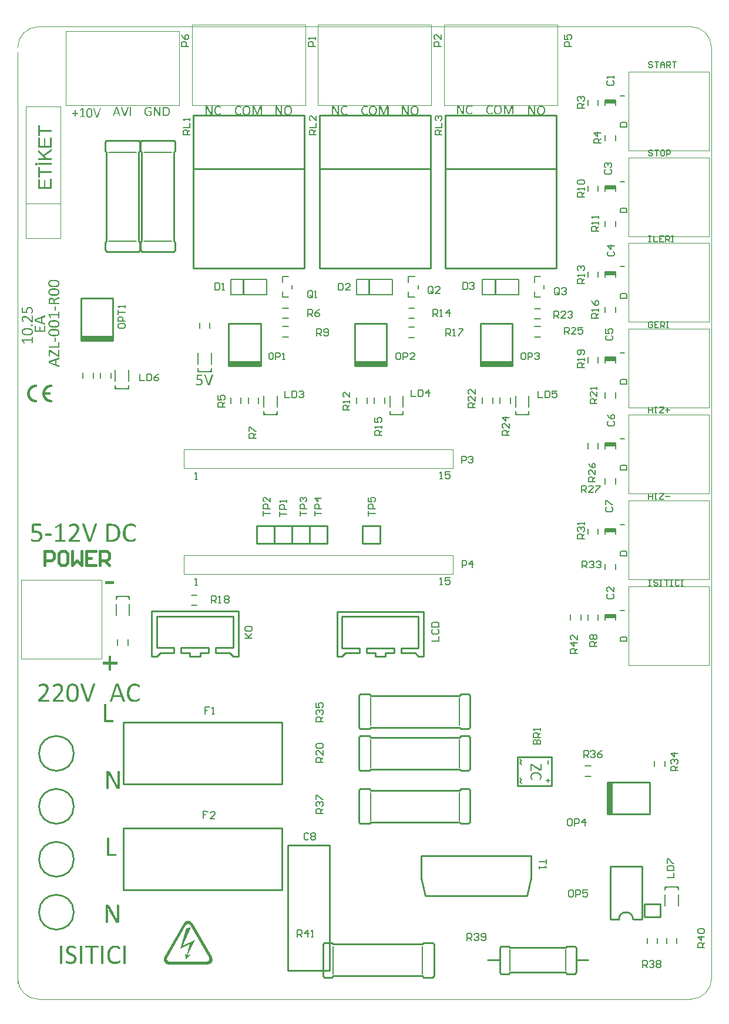
<source format=gto>
G04*
G04 #@! TF.GenerationSoftware,Altium Limited,Altium Designer,24.7.2 (38)*
G04*
G04 Layer_Color=65535*
%FSAX43Y43*%
%MOMM*%
G71*
G04*
G04 #@! TF.SameCoordinates,CBEA9559-B170-43FD-8457-18A981A7652A*
G04*
G04*
G04 #@! TF.FilePolarity,Positive*
G04*
G01*
G75*
%ADD10C,0.254*%
%ADD11C,0.200*%
%ADD12C,0.100*%
%ADD13C,0.152*%
%ADD14C,0.127*%
%ADD15C,0.150*%
%ADD16C,0.400*%
%ADD17R,1.500X0.550*%
%ADD18R,1.500X0.550*%
%ADD19R,1.500X0.550*%
G36*
X0438411Y0619340D02*
X0438043Y0619340D01*
X0438043Y0619708D01*
X0438411Y0619340D01*
D02*
G37*
G36*
X0416757Y0592837D02*
X0416757Y0593205D01*
X0417125Y0593205D01*
X0416757Y0592837D01*
D02*
G37*
G36*
X0418662Y0593205D02*
Y0592837D01*
X0418294Y0593205D01*
X0418662Y0593205D01*
D02*
G37*
G36*
X0416638Y0623066D02*
X0416638Y0623434D01*
X0417006Y0623065D01*
X0416638Y0623066D01*
D02*
G37*
G36*
X0418543D02*
X0418175Y0623066D01*
X0418543Y0623434D01*
X0418543Y0623066D01*
D02*
G37*
G36*
X0428555Y0625528D02*
X0428555Y0625896D01*
X0428924Y0625528D01*
X0428555Y0625528D01*
D02*
G37*
G36*
X0430460D02*
X0430092Y0625528D01*
X0430461Y0625896D01*
X0430460Y0625528D01*
D02*
G37*
G36*
X0476247Y0619340D02*
X0475879Y0619340D01*
X0476248Y0619708D01*
X0476247Y0619340D01*
D02*
G37*
G36*
X0439948Y0619340D02*
X0439579Y0619340D01*
X0439948Y0619708D01*
X0439948Y0619340D01*
D02*
G37*
G36*
X0458098Y0619340D02*
X0457729Y0619340D01*
X0458098Y0619708D01*
X0458098Y0619340D01*
D02*
G37*
G36*
X0474711Y0619340D02*
X0474342Y0619340D01*
X0474342Y0619708D01*
X0474711Y0619340D01*
D02*
G37*
G36*
X0456561Y0619340D02*
X0456193Y0619340D01*
X0456193Y0619708D01*
X0456561Y0619340D01*
D02*
G37*
G36*
X0495889Y0551034D02*
X0495889Y0551403D01*
X0496257Y0551403D01*
X0495889Y0551034D01*
D02*
G37*
G36*
X0497794Y0551403D02*
X0497794Y0551034D01*
X0497426Y0551403D01*
X0497794Y0551403D01*
D02*
G37*
G36*
X0407526Y0623691D02*
Y0623299D01*
X0407522D01*
X0407515Y0623302D01*
X0407502D01*
X0407488Y0623306D01*
X0407446Y0623309D01*
X0407366D01*
X0407342Y0623306D01*
X0407314Y0623302D01*
X0407283Y0623299D01*
X0407245Y0623292D01*
X0407206Y0623285D01*
X0407116Y0623261D01*
X0407071Y0623247D01*
X0407022Y0623226D01*
X0406974Y0623202D01*
X0406922Y0623177D01*
X0406877Y0623146D01*
X0406828Y0623111D01*
X0406824Y0623108D01*
X0406818Y0623101D01*
X0406804Y0623091D01*
X0406790Y0623077D01*
X0406769Y0623056D01*
X0406748Y0623032D01*
X0406720Y0623004D01*
X0406696Y0622973D01*
X0406668Y0622938D01*
X0406644Y0622896D01*
X0406592Y0622809D01*
X0406547Y0622709D01*
X0406526Y0622657D01*
X0406512Y0622598D01*
X0407269D01*
Y0622209D01*
X0406512D01*
Y0622205D01*
X0406515Y0622195D01*
X0406519Y0622177D01*
X0406526Y0622157D01*
X0406536Y0622132D01*
X0406547Y0622101D01*
X0406561Y0622066D01*
X0406578Y0622028D01*
X0406620Y0621948D01*
X0406644Y0621907D01*
X0406675Y0621861D01*
X0406706Y0621820D01*
X0406745Y0621778D01*
X0406783Y0621736D01*
X0406828Y0621698D01*
X0406831Y0621695D01*
X0406838Y0621691D01*
X0406852Y0621681D01*
X0406873Y0621667D01*
X0406897Y0621653D01*
X0406925Y0621636D01*
X0406956Y0621615D01*
X0406995Y0621598D01*
X0407033Y0621580D01*
X0407078Y0621559D01*
X0407175Y0621528D01*
X0407227Y0621514D01*
X0407283Y0621507D01*
X0407338Y0621500D01*
X0407397Y0621497D01*
X0407443D01*
X0407484Y0621500D01*
X0407526Y0621507D01*
Y0621115D01*
X0407484D01*
X0407443Y0621111D01*
X0407373D01*
X0407345Y0621115D01*
X0407307Y0621118D01*
X0407262Y0621122D01*
X0407210Y0621132D01*
X0407147Y0621143D01*
X0407081Y0621160D01*
X0407012Y0621177D01*
X0406939Y0621205D01*
X0406863Y0621233D01*
X0406786Y0621271D01*
X0406710Y0621313D01*
X0406634Y0621365D01*
X0406557Y0621424D01*
X0406484Y0621490D01*
X0406481Y0621493D01*
X0406467Y0621507D01*
X0406449Y0621528D01*
X0406425Y0621556D01*
X0406397Y0621594D01*
X0406366Y0621639D01*
X0406331Y0621688D01*
X0406297Y0621747D01*
X0406259Y0621809D01*
X0406227Y0621879D01*
X0406193Y0621955D01*
X0406165Y0622035D01*
X0406140Y0622122D01*
X0406123Y0622212D01*
X0406109Y0622306D01*
X0406106Y0622403D01*
Y0622410D01*
Y0622427D01*
X0406109Y0622455D01*
X0406113Y0622493D01*
X0406116Y0622539D01*
X0406127Y0622594D01*
X0406137Y0622653D01*
X0406154Y0622719D01*
X0406172Y0622789D01*
X0406200Y0622861D01*
X0406227Y0622938D01*
X0406265Y0623014D01*
X0406307Y0623091D01*
X0406359Y0623167D01*
X0406418Y0623243D01*
X0406484Y0623316D01*
X0406488Y0623320D01*
X0406502Y0623334D01*
X0406522Y0623351D01*
X0406550Y0623375D01*
X0406588Y0623403D01*
X0406634Y0623438D01*
X0406682Y0623469D01*
X0406741Y0623507D01*
X0406804Y0623542D01*
X0406873Y0623577D01*
X0406949Y0623608D01*
X0407029Y0623636D01*
X0407116Y0623660D01*
X0407206Y0623677D01*
X0407300Y0623691D01*
X0407397Y0623695D01*
X0407474D01*
X0407526Y0623691D01*
D02*
G37*
G36*
X0405328D02*
Y0623299D01*
X0405325D01*
X0405318Y0623302D01*
X0405304D01*
X0405290Y0623306D01*
X0405248Y0623309D01*
X0405165D01*
X0405137Y0623306D01*
X0405106Y0623302D01*
X0405068Y0623295D01*
X0405026Y0623289D01*
X0404981Y0623278D01*
X0404929Y0623264D01*
X0404880Y0623243D01*
X0404825Y0623223D01*
X0404772Y0623198D01*
X0404717Y0623167D01*
X0404665Y0623132D01*
X0404613Y0623091D01*
X0404561Y0623045D01*
X0404557Y0623042D01*
X0404550Y0623035D01*
X0404536Y0623018D01*
X0404519Y0622997D01*
X0404498Y0622973D01*
X0404477Y0622941D01*
X0404453Y0622907D01*
X0404429Y0622865D01*
X0404401Y0622820D01*
X0404377Y0622771D01*
X0404356Y0622719D01*
X0404335Y0622664D01*
X0404318Y0622601D01*
X0404304Y0622539D01*
X0404297Y0622473D01*
X0404293Y0622403D01*
Y0622400D01*
Y0622386D01*
X0404297Y0622368D01*
Y0622341D01*
X0404300Y0622309D01*
X0404307Y0622271D01*
X0404314Y0622229D01*
X0404328Y0622184D01*
X0404342Y0622132D01*
X0404359Y0622084D01*
X0404380Y0622028D01*
X0404408Y0621976D01*
X0404436Y0621920D01*
X0404474Y0621868D01*
X0404512Y0621816D01*
X0404561Y0621764D01*
X0404564Y0621761D01*
X0404575Y0621754D01*
X0404588Y0621740D01*
X0404609Y0621723D01*
X0404634Y0621702D01*
X0404665Y0621681D01*
X0404700Y0621657D01*
X0404741Y0621632D01*
X0404783Y0621605D01*
X0404831Y0621580D01*
X0404884Y0621559D01*
X0404943Y0621539D01*
X0405002Y0621521D01*
X0405064Y0621507D01*
X0405130Y0621500D01*
X0405200Y0621497D01*
X0405241D01*
X0405283Y0621500D01*
X0405328Y0621507D01*
Y0621115D01*
X0405290D01*
X0405248Y0621111D01*
X0405175D01*
X0405147Y0621115D01*
X0405109Y0621118D01*
X0405064Y0621122D01*
X0405009Y0621132D01*
X0404950Y0621143D01*
X0404884Y0621160D01*
X0404814Y0621177D01*
X0404738Y0621205D01*
X0404665Y0621233D01*
X0404585Y0621271D01*
X0404509Y0621313D01*
X0404432Y0621365D01*
X0404356Y0621424D01*
X0404283Y0621490D01*
X0404279Y0621493D01*
X0404266Y0621507D01*
X0404248Y0621528D01*
X0404224Y0621556D01*
X0404196Y0621594D01*
X0404165Y0621639D01*
X0404130Y0621688D01*
X0404095Y0621747D01*
X0404057Y0621809D01*
X0404026Y0621879D01*
X0403991Y0621955D01*
X0403963Y0622035D01*
X0403939Y0622122D01*
X0403922Y0622212D01*
X0403908Y0622306D01*
X0403904Y0622403D01*
Y0622410D01*
Y0622427D01*
X0403908Y0622455D01*
X0403911Y0622493D01*
X0403915Y0622539D01*
X0403925Y0622594D01*
X0403936Y0622653D01*
X0403953Y0622719D01*
X0403970Y0622789D01*
X0403998Y0622861D01*
X0404026Y0622938D01*
X0404064Y0623014D01*
X0404106Y0623091D01*
X0404158Y0623167D01*
X0404217Y0623243D01*
X0404283Y0623316D01*
X0404286Y0623320D01*
X0404300Y0623334D01*
X0404321Y0623351D01*
X0404349Y0623375D01*
X0404387Y0623403D01*
X0404432Y0623438D01*
X0404481Y0623469D01*
X0404540Y0623507D01*
X0404602Y0623542D01*
X0404672Y0623577D01*
X0404748Y0623608D01*
X0404828Y0623636D01*
X0404915Y0623660D01*
X0405005Y0623677D01*
X0405102Y0623691D01*
X0405200Y0623695D01*
X0405283D01*
X0405328Y0623691D01*
D02*
G37*
G36*
X0427236Y0546491D02*
X0427298Y0546477D01*
X0427374Y0546449D01*
X0427458Y0546422D01*
X0427541Y0546373D01*
X0427624Y0546310D01*
X0427631Y0546303D01*
X0427652Y0546283D01*
X0427694Y0546227D01*
X0427701Y0546220D01*
X0427715Y0546206D01*
X0427736Y0546178D01*
X0427756Y0546144D01*
X0430548Y0541297D01*
X0430555Y0541283D01*
X0430569Y0541255D01*
X0430590Y0541206D01*
X0430610Y0541144D01*
X0430631Y0541060D01*
X0430645Y0540977D01*
Y0540880D01*
X0430631Y0540776D01*
Y0540769D01*
X0430624Y0540741D01*
X0430617Y0540706D01*
X0430604Y0540672D01*
X0430597Y0540658D01*
X0430590Y0540630D01*
X0430576Y0540602D01*
X0430562Y0540574D01*
X0430555D01*
X0430548Y0540567D01*
X0430527Y0540540D01*
X0430499Y0540498D01*
X0430451Y0540442D01*
X0430395Y0540394D01*
X0430326Y0540338D01*
X0430242Y0540290D01*
X0430152Y0540248D01*
X0430138D01*
X0430111Y0540241D01*
X0430076Y0540234D01*
X0430055Y0540227D01*
X0430048D01*
X0430027Y0540220D01*
X0429992Y0540213D01*
X0424298D01*
X0424242Y0540220D01*
X0424180Y0540234D01*
X0424097Y0540255D01*
X0424013Y0540290D01*
X0423930Y0540345D01*
X0423847Y0540408D01*
X0423840Y0540415D01*
X0423826Y0540429D01*
X0423798Y0540456D01*
X0423777Y0540484D01*
X0423770Y0540491D01*
X0423756Y0540512D01*
X0423736Y0540540D01*
X0423715Y0540574D01*
X0423708Y0540588D01*
X0423694Y0540616D01*
X0423673Y0540665D01*
X0423652Y0540720D01*
X0423631Y0540797D01*
X0423624Y0540880D01*
X0423618Y0540977D01*
X0423631Y0541074D01*
Y0541081D01*
X0423638Y0541088D01*
X0423645Y0541116D01*
X0423652Y0541151D01*
X0423659Y0541172D01*
Y0541179D01*
X0423666Y0541199D01*
X0423680Y0541227D01*
X0423708Y0541269D01*
Y0541276D01*
Y0541283D01*
X0423715D01*
X0426513Y0546130D01*
X0426520Y0546137D01*
X0426527Y0546158D01*
X0426548Y0546178D01*
X0426569Y0546213D01*
X0426631Y0546290D01*
X0426722Y0546366D01*
X0426729Y0546373D01*
X0426742Y0546380D01*
X0426749D01*
X0426756Y0546387D01*
X0426777Y0546401D01*
X0426784Y0546408D01*
X0426805Y0546415D01*
X0426840Y0546428D01*
X0426881Y0546449D01*
X0426937Y0546470D01*
X0426999Y0546484D01*
X0427062Y0546491D01*
X0427138Y0546498D01*
X0427187D01*
X0427236Y0546491D01*
D02*
G37*
G36*
X0416397Y0594995D02*
X0415191D01*
Y0595391D01*
X0416397D01*
Y0594995D01*
D02*
G37*
G36*
X0416051Y0583765D02*
X0416925D01*
Y0583399D01*
X0416051D01*
Y0582520D01*
X0415680D01*
Y0583399D01*
X0414807D01*
Y0583765D01*
X0415680D01*
Y0584639D01*
X0416051D01*
Y0583765D01*
D02*
G37*
G36*
X0418927Y0603676D02*
X0418995Y0603671D01*
X0419073Y0603656D01*
X0419078D01*
X0419093Y0603652D01*
X0419112Y0603647D01*
X0419137Y0603642D01*
X0419200Y0603627D01*
X0419268Y0603603D01*
X0419273D01*
X0419283Y0603598D01*
X0419303Y0603593D01*
X0419322Y0603583D01*
X0419376Y0603559D01*
X0419429Y0603530D01*
X0419434D01*
X0419439Y0603525D01*
X0419469Y0603505D01*
X0419503Y0603486D01*
X0419527Y0603466D01*
X0419532Y0603461D01*
X0419542Y0603451D01*
X0419556Y0603442D01*
X0419561Y0603427D01*
X0419566Y0603417D01*
X0419576Y0603393D01*
Y0603388D01*
X0419581Y0603378D01*
Y0603364D01*
X0419586Y0603344D01*
Y0603339D01*
X0419591Y0603329D01*
Y0603310D01*
Y0603286D01*
Y0603281D01*
Y0603261D01*
Y0603242D01*
X0419586Y0603217D01*
Y0603212D01*
X0419581Y0603203D01*
X0419571Y0603168D01*
Y0603163D01*
X0419566Y0603159D01*
X0419552Y0603139D01*
X0419547D01*
X0419527Y0603134D01*
X0419522D01*
X0419508Y0603139D01*
X0419483Y0603149D01*
X0419449Y0603168D01*
X0419439Y0603173D01*
X0419415Y0603193D01*
X0419371Y0603222D01*
X0419317Y0603256D01*
X0419312D01*
X0419303Y0603266D01*
X0419288Y0603276D01*
X0419263Y0603286D01*
X0419234Y0603300D01*
X0419205Y0603315D01*
X0419127Y0603344D01*
X0419122D01*
X0419107Y0603349D01*
X0419083Y0603359D01*
X0419049Y0603364D01*
X0419010Y0603373D01*
X0418966Y0603378D01*
X0418912Y0603383D01*
X0418824D01*
X0418790Y0603378D01*
X0418751Y0603373D01*
X0418702Y0603364D01*
X0418648Y0603354D01*
X0418595Y0603334D01*
X0418541Y0603310D01*
X0418536Y0603305D01*
X0418517Y0603295D01*
X0418492Y0603281D01*
X0418458Y0603261D01*
X0418419Y0603232D01*
X0418380Y0603193D01*
X0418336Y0603154D01*
X0418297Y0603105D01*
X0418292Y0603100D01*
X0418282Y0603080D01*
X0418263Y0603051D01*
X0418243Y0603017D01*
X0418219Y0602968D01*
X0418194Y0602910D01*
X0418170Y0602846D01*
X0418146Y0602778D01*
Y0602768D01*
X0418136Y0602744D01*
X0418131Y0602705D01*
X0418121Y0602651D01*
X0418111Y0602587D01*
X0418102Y0602514D01*
X0418097Y0602431D01*
X0418092Y0602338D01*
Y0602334D01*
Y0602329D01*
Y0602314D01*
Y0602294D01*
X0418097Y0602251D01*
Y0602192D01*
X0418102Y0602124D01*
X0418111Y0602050D01*
X0418126Y0601972D01*
X0418141Y0601899D01*
X0418146Y0601889D01*
X0418150Y0601870D01*
X0418165Y0601831D01*
X0418180Y0601787D01*
X0418199Y0601738D01*
X0418229Y0601684D01*
X0418258Y0601631D01*
X0418292Y0601582D01*
X0418297Y0601577D01*
X0418312Y0601562D01*
X0418331Y0601538D01*
X0418360Y0601508D01*
X0418395Y0601479D01*
X0418438Y0601450D01*
X0418487Y0601416D01*
X0418536Y0601391D01*
X0418541Y0601386D01*
X0418560Y0601382D01*
X0418590Y0601372D01*
X0418634Y0601362D01*
X0418683Y0601347D01*
X0418736Y0601338D01*
X0418800Y0601333D01*
X0418863Y0601328D01*
X0418917D01*
X0418956Y0601333D01*
X0419000Y0601338D01*
X0419044Y0601343D01*
X0419132Y0601362D01*
X0419137D01*
X0419151Y0601367D01*
X0419171Y0601377D01*
X0419200Y0601386D01*
X0419263Y0601416D01*
X0419327Y0601445D01*
X0419332D01*
X0419342Y0601455D01*
X0419356Y0601465D01*
X0419376Y0601474D01*
X0419420Y0601504D01*
X0419464Y0601533D01*
X0419469D01*
X0419473Y0601538D01*
X0419493Y0601552D01*
X0419522Y0601567D01*
X0419547Y0601572D01*
X0419556D01*
X0419571Y0601562D01*
X0419576Y0601557D01*
X0419581Y0601552D01*
X0419586Y0601538D01*
Y0601533D01*
X0419591Y0601528D01*
Y0601513D01*
X0419595Y0601494D01*
Y0601489D01*
X0419600Y0601474D01*
Y0601450D01*
Y0601416D01*
Y0601411D01*
Y0601396D01*
X0419595Y0601362D01*
Y0601357D01*
Y0601347D01*
X0419591Y0601318D01*
Y0601313D01*
X0419586Y0601308D01*
X0419576Y0601284D01*
X0419571Y0601274D01*
X0419561Y0601264D01*
X0419547Y0601250D01*
X0419542Y0601245D01*
X0419527Y0601235D01*
X0419503Y0601216D01*
X0419464Y0601191D01*
X0419459D01*
X0419454Y0601186D01*
X0419439Y0601177D01*
X0419420Y0601167D01*
X0419371Y0601142D01*
X0419303Y0601113D01*
X0419298D01*
X0419288Y0601108D01*
X0419268Y0601098D01*
X0419239Y0601089D01*
X0419210Y0601079D01*
X0419171Y0601069D01*
X0419088Y0601050D01*
X0419083D01*
X0419068Y0601045D01*
X0419044Y0601040D01*
X0419010D01*
X0418971Y0601035D01*
X0418922Y0601030D01*
X0418819Y0601025D01*
X0418775D01*
X0418726Y0601030D01*
X0418668Y0601035D01*
X0418595Y0601045D01*
X0418517Y0601059D01*
X0418438Y0601079D01*
X0418360Y0601108D01*
X0418351Y0601113D01*
X0418326Y0601123D01*
X0418292Y0601142D01*
X0418243Y0601172D01*
X0418189Y0601206D01*
X0418131Y0601245D01*
X0418072Y0601294D01*
X0418019Y0601352D01*
X0418014Y0601362D01*
X0417994Y0601382D01*
X0417970Y0601416D01*
X0417940Y0601465D01*
X0417901Y0601523D01*
X0417867Y0601591D01*
X0417833Y0601670D01*
X0417799Y0601757D01*
Y0601762D01*
X0417794Y0601767D01*
Y0601782D01*
X0417789Y0601801D01*
X0417775Y0601850D01*
X0417765Y0601919D01*
X0417750Y0602002D01*
X0417735Y0602099D01*
X0417731Y0602202D01*
X0417726Y0602319D01*
Y0602324D01*
Y0602334D01*
Y0602348D01*
Y0602373D01*
X0417731Y0602402D01*
Y0602436D01*
X0417735Y0602509D01*
X0417745Y0602602D01*
X0417760Y0602695D01*
X0417779Y0602792D01*
X0417804Y0602890D01*
Y0602895D01*
X0417809Y0602900D01*
X0417814Y0602914D01*
X0417818Y0602934D01*
X0417838Y0602978D01*
X0417862Y0603041D01*
X0417897Y0603105D01*
X0417936Y0603178D01*
X0417984Y0603251D01*
X0418038Y0603320D01*
X0418043Y0603329D01*
X0418067Y0603349D01*
X0418097Y0603378D01*
X0418141Y0603417D01*
X0418189Y0603461D01*
X0418253Y0603505D01*
X0418321Y0603549D01*
X0418395Y0603588D01*
X0418399D01*
X0418404Y0603593D01*
X0418434Y0603603D01*
X0418473Y0603617D01*
X0418531Y0603637D01*
X0418600Y0603652D01*
X0418678Y0603666D01*
X0418766Y0603676D01*
X0418858Y0603681D01*
X0418897D01*
X0418927Y0603676D01*
D02*
G37*
G36*
X0407425Y0602197D02*
X0407430D01*
X0407435Y0602192D01*
X0407440Y0602187D01*
X0407444Y0602172D01*
Y0602168D01*
X0407449Y0602163D01*
X0407454Y0602148D01*
X0407459Y0602128D01*
Y0602124D01*
X0407464Y0602114D01*
X0407469Y0602094D01*
Y0602070D01*
Y0602065D01*
Y0602055D01*
Y0602026D01*
X0407459Y0601992D01*
X0407449Y0601963D01*
X0407444Y0601958D01*
X0407435Y0601948D01*
X0407420Y0601938D01*
X0407396Y0601933D01*
X0406556D01*
X0406541Y0601938D01*
X0406522Y0601948D01*
X0406507Y0601963D01*
Y0601967D01*
X0406502Y0601987D01*
X0406497Y0602021D01*
X0406492Y0602070D01*
Y0602075D01*
Y0602080D01*
Y0602109D01*
X0406497Y0602143D01*
X0406507Y0602172D01*
X0406512Y0602177D01*
X0406522Y0602192D01*
X0406536Y0602202D01*
X0406561Y0602207D01*
X0407405D01*
X0407425Y0602197D01*
D02*
G37*
G36*
X0413923Y0603656D02*
X0413952Y0603652D01*
X0413957D01*
X0413972Y0603647D01*
X0413991Y0603642D01*
X0414001Y0603632D01*
X0414006Y0603622D01*
X0414011Y0603613D01*
Y0603593D01*
Y0603588D01*
Y0603574D01*
X0414001Y0603554D01*
X0413991Y0603525D01*
X0413151Y0601118D01*
Y0601113D01*
X0413146Y0601108D01*
X0413127Y0601084D01*
X0413122D01*
X0413117Y0601074D01*
X0413088Y0601064D01*
X0413083D01*
X0413073Y0601059D01*
X0413049D01*
X0413024Y0601055D01*
X0412995D01*
X0412966Y0601050D01*
X0412868D01*
X0412844Y0601055D01*
X0412824D01*
X0412790Y0601059D01*
X0412775D01*
X0412746Y0601064D01*
X0412736Y0601069D01*
X0412717Y0601074D01*
X0412712Y0601079D01*
X0412697Y0601094D01*
X0412692Y0601103D01*
X0412688Y0601123D01*
X0411843Y0603525D01*
Y0603534D01*
X0411833Y0603549D01*
X0411828Y0603574D01*
X0411823Y0603593D01*
Y0603598D01*
X0411828Y0603608D01*
X0411833Y0603622D01*
X0411843Y0603637D01*
X0411848Y0603642D01*
X0411858Y0603647D01*
X0411877Y0603652D01*
X0411902Y0603656D01*
X0411911D01*
X0411931Y0603661D01*
X0412068D01*
X0412097Y0603656D01*
X0412102D01*
X0412116Y0603652D01*
X0412131Y0603647D01*
X0412146Y0603642D01*
X0412151D01*
X0412155Y0603637D01*
X0412175Y0603622D01*
X0412180Y0603617D01*
X0412195Y0603593D01*
X0412937Y0601411D01*
X0412941D01*
X0413659Y0603588D01*
Y0603593D01*
X0413664Y0603598D01*
X0413674Y0603622D01*
Y0603627D01*
X0413684Y0603632D01*
X0413703Y0603642D01*
X0413708D01*
X0413718Y0603647D01*
X0413732Y0603652D01*
X0413757Y0603656D01*
X0413762D01*
X0413786Y0603661D01*
X0413889D01*
X0413923Y0603656D01*
D02*
G37*
G36*
X0405907Y0603637D02*
X0405912D01*
X0405916Y0603632D01*
X0405931Y0603608D01*
Y0603603D01*
X0405936Y0603598D01*
X0405941Y0603583D01*
X0405946Y0603564D01*
Y0603559D01*
X0405951Y0603544D01*
X0405955Y0603525D01*
Y0603495D01*
Y0603491D01*
Y0603486D01*
Y0603456D01*
X0405946Y0603422D01*
X0405936Y0603388D01*
X0405931Y0603383D01*
X0405921Y0603368D01*
X0405907Y0603354D01*
X0405882Y0603349D01*
X0404955D01*
Y0602622D01*
X0404964D01*
X0404994Y0602626D01*
X0405038Y0602631D01*
X0405116D01*
X0405135Y0602636D01*
X0405287D01*
X0405331Y0602631D01*
X0405379D01*
X0405438Y0602622D01*
X0405501Y0602612D01*
X0405565Y0602602D01*
X0405628Y0602583D01*
X0405633D01*
X0405658Y0602573D01*
X0405687Y0602558D01*
X0405721Y0602543D01*
X0405765Y0602524D01*
X0405809Y0602495D01*
X0405853Y0602465D01*
X0405897Y0602431D01*
X0405902Y0602426D01*
X0405916Y0602412D01*
X0405936Y0602392D01*
X0405955Y0602363D01*
X0405985Y0602329D01*
X0406009Y0602290D01*
X0406034Y0602241D01*
X0406058Y0602192D01*
X0406063Y0602187D01*
X0406068Y0602168D01*
X0406078Y0602138D01*
X0406087Y0602104D01*
X0406097Y0602060D01*
X0406107Y0602006D01*
X0406117Y0601948D01*
Y0601889D01*
Y0601880D01*
Y0601855D01*
X0406112Y0601816D01*
X0406107Y0601762D01*
X0406097Y0601709D01*
X0406087Y0601645D01*
X0406068Y0601582D01*
X0406043Y0601518D01*
X0406038Y0601513D01*
X0406029Y0601494D01*
X0406014Y0601460D01*
X0405995Y0601426D01*
X0405965Y0601382D01*
X0405931Y0601333D01*
X0405892Y0601289D01*
X0405843Y0601245D01*
X0405838Y0601240D01*
X0405819Y0601225D01*
X0405794Y0601206D01*
X0405760Y0601181D01*
X0405711Y0601152D01*
X0405663Y0601128D01*
X0405604Y0601098D01*
X0405541Y0601074D01*
X0405531D01*
X0405511Y0601064D01*
X0405472Y0601059D01*
X0405423Y0601050D01*
X0405365Y0601040D01*
X0405301Y0601030D01*
X0405223Y0601025D01*
X0405145Y0601020D01*
X0405101D01*
X0405072Y0601025D01*
X0405038D01*
X0405004Y0601030D01*
X0404921Y0601040D01*
X0404916D01*
X0404901Y0601045D01*
X0404881D01*
X0404857Y0601050D01*
X0404794Y0601064D01*
X0404725Y0601079D01*
X0404720D01*
X0404711Y0601084D01*
X0404696Y0601089D01*
X0404676Y0601094D01*
X0404632Y0601108D01*
X0404589Y0601128D01*
X0404579Y0601133D01*
X0404559Y0601142D01*
X0404535Y0601152D01*
X0404520Y0601162D01*
Y0601167D01*
X0404510Y0601172D01*
X0404496Y0601186D01*
Y0601191D01*
X0404491Y0601196D01*
X0404486Y0601216D01*
Y0601220D01*
Y0601230D01*
X0404481Y0601260D01*
Y0601264D01*
Y0601279D01*
Y0601299D01*
Y0601323D01*
Y0601328D01*
Y0601343D01*
Y0601382D01*
Y0601386D01*
X0404486Y0601396D01*
Y0601411D01*
X0404491Y0601426D01*
Y0601430D01*
X0404496Y0601435D01*
X0404510Y0601455D01*
X0404515D01*
X0404520Y0601460D01*
X0404535Y0601465D01*
X0404540D01*
X0404549Y0601460D01*
X0404569Y0601455D01*
X0404598Y0601435D01*
X0404608Y0601430D01*
X0404628Y0601421D01*
X0404667Y0601401D01*
X0404711Y0601382D01*
X0404715D01*
X0404725Y0601377D01*
X0404740Y0601372D01*
X0404759Y0601362D01*
X0404818Y0601347D01*
X0404886Y0601328D01*
X0404891D01*
X0404906Y0601323D01*
X0404930Y0601318D01*
X0404960D01*
X0404994Y0601313D01*
X0405038Y0601308D01*
X0405086Y0601303D01*
X0405184D01*
X0405218Y0601308D01*
X0405257D01*
X0405296Y0601318D01*
X0405384Y0601333D01*
X0405389D01*
X0405404Y0601338D01*
X0405423Y0601347D01*
X0405453Y0601357D01*
X0405511Y0601391D01*
X0405575Y0601435D01*
X0405580Y0601440D01*
X0405589Y0601450D01*
X0405604Y0601465D01*
X0405624Y0601484D01*
X0405663Y0601538D01*
X0405702Y0601606D01*
Y0601611D01*
X0405711Y0601626D01*
X0405716Y0601645D01*
X0405726Y0601674D01*
X0405736Y0601714D01*
X0405741Y0601753D01*
X0405750Y0601801D01*
Y0601855D01*
Y0601860D01*
Y0601875D01*
Y0601899D01*
X0405746Y0601928D01*
X0405736Y0602002D01*
X0405711Y0602075D01*
Y0602080D01*
X0405707Y0602089D01*
X0405697Y0602109D01*
X0405682Y0602133D01*
X0405643Y0602182D01*
X0405589Y0602236D01*
X0405584Y0602241D01*
X0405575Y0602246D01*
X0405555Y0602255D01*
X0405531Y0602270D01*
X0405501Y0602285D01*
X0405467Y0602304D01*
X0405384Y0602329D01*
X0405379D01*
X0405365Y0602334D01*
X0405335Y0602338D01*
X0405301Y0602348D01*
X0405257Y0602353D01*
X0405209Y0602358D01*
X0405150Y0602363D01*
X0405013D01*
X0404945Y0602358D01*
X0404877Y0602348D01*
X0404862D01*
X0404847Y0602343D01*
X0404823D01*
X0404774Y0602338D01*
X0404706D01*
X0404681Y0602343D01*
X0404657Y0602348D01*
X0404632Y0602363D01*
X0404628Y0602368D01*
X0404623Y0602382D01*
X0404618Y0602417D01*
X0404613Y0602460D01*
Y0603515D01*
Y0603520D01*
Y0603525D01*
X0404618Y0603549D01*
X0404628Y0603583D01*
X0404642Y0603613D01*
X0404647Y0603617D01*
X0404667Y0603632D01*
X0404691Y0603642D01*
X0404730Y0603647D01*
X0405887D01*
X0405907Y0603637D01*
D02*
G37*
G36*
X0416149Y0603642D02*
X0416183D01*
X0416261Y0603637D01*
X0416354Y0603627D01*
X0416447Y0603608D01*
X0416544Y0603588D01*
X0416632Y0603559D01*
X0416637D01*
X0416642Y0603554D01*
X0416671Y0603544D01*
X0416715Y0603525D01*
X0416769Y0603495D01*
X0416832Y0603456D01*
X0416896Y0603417D01*
X0416959Y0603364D01*
X0417023Y0603305D01*
X0417028Y0603300D01*
X0417047Y0603276D01*
X0417076Y0603242D01*
X0417111Y0603198D01*
X0417150Y0603139D01*
X0417189Y0603071D01*
X0417228Y0602993D01*
X0417262Y0602910D01*
Y0602905D01*
X0417267Y0602900D01*
X0417272Y0602885D01*
X0417277Y0602871D01*
X0417286Y0602822D01*
X0417306Y0602758D01*
X0417320Y0602680D01*
X0417330Y0602592D01*
X0417340Y0602495D01*
X0417345Y0602387D01*
Y0602382D01*
Y0602373D01*
Y0602353D01*
Y0602329D01*
X0417340Y0602299D01*
Y0602270D01*
X0417335Y0602187D01*
X0417325Y0602094D01*
X0417306Y0601997D01*
X0417286Y0601899D01*
X0417257Y0601801D01*
Y0601797D01*
X0417252Y0601792D01*
X0417242Y0601762D01*
X0417223Y0601714D01*
X0417194Y0601655D01*
X0417155Y0601591D01*
X0417115Y0601523D01*
X0417062Y0601450D01*
X0417003Y0601386D01*
X0416998Y0601382D01*
X0416974Y0601357D01*
X0416940Y0601328D01*
X0416891Y0601294D01*
X0416832Y0601255D01*
X0416764Y0601211D01*
X0416686Y0601172D01*
X0416598Y0601137D01*
X0416593D01*
X0416588Y0601133D01*
X0416574D01*
X0416554Y0601128D01*
X0416505Y0601113D01*
X0416437Y0601098D01*
X0416354Y0601084D01*
X0416256Y0601074D01*
X0416149Y0601064D01*
X0416027Y0601059D01*
X0415470D01*
X0415451Y0601064D01*
X0415421Y0601074D01*
X0415392Y0601089D01*
X0415387Y0601094D01*
X0415373Y0601113D01*
X0415358Y0601147D01*
X0415353Y0601196D01*
Y0603505D01*
Y0603510D01*
Y0603520D01*
X0415358Y0603549D01*
X0415368Y0603583D01*
X0415392Y0603613D01*
X0415397Y0603617D01*
X0415417Y0603632D01*
X0415446Y0603642D01*
X0415480Y0603647D01*
X0416124D01*
X0416149Y0603642D01*
D02*
G37*
G36*
X0410735Y0603681D02*
X0410779D01*
X0410832Y0603671D01*
X0410886Y0603661D01*
X0410945Y0603652D01*
X0410998Y0603632D01*
X0411003D01*
X0411023Y0603622D01*
X0411047Y0603613D01*
X0411081Y0603593D01*
X0411160Y0603549D01*
X0411233Y0603486D01*
X0411238Y0603481D01*
X0411247Y0603471D01*
X0411267Y0603451D01*
X0411286Y0603422D01*
X0411306Y0603393D01*
X0411330Y0603354D01*
X0411369Y0603271D01*
Y0603266D01*
X0411379Y0603251D01*
X0411384Y0603227D01*
X0411394Y0603193D01*
X0411404Y0603154D01*
X0411409Y0603110D01*
X0411418Y0603012D01*
Y0603007D01*
Y0602993D01*
Y0602963D01*
X0411413Y0602934D01*
Y0602895D01*
X0411409Y0602856D01*
X0411394Y0602763D01*
Y0602758D01*
X0411389Y0602744D01*
X0411384Y0602719D01*
X0411374Y0602685D01*
X0411360Y0602646D01*
X0411340Y0602602D01*
X0411296Y0602500D01*
X0411291Y0602495D01*
X0411282Y0602475D01*
X0411267Y0602446D01*
X0411247Y0602407D01*
X0411218Y0602358D01*
X0411179Y0602304D01*
X0411140Y0602246D01*
X0411091Y0602182D01*
X0411086Y0602172D01*
X0411067Y0602153D01*
X0411038Y0602114D01*
X0410998Y0602065D01*
X0410950Y0602006D01*
X0410886Y0601938D01*
X0410818Y0601860D01*
X0410740Y0601777D01*
X0410330Y0601352D01*
X0411467D01*
X0411487Y0601343D01*
X0411492D01*
X0411496Y0601338D01*
X0411511Y0601313D01*
Y0601308D01*
X0411516Y0601299D01*
X0411521Y0601284D01*
X0411526Y0601264D01*
Y0601260D01*
X0411531Y0601250D01*
X0411535Y0601230D01*
Y0601206D01*
Y0601201D01*
Y0601186D01*
X0411531Y0601167D01*
X0411526Y0601142D01*
Y0601137D01*
X0411521Y0601128D01*
X0411511Y0601094D01*
Y0601089D01*
X0411506Y0601084D01*
X0411492Y0601064D01*
X0411482D01*
X0411457Y0601059D01*
X0410012D01*
X0409978Y0601064D01*
X0409973D01*
X0409968Y0601069D01*
X0409939Y0601084D01*
Y0601089D01*
X0409929Y0601098D01*
X0409924Y0601113D01*
X0409920Y0601133D01*
Y0601137D01*
Y0601152D01*
X0409915Y0601177D01*
Y0601206D01*
Y0601216D01*
Y0601230D01*
Y0601255D01*
Y0601279D01*
Y0601284D01*
X0409920Y0601299D01*
X0409929Y0601328D01*
Y0601333D01*
X0409934Y0601343D01*
X0409954Y0601377D01*
X0409959Y0601382D01*
X0409964Y0601391D01*
X0409993Y0601426D01*
X0410515Y0601958D01*
X0410525Y0601967D01*
X0410544Y0601987D01*
X0410579Y0602026D01*
X0410618Y0602070D01*
X0410662Y0602119D01*
X0410710Y0602177D01*
X0410754Y0602231D01*
X0410798Y0602290D01*
X0410803Y0602294D01*
X0410818Y0602314D01*
X0410837Y0602343D01*
X0410862Y0602377D01*
X0410891Y0602417D01*
X0410920Y0602460D01*
X0410945Y0602509D01*
X0410969Y0602553D01*
X0410974Y0602558D01*
X0410979Y0602573D01*
X0410989Y0602597D01*
X0411003Y0602626D01*
X0411028Y0602700D01*
X0411047Y0602773D01*
Y0602778D01*
X0411052Y0602788D01*
Y0602807D01*
X0411057Y0602831D01*
X0411062Y0602890D01*
X0411067Y0602954D01*
Y0602958D01*
Y0602968D01*
Y0602988D01*
X0411062Y0603007D01*
X0411057Y0603061D01*
X0411038Y0603120D01*
Y0603124D01*
X0411033Y0603134D01*
X0411028Y0603149D01*
X0411018Y0603168D01*
X0410989Y0603212D01*
X0410950Y0603256D01*
Y0603261D01*
X0410940Y0603266D01*
X0410911Y0603290D01*
X0410872Y0603320D01*
X0410813Y0603349D01*
X0410808D01*
X0410798Y0603354D01*
X0410779Y0603359D01*
X0410759Y0603368D01*
X0410730Y0603373D01*
X0410696Y0603378D01*
X0410623Y0603383D01*
X0410579D01*
X0410549Y0603378D01*
X0410476Y0603368D01*
X0410398Y0603349D01*
X0410393D01*
X0410383Y0603344D01*
X0410364Y0603334D01*
X0410339Y0603325D01*
X0410281Y0603300D01*
X0410222Y0603271D01*
X0410217D01*
X0410212Y0603266D01*
X0410178Y0603246D01*
X0410139Y0603222D01*
X0410095Y0603198D01*
X0410086Y0603193D01*
X0410066Y0603183D01*
X0410042Y0603173D01*
X0410022Y0603168D01*
X0410012D01*
X0409993Y0603173D01*
X0409988Y0603178D01*
X0409973Y0603198D01*
Y0603203D01*
X0409968Y0603212D01*
Y0603227D01*
X0409964Y0603246D01*
Y0603251D01*
Y0603266D01*
Y0603290D01*
Y0603320D01*
Y0603325D01*
Y0603339D01*
Y0603368D01*
Y0603373D01*
Y0603383D01*
X0409968Y0603408D01*
Y0603412D01*
X0409973Y0603417D01*
X0409983Y0603437D01*
Y0603442D01*
X0409993Y0603447D01*
X0410012Y0603471D01*
X0410017Y0603476D01*
X0410032Y0603486D01*
X0410056Y0603505D01*
X0410095Y0603530D01*
X0410100D01*
X0410105Y0603534D01*
X0410120Y0603544D01*
X0410139Y0603549D01*
X0410188Y0603574D01*
X0410247Y0603598D01*
X0410252D01*
X0410261Y0603603D01*
X0410281Y0603613D01*
X0410305Y0603622D01*
X0410335Y0603632D01*
X0410369Y0603642D01*
X0410442Y0603661D01*
X0410447D01*
X0410461Y0603666D01*
X0410481Y0603671D01*
X0410510Y0603676D01*
X0410544D01*
X0410583Y0603681D01*
X0410667Y0603686D01*
X0410701D01*
X0410735Y0603681D01*
D02*
G37*
G36*
X0408841Y0603661D02*
X0408846D01*
X0408860Y0603656D01*
X0408875Y0603652D01*
X0408889Y0603647D01*
X0408894D01*
X0408899Y0603642D01*
X0408909Y0603637D01*
X0408914Y0603632D01*
X0408919Y0603627D01*
X0408924Y0603608D01*
Y0601338D01*
X0409402D01*
X0409422Y0601328D01*
X0409426D01*
X0409431Y0601323D01*
X0409441Y0601299D01*
Y0601294D01*
X0409446Y0601289D01*
X0409451Y0601274D01*
X0409456Y0601255D01*
Y0601250D01*
X0409461Y0601240D01*
X0409466Y0601220D01*
Y0601196D01*
Y0601191D01*
Y0601172D01*
X0409461Y0601152D01*
X0409456Y0601128D01*
Y0601123D01*
X0409451Y0601113D01*
X0409441Y0601084D01*
X0409436Y0601074D01*
X0409417Y0601064D01*
X0409412D01*
X0409392Y0601059D01*
X0408030D01*
X0408011Y0601064D01*
X0408006Y0601069D01*
X0407991Y0601084D01*
Y0601089D01*
X0407986Y0601098D01*
X0407977Y0601128D01*
Y0601133D01*
Y0601147D01*
X0407972Y0601167D01*
Y0601196D01*
Y0601201D01*
Y0601216D01*
X0407977Y0601255D01*
Y0601260D01*
X0407981Y0601269D01*
X0407986Y0601284D01*
X0407991Y0601299D01*
Y0601303D01*
X0407996Y0601308D01*
X0408011Y0601328D01*
X0408016D01*
X0408021Y0601333D01*
X0408040Y0601338D01*
X0408582D01*
Y0603305D01*
X0408079Y0603007D01*
X0408074Y0603002D01*
X0408060Y0602993D01*
X0408040Y0602983D01*
X0408021Y0602978D01*
X0408006D01*
X0407981Y0602988D01*
Y0602993D01*
X0407977Y0602997D01*
X0407972Y0603012D01*
X0407967Y0603032D01*
Y0603037D01*
Y0603051D01*
X0407962Y0603076D01*
Y0603110D01*
Y0603115D01*
Y0603129D01*
Y0603168D01*
Y0603173D01*
X0407967Y0603183D01*
X0407972Y0603207D01*
Y0603212D01*
X0407977Y0603217D01*
X0407986Y0603232D01*
X0407991Y0603237D01*
X0407996Y0603242D01*
X0408016Y0603256D01*
X0408611Y0603642D01*
X0408616Y0603647D01*
X0408636D01*
X0408641Y0603652D01*
X0408660Y0603656D01*
X0408665D01*
X0408675Y0603661D01*
X0408709D01*
X0408719Y0603666D01*
X0408816D01*
X0408841Y0603661D01*
D02*
G37*
G36*
X0419502Y0580646D02*
X0419570Y0580641D01*
X0419648Y0580627D01*
X0419653D01*
X0419668Y0580622D01*
X0419687Y0580617D01*
X0419712Y0580612D01*
X0419775Y0580597D01*
X0419843Y0580573D01*
X0419848D01*
X0419858Y0580568D01*
X0419878Y0580563D01*
X0419897Y0580553D01*
X0419951Y0580529D01*
X0420005Y0580500D01*
X0420009D01*
X0420014Y0580495D01*
X0420044Y0580475D01*
X0420078Y0580456D01*
X0420102Y0580436D01*
X0420107Y0580431D01*
X0420117Y0580422D01*
X0420131Y0580412D01*
X0420136Y0580397D01*
X0420141Y0580387D01*
X0420151Y0580363D01*
Y0580358D01*
X0420156Y0580348D01*
Y0580334D01*
X0420161Y0580314D01*
Y0580309D01*
X0420166Y0580300D01*
Y0580280D01*
Y0580256D01*
Y0580251D01*
Y0580231D01*
Y0580212D01*
X0420161Y0580187D01*
Y0580182D01*
X0420156Y0580173D01*
X0420146Y0580138D01*
Y0580134D01*
X0420141Y0580129D01*
X0420127Y0580109D01*
X0420122D01*
X0420102Y0580104D01*
X0420097D01*
X0420083Y0580109D01*
X0420058Y0580119D01*
X0420024Y0580138D01*
X0420014Y0580143D01*
X0419990Y0580163D01*
X0419946Y0580192D01*
X0419892Y0580226D01*
X0419887D01*
X0419878Y0580236D01*
X0419863Y0580246D01*
X0419839Y0580256D01*
X0419809Y0580270D01*
X0419780Y0580285D01*
X0419702Y0580314D01*
X0419697D01*
X0419682Y0580319D01*
X0419658Y0580329D01*
X0419624Y0580334D01*
X0419585Y0580344D01*
X0419541Y0580348D01*
X0419487Y0580353D01*
X0419399D01*
X0419365Y0580348D01*
X0419326Y0580344D01*
X0419277Y0580334D01*
X0419223Y0580324D01*
X0419170Y0580304D01*
X0419116Y0580280D01*
X0419111Y0580275D01*
X0419092Y0580265D01*
X0419067Y0580251D01*
X0419033Y0580231D01*
X0418994Y0580202D01*
X0418955Y0580163D01*
X0418911Y0580124D01*
X0418872Y0580075D01*
X0418867Y0580070D01*
X0418857Y0580051D01*
X0418838Y0580021D01*
X0418818Y0579987D01*
X0418794Y0579938D01*
X0418769Y0579880D01*
X0418745Y0579816D01*
X0418721Y0579748D01*
Y0579738D01*
X0418711Y0579714D01*
X0418706Y0579675D01*
X0418696Y0579621D01*
X0418686Y0579557D01*
X0418677Y0579484D01*
X0418672Y0579401D01*
X0418667Y0579309D01*
Y0579304D01*
Y0579299D01*
Y0579284D01*
Y0579265D01*
X0418672Y0579221D01*
Y0579162D01*
X0418677Y0579094D01*
X0418686Y0579021D01*
X0418701Y0578942D01*
X0418716Y0578869D01*
X0418721Y0578859D01*
X0418725Y0578840D01*
X0418740Y0578801D01*
X0418755Y0578757D01*
X0418774Y0578708D01*
X0418804Y0578654D01*
X0418833Y0578601D01*
X0418867Y0578552D01*
X0418872Y0578547D01*
X0418887Y0578532D01*
X0418906Y0578508D01*
X0418935Y0578479D01*
X0418970Y0578449D01*
X0419013Y0578420D01*
X0419062Y0578386D01*
X0419111Y0578361D01*
X0419116Y0578357D01*
X0419136Y0578352D01*
X0419165Y0578342D01*
X0419209Y0578332D01*
X0419258Y0578318D01*
X0419311Y0578308D01*
X0419375Y0578303D01*
X0419438Y0578298D01*
X0419492D01*
X0419531Y0578303D01*
X0419575Y0578308D01*
X0419619Y0578313D01*
X0419707Y0578332D01*
X0419712D01*
X0419726Y0578337D01*
X0419746Y0578347D01*
X0419775Y0578357D01*
X0419839Y0578386D01*
X0419902Y0578415D01*
X0419907D01*
X0419917Y0578425D01*
X0419931Y0578435D01*
X0419951Y0578444D01*
X0419995Y0578474D01*
X0420039Y0578503D01*
X0420044D01*
X0420048Y0578508D01*
X0420068Y0578523D01*
X0420097Y0578537D01*
X0420122Y0578542D01*
X0420131D01*
X0420146Y0578532D01*
X0420151Y0578527D01*
X0420156Y0578523D01*
X0420161Y0578508D01*
Y0578503D01*
X0420166Y0578498D01*
Y0578484D01*
X0420171Y0578464D01*
Y0578459D01*
X0420175Y0578444D01*
Y0578420D01*
Y0578386D01*
Y0578381D01*
Y0578366D01*
X0420171Y0578332D01*
Y0578327D01*
Y0578318D01*
X0420166Y0578288D01*
Y0578283D01*
X0420161Y0578278D01*
X0420151Y0578254D01*
X0420146Y0578244D01*
X0420136Y0578234D01*
X0420122Y0578220D01*
X0420117Y0578215D01*
X0420102Y0578205D01*
X0420078Y0578186D01*
X0420039Y0578161D01*
X0420034D01*
X0420029Y0578156D01*
X0420014Y0578147D01*
X0419995Y0578137D01*
X0419946Y0578112D01*
X0419878Y0578083D01*
X0419873D01*
X0419863Y0578078D01*
X0419843Y0578069D01*
X0419814Y0578059D01*
X0419785Y0578049D01*
X0419746Y0578039D01*
X0419663Y0578020D01*
X0419658D01*
X0419643Y0578015D01*
X0419619Y0578010D01*
X0419585D01*
X0419546Y0578005D01*
X0419497Y0578000D01*
X0419394Y0577995D01*
X0419350D01*
X0419302Y0578000D01*
X0419243Y0578005D01*
X0419170Y0578015D01*
X0419092Y0578029D01*
X0419013Y0578049D01*
X0418935Y0578078D01*
X0418926Y0578083D01*
X0418901Y0578093D01*
X0418867Y0578112D01*
X0418818Y0578142D01*
X0418765Y0578176D01*
X0418706Y0578215D01*
X0418647Y0578264D01*
X0418594Y0578322D01*
X0418589Y0578332D01*
X0418569Y0578352D01*
X0418545Y0578386D01*
X0418516Y0578435D01*
X0418477Y0578493D01*
X0418442Y0578562D01*
X0418408Y0578640D01*
X0418374Y0578728D01*
Y0578732D01*
X0418369Y0578737D01*
Y0578752D01*
X0418364Y0578772D01*
X0418350Y0578820D01*
X0418340Y0578889D01*
X0418325Y0578972D01*
X0418310Y0579069D01*
X0418306Y0579172D01*
X0418301Y0579289D01*
Y0579294D01*
Y0579304D01*
Y0579318D01*
Y0579343D01*
X0418306Y0579372D01*
Y0579406D01*
X0418310Y0579479D01*
X0418320Y0579572D01*
X0418335Y0579665D01*
X0418354Y0579763D01*
X0418379Y0579860D01*
Y0579865D01*
X0418384Y0579870D01*
X0418389Y0579885D01*
X0418393Y0579904D01*
X0418413Y0579948D01*
X0418437Y0580012D01*
X0418472Y0580075D01*
X0418511Y0580148D01*
X0418559Y0580221D01*
X0418613Y0580290D01*
X0418618Y0580300D01*
X0418642Y0580319D01*
X0418672Y0580348D01*
X0418716Y0580387D01*
X0418765Y0580431D01*
X0418828Y0580475D01*
X0418896Y0580519D01*
X0418970Y0580558D01*
X0418974D01*
X0418979Y0580563D01*
X0419009Y0580573D01*
X0419048Y0580588D01*
X0419106Y0580607D01*
X0419175Y0580622D01*
X0419253Y0580636D01*
X0419341Y0580646D01*
X0419433Y0580651D01*
X0419472D01*
X0419502Y0580646D01*
D02*
G37*
G36*
X0417017Y0580627D02*
X0417027D01*
X0417041Y0580622D01*
X0417066Y0580617D01*
X0417085Y0580612D01*
X0417090D01*
X0417100Y0580607D01*
X0417114Y0580602D01*
X0417129Y0580592D01*
X0417134Y0580588D01*
X0417139Y0580583D01*
X0417149Y0580553D01*
X0418018Y0578152D01*
X0418022Y0578147D01*
X0418027Y0578127D01*
X0418032Y0578103D01*
Y0578078D01*
Y0578073D01*
Y0578064D01*
X0418027Y0578054D01*
X0418018Y0578039D01*
X0418013D01*
X0418008Y0578034D01*
X0417988Y0578029D01*
X0417964Y0578025D01*
X0417939D01*
X0417910Y0578020D01*
X0417803D01*
X0417769Y0578025D01*
X0417764D01*
X0417749Y0578029D01*
X0417730D01*
X0417710Y0578034D01*
X0417700Y0578039D01*
X0417686Y0578049D01*
Y0578054D01*
X0417681Y0578059D01*
X0417666Y0578078D01*
X0417446Y0578713D01*
X0416368D01*
X0416158Y0578088D01*
Y0578083D01*
X0416153Y0578078D01*
X0416143Y0578054D01*
X0416138Y0578049D01*
X0416114Y0578034D01*
X0416109D01*
X0416099Y0578029D01*
X0416084D01*
X0416060Y0578025D01*
X0416036D01*
X0416006Y0578020D01*
X0415904D01*
X0415870Y0578025D01*
X0415865D01*
X0415850Y0578029D01*
X0415835Y0578034D01*
X0415821Y0578039D01*
Y0578044D01*
X0415816Y0578049D01*
X0415811Y0578064D01*
X0415806Y0578078D01*
Y0578083D01*
X0415811Y0578098D01*
X0415816Y0578122D01*
X0415826Y0578152D01*
X0416690Y0580558D01*
Y0580563D01*
X0416695Y0580568D01*
X0416709Y0580592D01*
X0416714Y0580597D01*
X0416719Y0580602D01*
X0416748Y0580612D01*
X0416753D01*
X0416768Y0580617D01*
X0416787Y0580622D01*
X0416817Y0580627D01*
X0416822D01*
X0416846Y0580632D01*
X0416983D01*
X0417017Y0580627D01*
D02*
G37*
G36*
X0415644Y0558434D02*
X0415668Y0558429D01*
X0415673D01*
X0415688Y0558424D01*
X0415708D01*
X0415722Y0558419D01*
X0415727D01*
X0415732Y0558414D01*
X0415751Y0558399D01*
X0415756Y0558394D01*
X0415761Y0558370D01*
Y0556134D01*
X0416699D01*
X0416718Y0556124D01*
X0416723D01*
X0416728Y0556120D01*
X0416742Y0556095D01*
Y0556090D01*
X0416747Y0556085D01*
X0416752Y0556071D01*
X0416757Y0556051D01*
Y0556046D01*
X0416762Y0556032D01*
Y0556012D01*
Y0555983D01*
Y0555978D01*
Y0555958D01*
Y0555939D01*
X0416757Y0555914D01*
Y0555910D01*
X0416752Y0555900D01*
X0416742Y0555871D01*
Y0555866D01*
X0416738Y0555861D01*
X0416718Y0555841D01*
X0416713D01*
X0416689Y0555836D01*
X0415537D01*
X0415517Y0555841D01*
X0415488Y0555851D01*
X0415459Y0555866D01*
X0415454Y0555871D01*
X0415439Y0555890D01*
X0415424Y0555924D01*
X0415419Y0555973D01*
Y0558370D01*
Y0558375D01*
Y0558380D01*
X0415424Y0558399D01*
Y0558404D01*
X0415434Y0558409D01*
X0415454Y0558419D01*
X0415459D01*
X0415468Y0558424D01*
X0415483D01*
X0415507Y0558429D01*
X0415512D01*
X0415532Y0558434D01*
X0415556Y0558438D01*
X0415620D01*
X0415644Y0558434D01*
D02*
G37*
G36*
X0410430Y0542926D02*
X0410493Y0542916D01*
X0410498D01*
X0410508Y0542911D01*
X0410528D01*
X0410547Y0542906D01*
X0410601Y0542892D01*
X0410654Y0542877D01*
X0410659D01*
X0410669Y0542872D01*
X0410684Y0542867D01*
X0410703Y0542863D01*
X0410747Y0542843D01*
X0410791Y0542819D01*
X0410796D01*
X0410801Y0542814D01*
X0410825Y0542804D01*
X0410855Y0542784D01*
X0410874Y0542770D01*
X0410879Y0542765D01*
X0410884Y0542760D01*
X0410894Y0542745D01*
X0410899Y0542736D01*
X0410903Y0542731D01*
X0410908Y0542706D01*
Y0542701D01*
X0410913Y0542697D01*
Y0542667D01*
Y0542662D01*
X0410918Y0542653D01*
Y0542633D01*
Y0542609D01*
Y0542604D01*
Y0542584D01*
Y0542565D01*
X0410913Y0542540D01*
Y0542536D01*
X0410908Y0542526D01*
X0410903Y0542496D01*
Y0542492D01*
X0410899Y0542487D01*
X0410884Y0542467D01*
X0410879D01*
X0410859Y0542462D01*
X0410855D01*
X0410845Y0542467D01*
X0410820Y0542472D01*
X0410791Y0542487D01*
X0410781Y0542492D01*
X0410762Y0542506D01*
X0410728Y0542526D01*
X0410679Y0542550D01*
X0410674D01*
X0410669Y0542555D01*
X0410654Y0542565D01*
X0410635Y0542575D01*
X0410581Y0542594D01*
X0410518Y0542618D01*
X0410513D01*
X0410503Y0542623D01*
X0410484Y0542628D01*
X0410459Y0542633D01*
X0410425Y0542638D01*
X0410391Y0542643D01*
X0410308Y0542648D01*
X0410269D01*
X0410244Y0542643D01*
X0410181Y0542638D01*
X0410117Y0542618D01*
X0410113D01*
X0410103Y0542614D01*
X0410088Y0542609D01*
X0410073Y0542599D01*
X0410030Y0542575D01*
X0409986Y0542540D01*
X0409976Y0542531D01*
X0409956Y0542506D01*
X0409932Y0542472D01*
X0409912Y0542423D01*
Y0542418D01*
X0409908Y0542413D01*
X0409903Y0542384D01*
X0409893Y0542340D01*
X0409888Y0542287D01*
Y0542282D01*
Y0542267D01*
X0409893Y0542247D01*
Y0542223D01*
X0409908Y0542164D01*
X0409937Y0542101D01*
Y0542096D01*
X0409947Y0542086D01*
X0409956Y0542072D01*
X0409971Y0542052D01*
X0410015Y0542008D01*
X0410069Y0541959D01*
X0410073Y0541955D01*
X0410083Y0541950D01*
X0410103Y0541940D01*
X0410122Y0541925D01*
X0410181Y0541891D01*
X0410254Y0541852D01*
X0410259D01*
X0410274Y0541842D01*
X0410293Y0541833D01*
X0410322Y0541823D01*
X0410352Y0541808D01*
X0410391Y0541789D01*
X0410469Y0541750D01*
X0410474D01*
X0410488Y0541740D01*
X0410508Y0541730D01*
X0410537Y0541715D01*
X0410571Y0541701D01*
X0410611Y0541681D01*
X0410689Y0541637D01*
X0410694Y0541632D01*
X0410708Y0541627D01*
X0410728Y0541613D01*
X0410752Y0541598D01*
X0410816Y0541554D01*
X0410879Y0541496D01*
X0410884Y0541491D01*
X0410894Y0541481D01*
X0410908Y0541461D01*
X0410928Y0541442D01*
X0410947Y0541413D01*
X0410972Y0541378D01*
X0411011Y0541300D01*
X0411016Y0541295D01*
X0411021Y0541281D01*
X0411030Y0541256D01*
X0411040Y0541227D01*
X0411050Y0541183D01*
X0411055Y0541139D01*
X0411065Y0541090D01*
Y0541032D01*
Y0541022D01*
Y0541003D01*
X0411060Y0540968D01*
X0411055Y0540924D01*
X0411050Y0540876D01*
X0411035Y0540822D01*
X0411021Y0540763D01*
X0410996Y0540710D01*
X0410991Y0540705D01*
X0410982Y0540685D01*
X0410967Y0540661D01*
X0410947Y0540627D01*
X0410918Y0540588D01*
X0410889Y0540549D01*
X0410850Y0540505D01*
X0410806Y0540466D01*
X0410801Y0540461D01*
X0410786Y0540451D01*
X0410762Y0540431D01*
X0410728Y0540412D01*
X0410689Y0540387D01*
X0410640Y0540363D01*
X0410586Y0540339D01*
X0410528Y0540319D01*
X0410523D01*
X0410498Y0540309D01*
X0410469Y0540305D01*
X0410425Y0540295D01*
X0410371Y0540285D01*
X0410313Y0540280D01*
X0410249Y0540270D01*
X0410137D01*
X0410103Y0540275D01*
X0410069D01*
X0410025Y0540280D01*
X0409942Y0540295D01*
X0409937D01*
X0409922Y0540300D01*
X0409903Y0540305D01*
X0409873Y0540309D01*
X0409810Y0540324D01*
X0409742Y0540344D01*
X0409737D01*
X0409727Y0540348D01*
X0409712Y0540358D01*
X0409693Y0540363D01*
X0409644Y0540387D01*
X0409595Y0540412D01*
X0409585Y0540417D01*
X0409561Y0540431D01*
X0409536Y0540451D01*
X0409512Y0540470D01*
X0409507Y0540475D01*
X0409502Y0540485D01*
X0409493Y0540505D01*
X0409483Y0540529D01*
Y0540534D01*
X0409478Y0540558D01*
X0409473Y0540588D01*
Y0540627D01*
Y0540636D01*
Y0540651D01*
Y0540675D01*
Y0540700D01*
Y0540705D01*
X0409478Y0540719D01*
X0409483Y0540749D01*
Y0540754D01*
X0409488Y0540758D01*
X0409497Y0540768D01*
X0409502Y0540773D01*
X0409507D01*
X0409512Y0540778D01*
X0409536Y0540783D01*
X0409541D01*
X0409556Y0540778D01*
X0409576Y0540768D01*
X0409610Y0540744D01*
X0409615D01*
X0409619Y0540739D01*
X0409649Y0540724D01*
X0409688Y0540700D01*
X0409742Y0540671D01*
X0409746D01*
X0409756Y0540666D01*
X0409776Y0540656D01*
X0409795Y0540646D01*
X0409825Y0540636D01*
X0409859Y0540622D01*
X0409937Y0540597D01*
X0409942D01*
X0409956Y0540593D01*
X0409981Y0540588D01*
X0410010Y0540583D01*
X0410049Y0540573D01*
X0410093Y0540568D01*
X0410142Y0540563D01*
X0410235D01*
X0410264Y0540568D01*
X0410327Y0540578D01*
X0410401Y0540593D01*
X0410405D01*
X0410415Y0540597D01*
X0410435Y0540607D01*
X0410454Y0540612D01*
X0410508Y0540641D01*
X0410562Y0540675D01*
X0410567Y0540680D01*
X0410571Y0540685D01*
X0410601Y0540715D01*
X0410635Y0540754D01*
X0410664Y0540807D01*
Y0540812D01*
X0410669Y0540822D01*
X0410679Y0540841D01*
X0410684Y0540861D01*
X0410698Y0540920D01*
X0410703Y0540993D01*
Y0540998D01*
Y0541012D01*
X0410698Y0541032D01*
Y0541061D01*
X0410679Y0541120D01*
X0410669Y0541154D01*
X0410650Y0541183D01*
Y0541188D01*
X0410640Y0541198D01*
X0410630Y0541213D01*
X0410615Y0541232D01*
X0410571Y0541276D01*
X0410518Y0541320D01*
X0410513Y0541325D01*
X0410503Y0541330D01*
X0410488Y0541339D01*
X0410464Y0541354D01*
X0410405Y0541388D01*
X0410332Y0541427D01*
X0410327D01*
X0410313Y0541437D01*
X0410293Y0541447D01*
X0410269Y0541457D01*
X0410235Y0541471D01*
X0410200Y0541491D01*
X0410117Y0541525D01*
X0410113Y0541530D01*
X0410098Y0541535D01*
X0410078Y0541544D01*
X0410049Y0541559D01*
X0409981Y0541593D01*
X0409903Y0541637D01*
X0409898Y0541642D01*
X0409883Y0541647D01*
X0409864Y0541662D01*
X0409839Y0541681D01*
X0409781Y0541725D01*
X0409717Y0541784D01*
X0409712Y0541789D01*
X0409702Y0541798D01*
X0409688Y0541818D01*
X0409668Y0541842D01*
X0409649Y0541872D01*
X0409624Y0541906D01*
X0409585Y0541984D01*
Y0541989D01*
X0409576Y0542003D01*
X0409571Y0542028D01*
X0409561Y0542062D01*
X0409551Y0542101D01*
X0409546Y0542145D01*
X0409536Y0542199D01*
Y0542257D01*
Y0542267D01*
Y0542287D01*
X0409541Y0542316D01*
X0409546Y0542355D01*
X0409551Y0542399D01*
X0409561Y0542448D01*
X0409576Y0542496D01*
X0409595Y0542545D01*
X0409600Y0542550D01*
X0409605Y0542565D01*
X0409619Y0542589D01*
X0409639Y0542618D01*
X0409688Y0542687D01*
X0409756Y0542755D01*
X0409761Y0542760D01*
X0409776Y0542770D01*
X0409800Y0542784D01*
X0409829Y0542804D01*
X0409864Y0542828D01*
X0409908Y0542848D01*
X0409956Y0542867D01*
X0410005Y0542887D01*
X0410010D01*
X0410030Y0542897D01*
X0410059Y0542902D01*
X0410098Y0542911D01*
X0410147Y0542921D01*
X0410200Y0542926D01*
X0410318Y0542936D01*
X0410371D01*
X0410430Y0542926D01*
D02*
G37*
G36*
X0416669D02*
X0416737Y0542921D01*
X0416815Y0542906D01*
X0416820D01*
X0416835Y0542902D01*
X0416854Y0542897D01*
X0416879Y0542892D01*
X0416942Y0542877D01*
X0417011Y0542853D01*
X0417016D01*
X0417025Y0542848D01*
X0417045Y0542843D01*
X0417064Y0542833D01*
X0417118Y0542809D01*
X0417172Y0542780D01*
X0417177D01*
X0417182Y0542775D01*
X0417211Y0542755D01*
X0417245Y0542736D01*
X0417269Y0542716D01*
X0417274Y0542711D01*
X0417284Y0542701D01*
X0417299Y0542692D01*
X0417304Y0542677D01*
X0417308Y0542667D01*
X0417318Y0542643D01*
Y0542638D01*
X0417323Y0542628D01*
Y0542614D01*
X0417328Y0542594D01*
Y0542589D01*
X0417333Y0542579D01*
Y0542560D01*
Y0542536D01*
Y0542531D01*
Y0542511D01*
Y0542492D01*
X0417328Y0542467D01*
Y0542462D01*
X0417323Y0542453D01*
X0417313Y0542418D01*
Y0542413D01*
X0417308Y0542409D01*
X0417294Y0542389D01*
X0417289D01*
X0417269Y0542384D01*
X0417264D01*
X0417250Y0542389D01*
X0417225Y0542399D01*
X0417191Y0542418D01*
X0417182Y0542423D01*
X0417157Y0542443D01*
X0417113Y0542472D01*
X0417059Y0542506D01*
X0417055D01*
X0417045Y0542516D01*
X0417030Y0542526D01*
X0417006Y0542536D01*
X0416976Y0542550D01*
X0416947Y0542565D01*
X0416869Y0542594D01*
X0416864D01*
X0416850Y0542599D01*
X0416825Y0542609D01*
X0416791Y0542614D01*
X0416752Y0542623D01*
X0416708Y0542628D01*
X0416654Y0542633D01*
X0416566D01*
X0416532Y0542628D01*
X0416493Y0542623D01*
X0416444Y0542614D01*
X0416391Y0542604D01*
X0416337Y0542584D01*
X0416283Y0542560D01*
X0416278Y0542555D01*
X0416259Y0542545D01*
X0416234Y0542531D01*
X0416200Y0542511D01*
X0416161Y0542482D01*
X0416122Y0542443D01*
X0416078Y0542404D01*
X0416039Y0542355D01*
X0416034Y0542350D01*
X0416025Y0542330D01*
X0416005Y0542301D01*
X0415985Y0542267D01*
X0415961Y0542218D01*
X0415937Y0542160D01*
X0415912Y0542096D01*
X0415888Y0542028D01*
Y0542018D01*
X0415878Y0541994D01*
X0415873Y0541955D01*
X0415863Y0541901D01*
X0415854Y0541837D01*
X0415844Y0541764D01*
X0415839Y0541681D01*
X0415834Y0541588D01*
Y0541584D01*
Y0541579D01*
Y0541564D01*
Y0541544D01*
X0415839Y0541501D01*
Y0541442D01*
X0415844Y0541374D01*
X0415854Y0541300D01*
X0415868Y0541222D01*
X0415883Y0541149D01*
X0415888Y0541139D01*
X0415893Y0541120D01*
X0415907Y0541081D01*
X0415922Y0541037D01*
X0415942Y0540988D01*
X0415971Y0540934D01*
X0416000Y0540881D01*
X0416034Y0540832D01*
X0416039Y0540827D01*
X0416054Y0540812D01*
X0416073Y0540788D01*
X0416103Y0540758D01*
X0416137Y0540729D01*
X0416181Y0540700D01*
X0416230Y0540666D01*
X0416278Y0540641D01*
X0416283Y0540636D01*
X0416303Y0540632D01*
X0416332Y0540622D01*
X0416376Y0540612D01*
X0416425Y0540597D01*
X0416479Y0540588D01*
X0416542Y0540583D01*
X0416605Y0540578D01*
X0416659D01*
X0416698Y0540583D01*
X0416742Y0540588D01*
X0416786Y0540593D01*
X0416874Y0540612D01*
X0416879D01*
X0416893Y0540617D01*
X0416913Y0540627D01*
X0416942Y0540636D01*
X0417006Y0540666D01*
X0417069Y0540695D01*
X0417074D01*
X0417084Y0540705D01*
X0417099Y0540715D01*
X0417118Y0540724D01*
X0417162Y0540754D01*
X0417206Y0540783D01*
X0417211D01*
X0417216Y0540788D01*
X0417235Y0540802D01*
X0417264Y0540817D01*
X0417289Y0540822D01*
X0417299D01*
X0417313Y0540812D01*
X0417318Y0540807D01*
X0417323Y0540802D01*
X0417328Y0540788D01*
Y0540783D01*
X0417333Y0540778D01*
Y0540763D01*
X0417338Y0540744D01*
Y0540739D01*
X0417343Y0540724D01*
Y0540700D01*
Y0540666D01*
Y0540661D01*
Y0540646D01*
X0417338Y0540612D01*
Y0540607D01*
Y0540597D01*
X0417333Y0540568D01*
Y0540563D01*
X0417328Y0540558D01*
X0417318Y0540534D01*
X0417313Y0540524D01*
X0417304Y0540514D01*
X0417289Y0540500D01*
X0417284Y0540495D01*
X0417269Y0540485D01*
X0417245Y0540466D01*
X0417206Y0540441D01*
X0417201D01*
X0417196Y0540436D01*
X0417182Y0540427D01*
X0417162Y0540417D01*
X0417113Y0540392D01*
X0417045Y0540363D01*
X0417040D01*
X0417030Y0540358D01*
X0417011Y0540348D01*
X0416981Y0540339D01*
X0416952Y0540329D01*
X0416913Y0540319D01*
X0416830Y0540300D01*
X0416825D01*
X0416810Y0540295D01*
X0416786Y0540290D01*
X0416752D01*
X0416713Y0540285D01*
X0416664Y0540280D01*
X0416562Y0540275D01*
X0416518D01*
X0416469Y0540280D01*
X0416410Y0540285D01*
X0416337Y0540295D01*
X0416259Y0540309D01*
X0416181Y0540329D01*
X0416103Y0540358D01*
X0416093Y0540363D01*
X0416068Y0540373D01*
X0416034Y0540392D01*
X0415985Y0540422D01*
X0415932Y0540456D01*
X0415873Y0540495D01*
X0415815Y0540544D01*
X0415761Y0540602D01*
X0415756Y0540612D01*
X0415736Y0540632D01*
X0415712Y0540666D01*
X0415683Y0540715D01*
X0415644Y0540773D01*
X0415610Y0540841D01*
X0415575Y0540920D01*
X0415541Y0541007D01*
Y0541012D01*
X0415536Y0541017D01*
Y0541032D01*
X0415531Y0541051D01*
X0415517Y0541100D01*
X0415507Y0541169D01*
X0415492Y0541252D01*
X0415478Y0541349D01*
X0415473Y0541452D01*
X0415468Y0541569D01*
Y0541574D01*
Y0541584D01*
Y0541598D01*
Y0541623D01*
X0415473Y0541652D01*
Y0541686D01*
X0415478Y0541759D01*
X0415488Y0541852D01*
X0415502Y0541945D01*
X0415522Y0542042D01*
X0415546Y0542140D01*
Y0542145D01*
X0415551Y0542150D01*
X0415556Y0542164D01*
X0415561Y0542184D01*
X0415580Y0542228D01*
X0415605Y0542291D01*
X0415639Y0542355D01*
X0415678Y0542428D01*
X0415727Y0542501D01*
X0415780Y0542570D01*
X0415785Y0542579D01*
X0415810Y0542599D01*
X0415839Y0542628D01*
X0415883Y0542667D01*
X0415932Y0542711D01*
X0415995Y0542755D01*
X0416064Y0542799D01*
X0416137Y0542838D01*
X0416142D01*
X0416147Y0542843D01*
X0416176Y0542853D01*
X0416215Y0542867D01*
X0416273Y0542887D01*
X0416342Y0542902D01*
X0416420Y0542916D01*
X0416508Y0542926D01*
X0416601Y0542931D01*
X0416640D01*
X0416669Y0542926D01*
D02*
G37*
G36*
X0418021Y0542906D02*
X0418046Y0542902D01*
X0418050D01*
X0418065Y0542897D01*
X0418085D01*
X0418099Y0542892D01*
X0418104D01*
X0418109Y0542887D01*
X0418129Y0542872D01*
X0418133Y0542867D01*
X0418138Y0542843D01*
Y0540363D01*
Y0540358D01*
Y0540353D01*
X0418129Y0540329D01*
X0418124Y0540324D01*
X0418099Y0540314D01*
X0418094D01*
X0418085Y0540309D01*
X0418070D01*
X0418046Y0540305D01*
X0418026D01*
X0418002Y0540300D01*
X0417914D01*
X0417885Y0540305D01*
X0417880D01*
X0417865Y0540309D01*
X0417845D01*
X0417831Y0540314D01*
X0417826D01*
X0417821Y0540319D01*
X0417802Y0540329D01*
Y0540334D01*
Y0540339D01*
X0417797Y0540363D01*
Y0542843D01*
Y0542848D01*
Y0542853D01*
X0417802Y0542872D01*
Y0542877D01*
X0417811Y0542882D01*
X0417831Y0542892D01*
X0417836D01*
X0417845Y0542897D01*
X0417865D01*
X0417885Y0542902D01*
X0417889D01*
X0417909Y0542906D01*
X0417933Y0542911D01*
X0417997D01*
X0418021Y0542906D01*
D02*
G37*
G36*
X0414809D02*
X0414833Y0542902D01*
X0414838D01*
X0414853Y0542897D01*
X0414872D01*
X0414887Y0542892D01*
X0414892D01*
X0414897Y0542887D01*
X0414916Y0542872D01*
X0414921Y0542867D01*
X0414926Y0542843D01*
Y0540363D01*
Y0540358D01*
Y0540353D01*
X0414916Y0540329D01*
X0414911Y0540324D01*
X0414887Y0540314D01*
X0414882D01*
X0414872Y0540309D01*
X0414858D01*
X0414833Y0540305D01*
X0414814D01*
X0414789Y0540300D01*
X0414702D01*
X0414672Y0540305D01*
X0414667D01*
X0414653Y0540309D01*
X0414633D01*
X0414619Y0540314D01*
X0414614D01*
X0414609Y0540319D01*
X0414589Y0540329D01*
Y0540334D01*
Y0540339D01*
X0414584Y0540363D01*
Y0542843D01*
Y0542848D01*
Y0542853D01*
X0414589Y0542872D01*
Y0542877D01*
X0414599Y0542882D01*
X0414619Y0542892D01*
X0414623D01*
X0414633Y0542897D01*
X0414653D01*
X0414672Y0542902D01*
X0414677D01*
X0414697Y0542906D01*
X0414721Y0542911D01*
X0414785D01*
X0414809Y0542906D01*
D02*
G37*
G36*
X0414165Y0542887D02*
X0414169D01*
X0414174Y0542882D01*
X0414189Y0542858D01*
Y0542853D01*
X0414194Y0542848D01*
X0414199Y0542833D01*
X0414204Y0542814D01*
Y0542809D01*
X0414208Y0542794D01*
Y0542775D01*
Y0542745D01*
Y0542741D01*
Y0542721D01*
Y0542701D01*
X0414204Y0542677D01*
Y0542672D01*
X0414199Y0542662D01*
X0414189Y0542633D01*
X0414184Y0542623D01*
X0414165Y0542609D01*
X0414160D01*
X0414140Y0542604D01*
X0413413D01*
Y0540363D01*
Y0540358D01*
Y0540353D01*
X0413403Y0540329D01*
X0413398Y0540324D01*
X0413374Y0540314D01*
X0413369D01*
X0413359Y0540309D01*
X0413344D01*
X0413320Y0540305D01*
X0413300D01*
X0413276Y0540300D01*
X0413188D01*
X0413159Y0540305D01*
X0413154D01*
X0413139Y0540309D01*
X0413120D01*
X0413105Y0540314D01*
X0413100D01*
X0413095Y0540319D01*
X0413076Y0540329D01*
Y0540334D01*
Y0540339D01*
X0413071Y0540363D01*
Y0542604D01*
X0412329D01*
X0412309Y0542609D01*
X0412305Y0542614D01*
X0412290Y0542633D01*
Y0542638D01*
X0412285Y0542648D01*
X0412280Y0542677D01*
Y0542682D01*
Y0542697D01*
X0412275Y0542716D01*
Y0542745D01*
Y0542750D01*
Y0542770D01*
Y0542789D01*
X0412280Y0542814D01*
Y0542819D01*
X0412285Y0542828D01*
Y0542843D01*
X0412290Y0542858D01*
Y0542863D01*
X0412295Y0542867D01*
X0412309Y0542887D01*
X0412314D01*
X0412319Y0542892D01*
X0412339Y0542897D01*
X0414150D01*
X0414165Y0542887D01*
D02*
G37*
G36*
X0411782Y0542906D02*
X0411807Y0542902D01*
X0411811D01*
X0411826Y0542897D01*
X0411846D01*
X0411860Y0542892D01*
X0411865D01*
X0411870Y0542887D01*
X0411890Y0542872D01*
X0411894Y0542867D01*
X0411899Y0542843D01*
Y0540363D01*
Y0540358D01*
Y0540353D01*
X0411890Y0540329D01*
X0411885Y0540324D01*
X0411860Y0540314D01*
X0411855D01*
X0411846Y0540309D01*
X0411831D01*
X0411807Y0540305D01*
X0411787D01*
X0411763Y0540300D01*
X0411675D01*
X0411645Y0540305D01*
X0411641D01*
X0411626Y0540309D01*
X0411606D01*
X0411592Y0540314D01*
X0411587D01*
X0411582Y0540319D01*
X0411562Y0540329D01*
Y0540334D01*
Y0540339D01*
X0411558Y0540363D01*
Y0542843D01*
Y0542848D01*
Y0542853D01*
X0411562Y0542872D01*
Y0542877D01*
X0411572Y0542882D01*
X0411592Y0542892D01*
X0411597D01*
X0411606Y0542897D01*
X0411626D01*
X0411645Y0542902D01*
X0411650D01*
X0411670Y0542906D01*
X0411694Y0542911D01*
X0411758D01*
X0411782Y0542906D01*
D02*
G37*
G36*
X0408868D02*
X0408892Y0542902D01*
X0408897D01*
X0408912Y0542897D01*
X0408931D01*
X0408946Y0542892D01*
X0408951D01*
X0408956Y0542887D01*
X0408975Y0542872D01*
X0408980Y0542867D01*
X0408985Y0542843D01*
Y0540363D01*
Y0540358D01*
Y0540353D01*
X0408975Y0540329D01*
X0408970Y0540324D01*
X0408946Y0540314D01*
X0408941D01*
X0408931Y0540309D01*
X0408917D01*
X0408892Y0540305D01*
X0408873D01*
X0408848Y0540300D01*
X0408760D01*
X0408731Y0540305D01*
X0408726D01*
X0408711Y0540309D01*
X0408692D01*
X0408677Y0540314D01*
X0408672D01*
X0408668Y0540319D01*
X0408648Y0540329D01*
Y0540334D01*
Y0540339D01*
X0408643Y0540363D01*
Y0542843D01*
Y0542848D01*
Y0542853D01*
X0408648Y0542872D01*
Y0542877D01*
X0408658Y0542882D01*
X0408677Y0542892D01*
X0408682D01*
X0408692Y0542897D01*
X0408711D01*
X0408731Y0542902D01*
X0408736D01*
X0408755Y0542906D01*
X0408780Y0542911D01*
X0408843D01*
X0408868Y0542906D01*
D02*
G37*
G36*
X0413676Y0580622D02*
X0413705Y0580617D01*
X0413710D01*
X0413724Y0580612D01*
X0413744Y0580607D01*
X0413754Y0580597D01*
X0413759Y0580588D01*
X0413763Y0580578D01*
Y0580558D01*
Y0580553D01*
Y0580539D01*
X0413754Y0580519D01*
X0413744Y0580490D01*
X0412904Y0578083D01*
Y0578078D01*
X0412899Y0578073D01*
X0412880Y0578049D01*
X0412875D01*
X0412870Y0578039D01*
X0412841Y0578029D01*
X0412836D01*
X0412826Y0578025D01*
X0412802D01*
X0412777Y0578020D01*
X0412748D01*
X0412719Y0578015D01*
X0412621D01*
X0412597Y0578020D01*
X0412577D01*
X0412543Y0578025D01*
X0412528D01*
X0412499Y0578029D01*
X0412489Y0578034D01*
X0412470Y0578039D01*
X0412465Y0578044D01*
X0412450Y0578059D01*
X0412445Y0578069D01*
X0412440Y0578088D01*
X0411596Y0580490D01*
Y0580500D01*
X0411586Y0580514D01*
X0411581Y0580539D01*
X0411576Y0580558D01*
Y0580563D01*
X0411581Y0580573D01*
X0411586Y0580588D01*
X0411596Y0580602D01*
X0411601Y0580607D01*
X0411611Y0580612D01*
X0411630Y0580617D01*
X0411655Y0580622D01*
X0411664D01*
X0411684Y0580627D01*
X0411820D01*
X0411850Y0580622D01*
X0411855D01*
X0411869Y0580617D01*
X0411884Y0580612D01*
X0411899Y0580607D01*
X0411904D01*
X0411908Y0580602D01*
X0411928Y0580588D01*
X0411933Y0580583D01*
X0411947Y0580558D01*
X0412689Y0578376D01*
X0412694D01*
X0413412Y0580553D01*
Y0580558D01*
X0413417Y0580563D01*
X0413427Y0580588D01*
Y0580592D01*
X0413436Y0580597D01*
X0413456Y0580607D01*
X0413461D01*
X0413471Y0580612D01*
X0413485Y0580617D01*
X0413510Y0580622D01*
X0413514D01*
X0413539Y0580627D01*
X0413641D01*
X0413676Y0580622D01*
D02*
G37*
G36*
X0408413Y0580646D02*
X0408457D01*
X0408511Y0580636D01*
X0408564Y0580627D01*
X0408623Y0580617D01*
X0408677Y0580597D01*
X0408681D01*
X0408701Y0580588D01*
X0408725Y0580578D01*
X0408760Y0580558D01*
X0408838Y0580514D01*
X0408911Y0580451D01*
X0408916Y0580446D01*
X0408926Y0580436D01*
X0408945Y0580417D01*
X0408965Y0580387D01*
X0408984Y0580358D01*
X0409009Y0580319D01*
X0409048Y0580236D01*
Y0580231D01*
X0409057Y0580217D01*
X0409062Y0580192D01*
X0409072Y0580158D01*
X0409082Y0580119D01*
X0409087Y0580075D01*
X0409096Y0579977D01*
Y0579972D01*
Y0579958D01*
Y0579929D01*
X0409092Y0579899D01*
Y0579860D01*
X0409087Y0579821D01*
X0409072Y0579728D01*
Y0579724D01*
X0409067Y0579709D01*
X0409062Y0579684D01*
X0409052Y0579650D01*
X0409038Y0579611D01*
X0409018Y0579567D01*
X0408974Y0579465D01*
X0408969Y0579460D01*
X0408960Y0579440D01*
X0408945Y0579411D01*
X0408926Y0579372D01*
X0408896Y0579323D01*
X0408857Y0579269D01*
X0408818Y0579211D01*
X0408769Y0579147D01*
X0408764Y0579138D01*
X0408745Y0579118D01*
X0408716Y0579079D01*
X0408677Y0579030D01*
X0408628Y0578972D01*
X0408564Y0578903D01*
X0408496Y0578825D01*
X0408418Y0578742D01*
X0408008Y0578318D01*
X0409145D01*
X0409165Y0578308D01*
X0409170D01*
X0409175Y0578303D01*
X0409189Y0578278D01*
Y0578274D01*
X0409194Y0578264D01*
X0409199Y0578249D01*
X0409204Y0578230D01*
Y0578225D01*
X0409209Y0578215D01*
X0409214Y0578195D01*
Y0578171D01*
Y0578166D01*
Y0578152D01*
X0409209Y0578132D01*
X0409204Y0578108D01*
Y0578103D01*
X0409199Y0578093D01*
X0409189Y0578059D01*
Y0578054D01*
X0409184Y0578049D01*
X0409170Y0578029D01*
X0409160D01*
X0409135Y0578025D01*
X0407690D01*
X0407656Y0578029D01*
X0407651D01*
X0407646Y0578034D01*
X0407617Y0578049D01*
Y0578054D01*
X0407607Y0578064D01*
X0407603Y0578078D01*
X0407598Y0578098D01*
Y0578103D01*
Y0578117D01*
X0407593Y0578142D01*
Y0578171D01*
Y0578181D01*
Y0578195D01*
Y0578220D01*
Y0578244D01*
Y0578249D01*
X0407598Y0578264D01*
X0407607Y0578293D01*
Y0578298D01*
X0407612Y0578308D01*
X0407632Y0578342D01*
X0407637Y0578347D01*
X0407642Y0578357D01*
X0407671Y0578391D01*
X0408193Y0578923D01*
X0408203Y0578933D01*
X0408223Y0578952D01*
X0408257Y0578991D01*
X0408296Y0579035D01*
X0408340Y0579084D01*
X0408389Y0579143D01*
X0408432Y0579196D01*
X0408476Y0579255D01*
X0408481Y0579260D01*
X0408496Y0579279D01*
X0408515Y0579309D01*
X0408540Y0579343D01*
X0408569Y0579382D01*
X0408598Y0579426D01*
X0408623Y0579475D01*
X0408647Y0579518D01*
X0408652Y0579523D01*
X0408657Y0579538D01*
X0408667Y0579562D01*
X0408681Y0579592D01*
X0408706Y0579665D01*
X0408725Y0579738D01*
Y0579743D01*
X0408730Y0579753D01*
Y0579772D01*
X0408735Y0579797D01*
X0408740Y0579855D01*
X0408745Y0579919D01*
Y0579924D01*
Y0579933D01*
Y0579953D01*
X0408740Y0579972D01*
X0408735Y0580026D01*
X0408716Y0580085D01*
Y0580090D01*
X0408711Y0580099D01*
X0408706Y0580114D01*
X0408696Y0580134D01*
X0408667Y0580177D01*
X0408628Y0580221D01*
Y0580226D01*
X0408618Y0580231D01*
X0408589Y0580256D01*
X0408550Y0580285D01*
X0408491Y0580314D01*
X0408486D01*
X0408476Y0580319D01*
X0408457Y0580324D01*
X0408437Y0580334D01*
X0408408Y0580339D01*
X0408374Y0580344D01*
X0408301Y0580348D01*
X0408257D01*
X0408227Y0580344D01*
X0408154Y0580334D01*
X0408076Y0580314D01*
X0408071D01*
X0408061Y0580309D01*
X0408042Y0580300D01*
X0408018Y0580290D01*
X0407959Y0580265D01*
X0407900Y0580236D01*
X0407895D01*
X0407891Y0580231D01*
X0407856Y0580212D01*
X0407817Y0580187D01*
X0407773Y0580163D01*
X0407764Y0580158D01*
X0407744Y0580148D01*
X0407720Y0580138D01*
X0407700Y0580134D01*
X0407690D01*
X0407671Y0580138D01*
X0407666Y0580143D01*
X0407651Y0580163D01*
Y0580168D01*
X0407646Y0580177D01*
Y0580192D01*
X0407642Y0580212D01*
Y0580217D01*
Y0580231D01*
Y0580256D01*
Y0580285D01*
Y0580290D01*
Y0580304D01*
Y0580334D01*
Y0580339D01*
Y0580348D01*
X0407646Y0580373D01*
Y0580378D01*
X0407651Y0580383D01*
X0407661Y0580402D01*
Y0580407D01*
X0407671Y0580412D01*
X0407690Y0580436D01*
X0407695Y0580441D01*
X0407710Y0580451D01*
X0407734Y0580470D01*
X0407773Y0580495D01*
X0407778D01*
X0407783Y0580500D01*
X0407798Y0580509D01*
X0407817Y0580514D01*
X0407866Y0580539D01*
X0407925Y0580563D01*
X0407930D01*
X0407939Y0580568D01*
X0407959Y0580578D01*
X0407983Y0580588D01*
X0408013Y0580597D01*
X0408047Y0580607D01*
X0408120Y0580627D01*
X0408125D01*
X0408140Y0580632D01*
X0408159Y0580636D01*
X0408188Y0580641D01*
X0408223D01*
X0408262Y0580646D01*
X0408345Y0580651D01*
X0408379D01*
X0408413Y0580646D01*
D02*
G37*
G36*
X0406338D02*
X0406382D01*
X0406436Y0580636D01*
X0406490Y0580627D01*
X0406548Y0580617D01*
X0406602Y0580597D01*
X0406607D01*
X0406626Y0580588D01*
X0406651Y0580578D01*
X0406685Y0580558D01*
X0406763Y0580514D01*
X0406836Y0580451D01*
X0406841Y0580446D01*
X0406851Y0580436D01*
X0406870Y0580417D01*
X0406890Y0580387D01*
X0406909Y0580358D01*
X0406934Y0580319D01*
X0406973Y0580236D01*
Y0580231D01*
X0406983Y0580217D01*
X0406987Y0580192D01*
X0406997Y0580158D01*
X0407007Y0580119D01*
X0407012Y0580075D01*
X0407022Y0579977D01*
Y0579972D01*
Y0579958D01*
Y0579929D01*
X0407017Y0579899D01*
Y0579860D01*
X0407012Y0579821D01*
X0406997Y0579728D01*
Y0579724D01*
X0406992Y0579709D01*
X0406987Y0579684D01*
X0406978Y0579650D01*
X0406963Y0579611D01*
X0406944Y0579567D01*
X0406900Y0579465D01*
X0406895Y0579460D01*
X0406885Y0579440D01*
X0406870Y0579411D01*
X0406851Y0579372D01*
X0406821Y0579323D01*
X0406782Y0579269D01*
X0406743Y0579211D01*
X0406695Y0579147D01*
X0406690Y0579138D01*
X0406670Y0579118D01*
X0406641Y0579079D01*
X0406602Y0579030D01*
X0406553Y0578972D01*
X0406490Y0578903D01*
X0406421Y0578825D01*
X0406343Y0578742D01*
X0405933Y0578318D01*
X0407070D01*
X0407090Y0578308D01*
X0407095D01*
X0407100Y0578303D01*
X0407114Y0578278D01*
Y0578274D01*
X0407119Y0578264D01*
X0407124Y0578249D01*
X0407129Y0578230D01*
Y0578225D01*
X0407134Y0578215D01*
X0407139Y0578195D01*
Y0578171D01*
Y0578166D01*
Y0578152D01*
X0407134Y0578132D01*
X0407129Y0578108D01*
Y0578103D01*
X0407124Y0578093D01*
X0407114Y0578059D01*
Y0578054D01*
X0407109Y0578049D01*
X0407095Y0578029D01*
X0407085D01*
X0407061Y0578025D01*
X0405616D01*
X0405581Y0578029D01*
X0405577D01*
X0405572Y0578034D01*
X0405542Y0578049D01*
Y0578054D01*
X0405533Y0578064D01*
X0405528Y0578078D01*
X0405523Y0578098D01*
Y0578103D01*
Y0578117D01*
X0405518Y0578142D01*
Y0578171D01*
Y0578181D01*
Y0578195D01*
Y0578220D01*
Y0578244D01*
Y0578249D01*
X0405523Y0578264D01*
X0405533Y0578293D01*
Y0578298D01*
X0405538Y0578308D01*
X0405557Y0578342D01*
X0405562Y0578347D01*
X0405567Y0578357D01*
X0405596Y0578391D01*
X0406118Y0578923D01*
X0406128Y0578933D01*
X0406148Y0578952D01*
X0406182Y0578991D01*
X0406221Y0579035D01*
X0406265Y0579084D01*
X0406314Y0579143D01*
X0406358Y0579196D01*
X0406402Y0579255D01*
X0406406Y0579260D01*
X0406421Y0579279D01*
X0406441Y0579309D01*
X0406465Y0579343D01*
X0406494Y0579382D01*
X0406524Y0579426D01*
X0406548Y0579475D01*
X0406572Y0579518D01*
X0406577Y0579523D01*
X0406582Y0579538D01*
X0406592Y0579562D01*
X0406607Y0579592D01*
X0406631Y0579665D01*
X0406651Y0579738D01*
Y0579743D01*
X0406655Y0579753D01*
Y0579772D01*
X0406660Y0579797D01*
X0406665Y0579855D01*
X0406670Y0579919D01*
Y0579924D01*
Y0579933D01*
Y0579953D01*
X0406665Y0579972D01*
X0406660Y0580026D01*
X0406641Y0580085D01*
Y0580090D01*
X0406636Y0580099D01*
X0406631Y0580114D01*
X0406621Y0580134D01*
X0406592Y0580177D01*
X0406553Y0580221D01*
Y0580226D01*
X0406543Y0580231D01*
X0406514Y0580256D01*
X0406475Y0580285D01*
X0406416Y0580314D01*
X0406411D01*
X0406402Y0580319D01*
X0406382Y0580324D01*
X0406363Y0580334D01*
X0406333Y0580339D01*
X0406299Y0580344D01*
X0406226Y0580348D01*
X0406182D01*
X0406153Y0580344D01*
X0406079Y0580334D01*
X0406001Y0580314D01*
X0405996D01*
X0405987Y0580309D01*
X0405967Y0580300D01*
X0405943Y0580290D01*
X0405884Y0580265D01*
X0405826Y0580236D01*
X0405821D01*
X0405816Y0580231D01*
X0405782Y0580212D01*
X0405743Y0580187D01*
X0405699Y0580163D01*
X0405689Y0580158D01*
X0405669Y0580148D01*
X0405645Y0580138D01*
X0405625Y0580134D01*
X0405616D01*
X0405596Y0580138D01*
X0405591Y0580143D01*
X0405577Y0580163D01*
Y0580168D01*
X0405572Y0580177D01*
Y0580192D01*
X0405567Y0580212D01*
Y0580217D01*
Y0580231D01*
Y0580256D01*
Y0580285D01*
Y0580290D01*
Y0580304D01*
Y0580334D01*
Y0580339D01*
Y0580348D01*
X0405572Y0580373D01*
Y0580378D01*
X0405577Y0580383D01*
X0405586Y0580402D01*
Y0580407D01*
X0405596Y0580412D01*
X0405616Y0580436D01*
X0405621Y0580441D01*
X0405635Y0580451D01*
X0405660Y0580470D01*
X0405699Y0580495D01*
X0405703D01*
X0405708Y0580500D01*
X0405723Y0580509D01*
X0405743Y0580514D01*
X0405791Y0580539D01*
X0405850Y0580563D01*
X0405855D01*
X0405865Y0580568D01*
X0405884Y0580578D01*
X0405909Y0580588D01*
X0405938Y0580597D01*
X0405972Y0580607D01*
X0406045Y0580627D01*
X0406050D01*
X0406065Y0580632D01*
X0406084Y0580636D01*
X0406114Y0580641D01*
X0406148D01*
X0406187Y0580646D01*
X0406270Y0580651D01*
X0406304D01*
X0406338Y0580646D01*
D02*
G37*
G36*
X0410585D02*
X0410644Y0580641D01*
X0410707Y0580632D01*
X0410776Y0580612D01*
X0410849Y0580592D01*
X0410912Y0580563D01*
X0410922Y0580558D01*
X0410942Y0580549D01*
X0410971Y0580524D01*
X0411010Y0580500D01*
X0411049Y0580461D01*
X0411098Y0580417D01*
X0411142Y0580363D01*
X0411181Y0580304D01*
X0411186Y0580295D01*
X0411196Y0580275D01*
X0411215Y0580241D01*
X0411240Y0580192D01*
X0411264Y0580129D01*
X0411288Y0580060D01*
X0411308Y0579977D01*
X0411327Y0579889D01*
Y0579885D01*
Y0579880D01*
X0411332Y0579865D01*
Y0579846D01*
X0411342Y0579792D01*
X0411352Y0579724D01*
X0411357Y0579641D01*
X0411366Y0579548D01*
X0411371Y0579440D01*
Y0579323D01*
Y0579318D01*
Y0579309D01*
Y0579294D01*
Y0579274D01*
Y0579245D01*
Y0579216D01*
X0411366Y0579143D01*
X0411362Y0579060D01*
X0411352Y0578967D01*
X0411323Y0578776D01*
Y0578772D01*
Y0578767D01*
X0411313Y0578737D01*
X0411303Y0578689D01*
X0411283Y0578630D01*
X0411264Y0578566D01*
X0411235Y0578493D01*
X0411205Y0578420D01*
X0411166Y0578352D01*
X0411161Y0578342D01*
X0411147Y0578322D01*
X0411122Y0578293D01*
X0411088Y0578254D01*
X0411049Y0578210D01*
X0411000Y0578161D01*
X0410942Y0578117D01*
X0410878Y0578078D01*
X0410869Y0578073D01*
X0410849Y0578064D01*
X0410810Y0578049D01*
X0410756Y0578034D01*
X0410693Y0578015D01*
X0410620Y0578000D01*
X0410537Y0577990D01*
X0410444Y0577986D01*
X0410405D01*
X0410356Y0577990D01*
X0410302Y0577995D01*
X0410239Y0578005D01*
X0410170Y0578020D01*
X0410097Y0578039D01*
X0410034Y0578069D01*
X0410029Y0578073D01*
X0410004Y0578083D01*
X0409975Y0578108D01*
X0409936Y0578132D01*
X0409897Y0578171D01*
X0409848Y0578215D01*
X0409804Y0578264D01*
X0409765Y0578322D01*
X0409760Y0578332D01*
X0409751Y0578352D01*
X0409731Y0578391D01*
X0409707Y0578440D01*
X0409682Y0578498D01*
X0409663Y0578571D01*
X0409638Y0578654D01*
X0409619Y0578742D01*
Y0578747D01*
Y0578752D01*
X0409614Y0578767D01*
Y0578786D01*
X0409609Y0578840D01*
X0409599Y0578908D01*
X0409594Y0578991D01*
X0409585Y0579084D01*
X0409580Y0579191D01*
Y0579309D01*
Y0579313D01*
Y0579323D01*
Y0579338D01*
Y0579357D01*
Y0579387D01*
X0409585Y0579416D01*
Y0579489D01*
X0409589Y0579572D01*
X0409599Y0579665D01*
X0409609Y0579758D01*
X0409624Y0579850D01*
Y0579855D01*
X0409629Y0579860D01*
Y0579875D01*
X0409633Y0579894D01*
X0409643Y0579938D01*
X0409663Y0579997D01*
X0409682Y0580065D01*
X0409712Y0580134D01*
X0409741Y0580207D01*
X0409780Y0580275D01*
X0409785Y0580285D01*
X0409799Y0580304D01*
X0409824Y0580339D01*
X0409858Y0580378D01*
X0409897Y0580422D01*
X0409946Y0580470D01*
X0410000Y0580514D01*
X0410063Y0580553D01*
X0410073Y0580558D01*
X0410097Y0580568D01*
X0410131Y0580583D01*
X0410185Y0580602D01*
X0410249Y0580622D01*
X0410322Y0580636D01*
X0410405Y0580646D01*
X0410497Y0580651D01*
X0410541D01*
X0410585Y0580646D01*
D02*
G37*
G36*
X0415234Y0577696D02*
X0415258Y0577691D01*
X0415263D01*
X0415278Y0577686D01*
X0415298D01*
X0415312Y0577681D01*
X0415317D01*
X0415322Y0577677D01*
X0415341Y0577662D01*
X0415346Y0577657D01*
X0415351Y0577633D01*
Y0575397D01*
X0416289D01*
X0416308Y0575387D01*
X0416313D01*
X0416318Y0575382D01*
X0416333Y0575358D01*
Y0575353D01*
X0416337Y0575348D01*
X0416342Y0575333D01*
X0416347Y0575314D01*
Y0575309D01*
X0416352Y0575294D01*
Y0575275D01*
Y0575245D01*
Y0575240D01*
Y0575221D01*
Y0575201D01*
X0416347Y0575177D01*
Y0575172D01*
X0416342Y0575162D01*
X0416333Y0575133D01*
Y0575128D01*
X0416328Y0575123D01*
X0416308Y0575104D01*
X0416303D01*
X0416279Y0575099D01*
X0415127D01*
X0415107Y0575104D01*
X0415078Y0575114D01*
X0415049Y0575128D01*
X0415044Y0575133D01*
X0415029Y0575153D01*
X0415014Y0575187D01*
X0415010Y0575236D01*
Y0577633D01*
Y0577638D01*
Y0577642D01*
X0415014Y0577662D01*
Y0577667D01*
X0415024Y0577672D01*
X0415044Y0577681D01*
X0415049D01*
X0415058Y0577686D01*
X0415073D01*
X0415097Y0577691D01*
X0415102D01*
X0415122Y0577696D01*
X0415146Y0577701D01*
X0415210D01*
X0415234Y0577696D01*
D02*
G37*
G36*
X0417077Y0548792D02*
X0417082D01*
X0417096Y0548788D01*
X0417116Y0548783D01*
X0417130Y0548778D01*
X0417135D01*
X0417140Y0548773D01*
X0417160Y0548753D01*
X0417165Y0548749D01*
X0417170Y0548729D01*
Y0546347D01*
Y0546342D01*
Y0546322D01*
X0417165Y0546303D01*
X0417155Y0546278D01*
X0417150Y0546273D01*
X0417145Y0546264D01*
X0417116Y0546229D01*
X0417111D01*
X0417101Y0546220D01*
X0417087Y0546215D01*
X0417067Y0546205D01*
X0417052D01*
X0417018Y0546200D01*
X0416872D01*
X0416842Y0546205D01*
X0416808Y0546210D01*
X0416803D01*
X0416784Y0546220D01*
X0416759Y0546229D01*
X0416730Y0546249D01*
X0416725Y0546254D01*
X0416711Y0546269D01*
X0416686Y0546293D01*
X0416662Y0546327D01*
Y0546332D01*
X0416657Y0546337D01*
X0416637Y0546366D01*
X0416613Y0546405D01*
X0416584Y0546459D01*
X0415788Y0547928D01*
X0415783Y0547933D01*
X0415778Y0547948D01*
X0415768Y0547972D01*
X0415749Y0548002D01*
X0415734Y0548036D01*
X0415710Y0548075D01*
X0415666Y0548163D01*
X0415661Y0548168D01*
X0415656Y0548182D01*
X0415642Y0548212D01*
X0415627Y0548241D01*
X0415607Y0548280D01*
X0415588Y0548319D01*
X0415549Y0548407D01*
X0415544D01*
Y0548402D01*
Y0548382D01*
Y0548353D01*
X0415549Y0548319D01*
Y0548275D01*
Y0548221D01*
Y0548114D01*
Y0548109D01*
Y0548089D01*
Y0548060D01*
X0415554Y0548021D01*
Y0547977D01*
Y0547928D01*
Y0547816D01*
Y0546259D01*
Y0546249D01*
X0415544Y0546229D01*
X0415539Y0546220D01*
X0415515Y0546210D01*
X0415510D01*
X0415500Y0546205D01*
X0415485D01*
X0415461Y0546200D01*
X0415441D01*
X0415412Y0546195D01*
X0415324D01*
X0415295Y0546200D01*
X0415290D01*
X0415280Y0546205D01*
X0415246Y0546210D01*
X0415241D01*
X0415236Y0546215D01*
X0415217Y0546229D01*
Y0546234D01*
Y0546239D01*
X0415212Y0546259D01*
Y0548641D01*
Y0548646D01*
Y0548656D01*
X0415217Y0548685D01*
X0415231Y0548724D01*
X0415256Y0548758D01*
X0415266Y0548763D01*
X0415285Y0548778D01*
X0415314Y0548788D01*
X0415353Y0548792D01*
X0415559D01*
X0415588Y0548788D01*
X0415622Y0548778D01*
X0415627D01*
X0415646Y0548768D01*
X0415666Y0548758D01*
X0415690Y0548744D01*
X0415695Y0548739D01*
X0415710Y0548729D01*
X0415729Y0548709D01*
X0415754Y0548680D01*
X0415759Y0548675D01*
X0415773Y0548656D01*
X0415793Y0548622D01*
X0415817Y0548583D01*
X0416428Y0547445D01*
X0416432Y0547440D01*
X0416437Y0547426D01*
X0416447Y0547406D01*
X0416462Y0547382D01*
X0416496Y0547313D01*
X0416535Y0547240D01*
X0416540Y0547235D01*
X0416545Y0547225D01*
X0416554Y0547206D01*
X0416569Y0547181D01*
X0416603Y0547118D01*
X0416637Y0547045D01*
Y0547040D01*
X0416647Y0547030D01*
X0416657Y0547011D01*
X0416667Y0546986D01*
X0416701Y0546928D01*
X0416735Y0546859D01*
Y0546854D01*
X0416745Y0546845D01*
X0416755Y0546825D01*
X0416764Y0546801D01*
X0416794Y0546742D01*
X0416828Y0546674D01*
X0416833D01*
Y0546679D01*
Y0546703D01*
Y0546732D01*
Y0546771D01*
X0416828Y0546820D01*
Y0546879D01*
Y0547001D01*
Y0547011D01*
Y0547030D01*
Y0547064D01*
Y0547108D01*
Y0547157D01*
Y0547211D01*
Y0547328D01*
Y0548729D01*
Y0548734D01*
Y0548739D01*
X0416833Y0548753D01*
Y0548758D01*
X0416842Y0548763D01*
X0416862Y0548778D01*
X0416867D01*
X0416877Y0548783D01*
X0416891Y0548788D01*
X0416911Y0548792D01*
X0416916D01*
X0416935Y0548797D01*
X0417052D01*
X0417077Y0548792D01*
D02*
G37*
G36*
X0417177Y0568055D02*
X0417182D01*
X0417196Y0568050D01*
X0417216Y0568045D01*
X0417230Y0568040D01*
X0417235D01*
X0417240Y0568036D01*
X0417260Y0568016D01*
X0417265Y0568011D01*
X0417270Y0567992D01*
Y0565609D01*
Y0565604D01*
Y0565585D01*
X0417265Y0565565D01*
X0417255Y0565541D01*
X0417250Y0565536D01*
X0417245Y0565526D01*
X0417216Y0565492D01*
X0417211D01*
X0417201Y0565482D01*
X0417187Y0565477D01*
X0417167Y0565468D01*
X0417152D01*
X0417118Y0565463D01*
X0416972D01*
X0416942Y0565468D01*
X0416908Y0565473D01*
X0416903D01*
X0416884Y0565482D01*
X0416859Y0565492D01*
X0416830Y0565512D01*
X0416825Y0565516D01*
X0416811Y0565531D01*
X0416786Y0565555D01*
X0416762Y0565590D01*
Y0565595D01*
X0416757Y0565599D01*
X0416737Y0565629D01*
X0416713Y0565668D01*
X0416684Y0565721D01*
X0415888Y0567191D01*
X0415883Y0567196D01*
X0415878Y0567210D01*
X0415868Y0567235D01*
X0415849Y0567264D01*
X0415834Y0567298D01*
X0415810Y0567337D01*
X0415766Y0567425D01*
X0415761Y0567430D01*
X0415756Y0567445D01*
X0415742Y0567474D01*
X0415727Y0567503D01*
X0415707Y0567542D01*
X0415688Y0567581D01*
X0415649Y0567669D01*
X0415644D01*
Y0567664D01*
Y0567645D01*
Y0567616D01*
X0415649Y0567581D01*
Y0567538D01*
Y0567484D01*
Y0567376D01*
Y0567372D01*
Y0567352D01*
Y0567323D01*
X0415654Y0567284D01*
Y0567240D01*
Y0567191D01*
Y0567079D01*
Y0565521D01*
Y0565512D01*
X0415644Y0565492D01*
X0415639Y0565482D01*
X0415615Y0565473D01*
X0415610D01*
X0415600Y0565468D01*
X0415585D01*
X0415561Y0565463D01*
X0415541D01*
X0415512Y0565458D01*
X0415424D01*
X0415395Y0565463D01*
X0415390D01*
X0415380Y0565468D01*
X0415346Y0565473D01*
X0415341D01*
X0415336Y0565477D01*
X0415317Y0565492D01*
Y0565497D01*
Y0565502D01*
X0415312Y0565521D01*
Y0567904D01*
Y0567909D01*
Y0567918D01*
X0415317Y0567948D01*
X0415331Y0567987D01*
X0415356Y0568021D01*
X0415366Y0568026D01*
X0415385Y0568040D01*
X0415414Y0568050D01*
X0415453Y0568055D01*
X0415659D01*
X0415688Y0568050D01*
X0415722Y0568040D01*
X0415727D01*
X0415746Y0568031D01*
X0415766Y0568021D01*
X0415790Y0568006D01*
X0415795Y0568001D01*
X0415810Y0567992D01*
X0415829Y0567972D01*
X0415854Y0567943D01*
X0415859Y0567938D01*
X0415873Y0567918D01*
X0415893Y0567884D01*
X0415917Y0567845D01*
X0416527Y0566708D01*
X0416532Y0566703D01*
X0416537Y0566688D01*
X0416547Y0566669D01*
X0416562Y0566644D01*
X0416596Y0566576D01*
X0416635Y0566503D01*
X0416640Y0566498D01*
X0416645Y0566488D01*
X0416654Y0566468D01*
X0416669Y0566444D01*
X0416703Y0566381D01*
X0416737Y0566307D01*
Y0566302D01*
X0416747Y0566293D01*
X0416757Y0566273D01*
X0416767Y0566249D01*
X0416801Y0566190D01*
X0416835Y0566122D01*
Y0566117D01*
X0416845Y0566107D01*
X0416855Y0566088D01*
X0416864Y0566063D01*
X0416894Y0566005D01*
X0416928Y0565936D01*
X0416933D01*
Y0565941D01*
Y0565966D01*
Y0565995D01*
Y0566034D01*
X0416928Y0566083D01*
Y0566141D01*
Y0566263D01*
Y0566273D01*
Y0566293D01*
Y0566327D01*
Y0566371D01*
Y0566420D01*
Y0566473D01*
Y0566590D01*
Y0567992D01*
Y0567996D01*
Y0568001D01*
X0416933Y0568016D01*
Y0568021D01*
X0416942Y0568026D01*
X0416962Y0568040D01*
X0416967D01*
X0416977Y0568045D01*
X0416991Y0568050D01*
X0417011Y0568055D01*
X0417016D01*
X0417035Y0568060D01*
X0417152D01*
X0417177Y0568055D01*
D02*
G37*
G36*
X0476648Y0569093D02*
X0476668Y0569087D01*
X0476671D01*
X0476677Y0569084D01*
X0476689Y0569079D01*
X0476701Y0569073D01*
X0476703Y0569070D01*
X0476715Y0569064D01*
X0476730Y0569055D01*
X0476747Y0569043D01*
X0477869Y0568329D01*
Y0569043D01*
X0477872Y0569058D01*
X0477875Y0569061D01*
X0477887Y0569070D01*
X0477890D01*
X0477895Y0569073D01*
X0477913Y0569079D01*
X0477916D01*
X0477925D01*
X0477936Y0569082D01*
X0477951D01*
X0477954D01*
X0477966D01*
X0477977D01*
X0477992Y0569079D01*
X0477995D01*
X0478001Y0569076D01*
X0478010Y0569073D01*
X0478018Y0569070D01*
X0478021D01*
X0478024Y0569067D01*
X0478036Y0569058D01*
Y0569055D01*
X0478039Y0569052D01*
X0478042Y0569035D01*
Y0568165D01*
X0478039Y0568153D01*
X0478033Y0568136D01*
X0478021Y0568121D01*
X0478018Y0568118D01*
X0478007Y0568112D01*
X0477989Y0568106D01*
X0477966Y0568103D01*
X0477919D01*
X0477916D01*
X0477907D01*
X0477884Y0568106D01*
X0477881D01*
X0477875D01*
X0477863Y0568109D01*
X0477851Y0568112D01*
X0477849D01*
X0477843Y0568115D01*
X0477831Y0568121D01*
X0477819Y0568130D01*
X0477816Y0568133D01*
X0477808Y0568136D01*
X0477796Y0568144D01*
X0477778Y0568156D01*
X0476662Y0568868D01*
Y0568109D01*
X0476659Y0568100D01*
X0476654Y0568089D01*
X0476642Y0568080D01*
X0476639Y0568077D01*
X0476627Y0568074D01*
X0476604Y0568071D01*
X0476575Y0568068D01*
X0476572D01*
X0476560D01*
X0476548D01*
X0476534Y0568071D01*
X0476531D01*
X0476525Y0568074D01*
X0476507Y0568080D01*
X0476501Y0568083D01*
X0476493Y0568095D01*
Y0568098D01*
X0476490Y0568112D01*
Y0569035D01*
X0476493Y0569046D01*
X0476498Y0569061D01*
X0476507Y0569079D01*
X0476510Y0569082D01*
X0476522Y0569087D01*
X0476542Y0569093D01*
X0476569Y0569096D01*
X0476613D01*
X0476616D01*
X0476621D01*
X0476639D01*
X0476642D01*
X0476648Y0569093D01*
D02*
G37*
G36*
X0477295Y0567895D02*
X0477316D01*
X0477359Y0567893D01*
X0477415Y0567887D01*
X0477471Y0567878D01*
X0477529Y0567866D01*
X0477588Y0567852D01*
X0477591D01*
X0477594Y0567849D01*
X0477603Y0567846D01*
X0477614Y0567843D01*
X0477641Y0567831D01*
X0477679Y0567816D01*
X0477717Y0567796D01*
X0477761Y0567772D01*
X0477805Y0567743D01*
X0477846Y0567711D01*
X0477851Y0567708D01*
X0477863Y0567693D01*
X0477881Y0567676D01*
X0477904Y0567649D01*
X0477931Y0567620D01*
X0477957Y0567582D01*
X0477983Y0567541D01*
X0478007Y0567497D01*
Y0567494D01*
X0478010Y0567491D01*
X0478015Y0567474D01*
X0478024Y0567450D01*
X0478036Y0567415D01*
X0478045Y0567374D01*
X0478054Y0567327D01*
X0478059Y0567275D01*
X0478062Y0567219D01*
Y0567195D01*
X0478059Y0567178D01*
X0478056Y0567137D01*
X0478048Y0567090D01*
Y0567087D01*
X0478045Y0567078D01*
X0478042Y0567067D01*
X0478039Y0567052D01*
X0478030Y0567014D01*
X0478015Y0566973D01*
Y0566970D01*
X0478013Y0566964D01*
X0478010Y0566952D01*
X0478004Y0566941D01*
X0477989Y0566909D01*
X0477972Y0566876D01*
Y0566873D01*
X0477969Y0566870D01*
X0477957Y0566853D01*
X0477945Y0566832D01*
X0477933Y0566818D01*
X0477931Y0566815D01*
X0477925Y0566809D01*
X0477919Y0566800D01*
X0477910Y0566797D01*
X0477904Y0566794D01*
X0477890Y0566788D01*
X0477887D01*
X0477881Y0566786D01*
X0477872D01*
X0477860Y0566783D01*
X0477857D01*
X0477851Y0566780D01*
X0477840D01*
X0477825D01*
X0477822D01*
X0477810D01*
X0477799D01*
X0477784Y0566783D01*
X0477781D01*
X0477775Y0566786D01*
X0477755Y0566791D01*
X0477752D01*
X0477749Y0566794D01*
X0477737Y0566803D01*
Y0566806D01*
X0477734Y0566818D01*
Y0566821D01*
X0477737Y0566829D01*
X0477743Y0566844D01*
X0477755Y0566865D01*
X0477758Y0566870D01*
X0477769Y0566885D01*
X0477787Y0566911D01*
X0477808Y0566944D01*
Y0566947D01*
X0477813Y0566952D01*
X0477819Y0566961D01*
X0477825Y0566976D01*
X0477834Y0566993D01*
X0477843Y0567011D01*
X0477860Y0567058D01*
Y0567061D01*
X0477863Y0567070D01*
X0477869Y0567084D01*
X0477872Y0567105D01*
X0477878Y0567128D01*
X0477881Y0567154D01*
X0477884Y0567187D01*
Y0567239D01*
X0477881Y0567260D01*
X0477878Y0567283D01*
X0477872Y0567313D01*
X0477866Y0567345D01*
X0477854Y0567377D01*
X0477840Y0567409D01*
X0477837Y0567412D01*
X0477831Y0567424D01*
X0477822Y0567439D01*
X0477810Y0567459D01*
X0477793Y0567483D01*
X0477769Y0567506D01*
X0477746Y0567532D01*
X0477717Y0567556D01*
X0477714Y0567559D01*
X0477702Y0567565D01*
X0477685Y0567576D01*
X0477664Y0567588D01*
X0477635Y0567603D01*
X0477600Y0567617D01*
X0477562Y0567632D01*
X0477521Y0567647D01*
X0477515D01*
X0477500Y0567652D01*
X0477477Y0567655D01*
X0477444Y0567661D01*
X0477406Y0567667D01*
X0477362Y0567673D01*
X0477313Y0567676D01*
X0477257Y0567679D01*
X0477254D01*
X0477251D01*
X0477242D01*
X0477231D01*
X0477204Y0567676D01*
X0477169D01*
X0477128Y0567673D01*
X0477084Y0567667D01*
X0477037Y0567658D01*
X0476993Y0567649D01*
X0476988Y0567647D01*
X0476976Y0567644D01*
X0476952Y0567635D01*
X0476926Y0567626D01*
X0476897Y0567614D01*
X0476865Y0567597D01*
X0476832Y0567579D01*
X0476803Y0567559D01*
X0476800Y0567556D01*
X0476791Y0567547D01*
X0476777Y0567535D01*
X0476759Y0567518D01*
X0476741Y0567497D01*
X0476724Y0567471D01*
X0476703Y0567442D01*
X0476689Y0567412D01*
X0476686Y0567409D01*
X0476683Y0567398D01*
X0476677Y0567380D01*
X0476671Y0567354D01*
X0476662Y0567324D01*
X0476657Y0567292D01*
X0476654Y0567254D01*
X0476651Y0567216D01*
Y0567184D01*
X0476654Y0567160D01*
X0476657Y0567134D01*
X0476659Y0567108D01*
X0476671Y0567055D01*
Y0567052D01*
X0476674Y0567043D01*
X0476680Y0567031D01*
X0476686Y0567014D01*
X0476703Y0566976D01*
X0476721Y0566938D01*
Y0566935D01*
X0476727Y0566929D01*
X0476733Y0566920D01*
X0476739Y0566909D01*
X0476756Y0566882D01*
X0476774Y0566856D01*
Y0566853D01*
X0476777Y0566850D01*
X0476785Y0566838D01*
X0476794Y0566821D01*
X0476797Y0566806D01*
Y0566800D01*
X0476791Y0566791D01*
X0476788Y0566788D01*
X0476785Y0566786D01*
X0476777Y0566783D01*
X0476774D01*
X0476771Y0566780D01*
X0476762D01*
X0476750Y0566777D01*
X0476747D01*
X0476739Y0566774D01*
X0476724D01*
X0476703D01*
X0476701D01*
X0476692D01*
X0476671Y0566777D01*
X0476668D01*
X0476662D01*
X0476645Y0566780D01*
X0476642D01*
X0476639Y0566783D01*
X0476624Y0566788D01*
X0476618Y0566791D01*
X0476613Y0566797D01*
X0476604Y0566806D01*
X0476601Y0566809D01*
X0476595Y0566818D01*
X0476583Y0566832D01*
X0476569Y0566856D01*
Y0566859D01*
X0476566Y0566862D01*
X0476560Y0566870D01*
X0476554Y0566882D01*
X0476539Y0566911D01*
X0476522Y0566952D01*
Y0566955D01*
X0476519Y0566961D01*
X0476513Y0566973D01*
X0476507Y0566991D01*
X0476501Y0567008D01*
X0476496Y0567031D01*
X0476484Y0567081D01*
Y0567084D01*
X0476481Y0567093D01*
X0476478Y0567108D01*
Y0567128D01*
X0476475Y0567152D01*
X0476472Y0567181D01*
X0476469Y0567242D01*
Y0567269D01*
X0476472Y0567298D01*
X0476475Y0567333D01*
X0476481Y0567377D01*
X0476490Y0567424D01*
X0476501Y0567471D01*
X0476519Y0567518D01*
X0476522Y0567523D01*
X0476528Y0567538D01*
X0476539Y0567559D01*
X0476557Y0567588D01*
X0476578Y0567620D01*
X0476601Y0567655D01*
X0476630Y0567690D01*
X0476665Y0567723D01*
X0476671Y0567726D01*
X0476683Y0567737D01*
X0476703Y0567752D01*
X0476733Y0567770D01*
X0476768Y0567793D01*
X0476809Y0567813D01*
X0476856Y0567834D01*
X0476908Y0567854D01*
X0476911D01*
X0476914Y0567857D01*
X0476923D01*
X0476935Y0567860D01*
X0476964Y0567869D01*
X0477005Y0567875D01*
X0477055Y0567884D01*
X0477113Y0567893D01*
X0477175Y0567895D01*
X0477245Y0567898D01*
X0477248D01*
X0477254D01*
X0477263D01*
X0477277D01*
X0477295Y0567895D01*
D02*
G37*
G36*
X0477100Y0663790D02*
X0477103D01*
X0477110Y0663787D01*
X0477120Y0663785D01*
X0477127Y0663782D01*
X0477130D01*
X0477132Y0663780D01*
X0477142Y0663770D01*
X0477144Y0663768D01*
X0477147Y0663758D01*
Y0662567D01*
Y0662564D01*
Y0662555D01*
X0477144Y0662545D01*
X0477139Y0662533D01*
X0477137Y0662530D01*
X0477135Y0662525D01*
X0477120Y0662508D01*
X0477118D01*
X0477113Y0662503D01*
X0477105Y0662501D01*
X0477096Y0662496D01*
X0477088D01*
X0477071Y0662494D01*
X0476998D01*
X0476983Y0662496D01*
X0476966Y0662498D01*
X0476964D01*
X0476954Y0662503D01*
X0476942Y0662508D01*
X0476927Y0662518D01*
X0476925Y0662520D01*
X0476917Y0662528D01*
X0476905Y0662540D01*
X0476893Y0662557D01*
Y0662560D01*
X0476891Y0662562D01*
X0476881Y0662577D01*
X0476869Y0662596D01*
X0476854Y0662623D01*
X0476456Y0663358D01*
X0476454Y0663360D01*
X0476451Y0663367D01*
X0476446Y0663380D01*
X0476436Y0663394D01*
X0476429Y0663411D01*
X0476417Y0663431D01*
X0476395Y0663475D01*
X0476393Y0663477D01*
X0476390Y0663485D01*
X0476383Y0663499D01*
X0476375Y0663514D01*
X0476366Y0663533D01*
X0476356Y0663553D01*
X0476336Y0663597D01*
X0476334D01*
Y0663594D01*
Y0663585D01*
Y0663570D01*
X0476336Y0663553D01*
Y0663531D01*
Y0663504D01*
Y0663450D01*
Y0663448D01*
Y0663438D01*
Y0663424D01*
X0476339Y0663404D01*
Y0663382D01*
Y0663358D01*
Y0663302D01*
Y0662523D01*
Y0662518D01*
X0476334Y0662508D01*
X0476332Y0662503D01*
X0476319Y0662498D01*
X0476317D01*
X0476312Y0662496D01*
X0476305D01*
X0476292Y0662494D01*
X0476283D01*
X0476268Y0662491D01*
X0476224D01*
X0476209Y0662494D01*
X0476207D01*
X0476202Y0662496D01*
X0476185Y0662498D01*
X0476183D01*
X0476180Y0662501D01*
X0476170Y0662508D01*
Y0662511D01*
Y0662513D01*
X0476168Y0662523D01*
Y0663714D01*
Y0663716D01*
Y0663721D01*
X0476170Y0663736D01*
X0476178Y0663756D01*
X0476190Y0663773D01*
X0476195Y0663775D01*
X0476205Y0663782D01*
X0476219Y0663787D01*
X0476239Y0663790D01*
X0476341D01*
X0476356Y0663787D01*
X0476373Y0663782D01*
X0476375D01*
X0476385Y0663778D01*
X0476395Y0663773D01*
X0476407Y0663765D01*
X0476410Y0663763D01*
X0476417Y0663758D01*
X0476427Y0663748D01*
X0476439Y0663734D01*
X0476441Y0663731D01*
X0476449Y0663721D01*
X0476458Y0663704D01*
X0476471Y0663685D01*
X0476776Y0663116D01*
X0476778Y0663114D01*
X0476781Y0663106D01*
X0476786Y0663096D01*
X0476793Y0663084D01*
X0476810Y0663050D01*
X0476829Y0663014D01*
X0476832Y0663011D01*
X0476834Y0663006D01*
X0476839Y0662996D01*
X0476847Y0662984D01*
X0476864Y0662953D01*
X0476881Y0662916D01*
Y0662913D01*
X0476886Y0662909D01*
X0476891Y0662899D01*
X0476895Y0662887D01*
X0476912Y0662857D01*
X0476930Y0662823D01*
Y0662821D01*
X0476934Y0662816D01*
X0476939Y0662806D01*
X0476944Y0662794D01*
X0476959Y0662765D01*
X0476976Y0662730D01*
X0476978D01*
Y0662733D01*
Y0662745D01*
Y0662760D01*
Y0662779D01*
X0476976Y0662804D01*
Y0662833D01*
Y0662894D01*
Y0662899D01*
Y0662909D01*
Y0662926D01*
Y0662948D01*
Y0662972D01*
Y0662999D01*
Y0663057D01*
Y0663758D01*
Y0663760D01*
Y0663763D01*
X0476978Y0663770D01*
Y0663773D01*
X0476983Y0663775D01*
X0476993Y0663782D01*
X0476995D01*
X0477000Y0663785D01*
X0477008Y0663787D01*
X0477017Y0663790D01*
X0477020D01*
X0477030Y0663792D01*
X0477088D01*
X0477100Y0663790D01*
D02*
G37*
G36*
X0478062Y0663807D02*
X0478096Y0663804D01*
X0478135Y0663799D01*
X0478177Y0663790D01*
X0478218Y0663780D01*
X0478260Y0663765D01*
X0478262D01*
X0478265Y0663763D01*
X0478277Y0663758D01*
X0478296Y0663748D01*
X0478321Y0663734D01*
X0478350Y0663714D01*
X0478379Y0663695D01*
X0478409Y0663668D01*
X0478436Y0663638D01*
X0478438Y0663636D01*
X0478448Y0663624D01*
X0478460Y0663607D01*
X0478475Y0663582D01*
X0478492Y0663553D01*
X0478509Y0663519D01*
X0478526Y0663480D01*
X0478541Y0663436D01*
Y0663433D01*
X0478543Y0663431D01*
Y0663424D01*
X0478545Y0663414D01*
X0478553Y0663389D01*
X0478560Y0663355D01*
X0478565Y0663314D01*
X0478572Y0663267D01*
X0478575Y0663214D01*
X0478577Y0663158D01*
Y0663155D01*
Y0663150D01*
Y0663143D01*
Y0663131D01*
Y0663116D01*
X0478575Y0663101D01*
X0478572Y0663062D01*
X0478567Y0663018D01*
X0478560Y0662970D01*
X0478550Y0662921D01*
X0478538Y0662872D01*
Y0662870D01*
X0478536Y0662867D01*
X0478533Y0662860D01*
X0478531Y0662850D01*
X0478523Y0662828D01*
X0478511Y0662799D01*
X0478494Y0662765D01*
X0478477Y0662728D01*
X0478455Y0662691D01*
X0478428Y0662657D01*
X0478426Y0662652D01*
X0478416Y0662643D01*
X0478399Y0662628D01*
X0478377Y0662608D01*
X0478350Y0662586D01*
X0478318Y0662564D01*
X0478284Y0662542D01*
X0478243Y0662523D01*
X0478238Y0662520D01*
X0478223Y0662516D01*
X0478201Y0662508D01*
X0478170Y0662501D01*
X0478130Y0662491D01*
X0478087Y0662484D01*
X0478038Y0662479D01*
X0477984Y0662477D01*
X0477960D01*
X0477933Y0662479D01*
X0477899Y0662481D01*
X0477860Y0662486D01*
X0477818Y0662494D01*
X0477774Y0662503D01*
X0477733Y0662518D01*
X0477728Y0662520D01*
X0477716Y0662525D01*
X0477696Y0662538D01*
X0477669Y0662550D01*
X0477642Y0662569D01*
X0477613Y0662591D01*
X0477581Y0662616D01*
X0477554Y0662645D01*
X0477552Y0662650D01*
X0477542Y0662660D01*
X0477530Y0662677D01*
X0477515Y0662701D01*
X0477498Y0662730D01*
X0477484Y0662767D01*
X0477467Y0662806D01*
X0477452Y0662850D01*
Y0662852D01*
X0477449Y0662855D01*
Y0662862D01*
X0477447Y0662872D01*
X0477442Y0662899D01*
X0477437Y0662933D01*
X0477430Y0662974D01*
X0477425Y0663023D01*
X0477423Y0663077D01*
X0477420Y0663136D01*
Y0663138D01*
Y0663143D01*
Y0663150D01*
Y0663162D01*
Y0663175D01*
X0477423Y0663189D01*
X0477425Y0663226D01*
X0477430Y0663270D01*
X0477435Y0663316D01*
X0477445Y0663365D01*
X0477457Y0663411D01*
Y0663414D01*
X0477459Y0663416D01*
X0477462Y0663424D01*
X0477464Y0663433D01*
X0477471Y0663455D01*
X0477484Y0663487D01*
X0477501Y0663519D01*
X0477518Y0663555D01*
X0477540Y0663592D01*
X0477567Y0663626D01*
X0477569Y0663631D01*
X0477579Y0663641D01*
X0477596Y0663655D01*
X0477618Y0663675D01*
X0477645Y0663697D01*
X0477674Y0663719D01*
X0477711Y0663741D01*
X0477750Y0663760D01*
X0477752D01*
X0477755Y0663763D01*
X0477769Y0663768D01*
X0477794Y0663775D01*
X0477825Y0663785D01*
X0477862Y0663795D01*
X0477908Y0663802D01*
X0477957Y0663807D01*
X0478011Y0663809D01*
X0478035D01*
X0478062Y0663807D01*
D02*
G37*
G36*
X0434459Y0663804D02*
X0434493Y0663802D01*
X0434533Y0663795D01*
X0434535D01*
X0434542Y0663792D01*
X0434552Y0663790D01*
X0434564Y0663787D01*
X0434596Y0663780D01*
X0434630Y0663768D01*
X0434633D01*
X0434637Y0663765D01*
X0434647Y0663763D01*
X0434657Y0663758D01*
X0434684Y0663746D01*
X0434711Y0663731D01*
X0434713D01*
X0434716Y0663729D01*
X0434730Y0663719D01*
X0434747Y0663709D01*
X0434760Y0663699D01*
X0434762Y0663697D01*
X0434767Y0663692D01*
X0434774Y0663687D01*
X0434777Y0663680D01*
X0434779Y0663675D01*
X0434784Y0663663D01*
Y0663660D01*
X0434786Y0663655D01*
Y0663648D01*
X0434789Y0663638D01*
Y0663636D01*
X0434791Y0663631D01*
Y0663621D01*
Y0663609D01*
Y0663607D01*
Y0663597D01*
Y0663587D01*
X0434789Y0663575D01*
Y0663573D01*
X0434786Y0663568D01*
X0434781Y0663551D01*
Y0663548D01*
X0434779Y0663546D01*
X0434772Y0663536D01*
X0434769D01*
X0434760Y0663533D01*
X0434757D01*
X0434750Y0663536D01*
X0434738Y0663541D01*
X0434720Y0663551D01*
X0434716Y0663553D01*
X0434703Y0663563D01*
X0434681Y0663577D01*
X0434655Y0663594D01*
X0434652D01*
X0434647Y0663599D01*
X0434640Y0663604D01*
X0434628Y0663609D01*
X0434613Y0663616D01*
X0434598Y0663624D01*
X0434559Y0663638D01*
X0434557D01*
X0434550Y0663641D01*
X0434537Y0663646D01*
X0434520Y0663648D01*
X0434501Y0663653D01*
X0434479Y0663655D01*
X0434452Y0663658D01*
X0434408D01*
X0434391Y0663655D01*
X0434371Y0663653D01*
X0434347Y0663648D01*
X0434320Y0663643D01*
X0434293Y0663633D01*
X0434266Y0663621D01*
X0434264Y0663619D01*
X0434254Y0663614D01*
X0434242Y0663607D01*
X0434225Y0663597D01*
X0434205Y0663582D01*
X0434186Y0663563D01*
X0434164Y0663543D01*
X0434144Y0663519D01*
X0434142Y0663516D01*
X0434137Y0663507D01*
X0434127Y0663492D01*
X0434118Y0663475D01*
X0434105Y0663450D01*
X0434093Y0663421D01*
X0434081Y0663389D01*
X0434069Y0663355D01*
Y0663350D01*
X0434064Y0663338D01*
X0434061Y0663319D01*
X0434057Y0663292D01*
X0434052Y0663260D01*
X0434047Y0663223D01*
X0434044Y0663182D01*
X0434042Y0663136D01*
Y0663133D01*
Y0663131D01*
Y0663123D01*
Y0663114D01*
X0434044Y0663092D01*
Y0663062D01*
X0434047Y0663028D01*
X0434052Y0662992D01*
X0434059Y0662953D01*
X0434066Y0662916D01*
X0434069Y0662911D01*
X0434071Y0662901D01*
X0434079Y0662882D01*
X0434086Y0662860D01*
X0434096Y0662835D01*
X0434110Y0662808D01*
X0434125Y0662782D01*
X0434142Y0662757D01*
X0434144Y0662755D01*
X0434152Y0662747D01*
X0434161Y0662735D01*
X0434176Y0662721D01*
X0434193Y0662706D01*
X0434215Y0662691D01*
X0434240Y0662674D01*
X0434264Y0662662D01*
X0434266Y0662660D01*
X0434276Y0662657D01*
X0434291Y0662652D01*
X0434313Y0662647D01*
X0434337Y0662640D01*
X0434364Y0662635D01*
X0434396Y0662633D01*
X0434428Y0662630D01*
X0434454D01*
X0434474Y0662633D01*
X0434496Y0662635D01*
X0434518Y0662638D01*
X0434562Y0662647D01*
X0434564D01*
X0434572Y0662650D01*
X0434581Y0662655D01*
X0434596Y0662660D01*
X0434628Y0662674D01*
X0434659Y0662689D01*
X0434662D01*
X0434667Y0662694D01*
X0434674Y0662699D01*
X0434684Y0662703D01*
X0434706Y0662718D01*
X0434728Y0662733D01*
X0434730D01*
X0434733Y0662735D01*
X0434742Y0662743D01*
X0434757Y0662750D01*
X0434769Y0662752D01*
X0434774D01*
X0434781Y0662747D01*
X0434784Y0662745D01*
X0434786Y0662743D01*
X0434789Y0662735D01*
Y0662733D01*
X0434791Y0662730D01*
Y0662723D01*
X0434794Y0662713D01*
Y0662711D01*
X0434796Y0662703D01*
Y0662691D01*
Y0662674D01*
Y0662672D01*
Y0662664D01*
X0434794Y0662647D01*
Y0662645D01*
Y0662640D01*
X0434791Y0662625D01*
Y0662623D01*
X0434789Y0662621D01*
X0434784Y0662608D01*
X0434781Y0662603D01*
X0434777Y0662599D01*
X0434769Y0662591D01*
X0434767Y0662589D01*
X0434760Y0662584D01*
X0434747Y0662574D01*
X0434728Y0662562D01*
X0434725D01*
X0434723Y0662560D01*
X0434716Y0662555D01*
X0434706Y0662550D01*
X0434681Y0662538D01*
X0434647Y0662523D01*
X0434645D01*
X0434640Y0662520D01*
X0434630Y0662516D01*
X0434616Y0662511D01*
X0434601Y0662506D01*
X0434581Y0662501D01*
X0434540Y0662491D01*
X0434537D01*
X0434530Y0662489D01*
X0434518Y0662486D01*
X0434501D01*
X0434481Y0662484D01*
X0434457Y0662481D01*
X0434406Y0662479D01*
X0434384D01*
X0434359Y0662481D01*
X0434330Y0662484D01*
X0434293Y0662489D01*
X0434254Y0662496D01*
X0434215Y0662506D01*
X0434176Y0662520D01*
X0434171Y0662523D01*
X0434159Y0662528D01*
X0434142Y0662538D01*
X0434118Y0662552D01*
X0434091Y0662569D01*
X0434061Y0662589D01*
X0434032Y0662613D01*
X0434005Y0662643D01*
X0434003Y0662647D01*
X0433993Y0662657D01*
X0433981Y0662674D01*
X0433966Y0662699D01*
X0433947Y0662728D01*
X0433930Y0662762D01*
X0433913Y0662801D01*
X0433895Y0662845D01*
Y0662848D01*
X0433893Y0662850D01*
Y0662857D01*
X0433891Y0662867D01*
X0433883Y0662891D01*
X0433878Y0662926D01*
X0433871Y0662967D01*
X0433864Y0663016D01*
X0433861Y0663067D01*
X0433859Y0663126D01*
Y0663128D01*
Y0663133D01*
Y0663140D01*
Y0663153D01*
X0433861Y0663167D01*
Y0663184D01*
X0433864Y0663221D01*
X0433869Y0663267D01*
X0433876Y0663314D01*
X0433886Y0663363D01*
X0433898Y0663411D01*
Y0663414D01*
X0433900Y0663416D01*
X0433903Y0663424D01*
X0433905Y0663433D01*
X0433915Y0663455D01*
X0433927Y0663487D01*
X0433944Y0663519D01*
X0433964Y0663555D01*
X0433988Y0663592D01*
X0434015Y0663626D01*
X0434017Y0663631D01*
X0434030Y0663641D01*
X0434044Y0663655D01*
X0434066Y0663675D01*
X0434091Y0663697D01*
X0434122Y0663719D01*
X0434157Y0663741D01*
X0434193Y0663760D01*
X0434196D01*
X0434198Y0663763D01*
X0434213Y0663768D01*
X0434232Y0663775D01*
X0434262Y0663785D01*
X0434296Y0663792D01*
X0434335Y0663799D01*
X0434379Y0663804D01*
X0434425Y0663807D01*
X0434445D01*
X0434459Y0663804D01*
D02*
G37*
G36*
X0437730Y0663787D02*
X0437740Y0663785D01*
X0437742D01*
X0437750Y0663782D01*
X0437764Y0663770D01*
X0437767Y0663768D01*
X0437769Y0663763D01*
X0437774Y0663756D01*
X0437779Y0663746D01*
X0437781Y0663743D01*
X0437784Y0663736D01*
X0437786Y0663726D01*
Y0663712D01*
Y0662523D01*
Y0662520D01*
Y0662518D01*
X0437781Y0662506D01*
X0437779Y0662503D01*
X0437767Y0662498D01*
X0437764D01*
X0437759Y0662496D01*
X0437752D01*
X0437740Y0662494D01*
X0437730D01*
X0437716Y0662491D01*
X0437672D01*
X0437659Y0662494D01*
X0437657D01*
X0437650Y0662496D01*
X0437640D01*
X0437633Y0662498D01*
X0437630D01*
X0437628Y0662501D01*
X0437618Y0662506D01*
Y0662508D01*
Y0662511D01*
X0437615Y0662523D01*
Y0663648D01*
X0437613D01*
X0437154Y0662518D01*
X0437152Y0662513D01*
X0437147Y0662506D01*
X0437142Y0662503D01*
X0437137Y0662501D01*
X0437130Y0662498D01*
X0437127D01*
X0437122Y0662496D01*
X0437115D01*
X0437105Y0662494D01*
X0437096D01*
X0437086Y0662491D01*
X0437047D01*
X0437034Y0662494D01*
X0437032D01*
X0437027Y0662496D01*
X0437010Y0662498D01*
X0437008D01*
X0437005Y0662501D01*
X0436993Y0662506D01*
X0436991Y0662508D01*
X0436988Y0662518D01*
X0436551Y0663648D01*
Y0662523D01*
Y0662520D01*
Y0662518D01*
X0436546Y0662506D01*
X0436544Y0662503D01*
X0436532Y0662498D01*
X0436529D01*
X0436524Y0662496D01*
X0436517D01*
X0436505Y0662494D01*
X0436493D01*
X0436480Y0662491D01*
X0436436D01*
X0436422Y0662494D01*
X0436419D01*
X0436412Y0662496D01*
X0436402D01*
X0436395Y0662498D01*
X0436393D01*
X0436390Y0662501D01*
X0436385Y0662503D01*
X0436383Y0662506D01*
Y0662508D01*
Y0662511D01*
X0436380Y0662523D01*
Y0663712D01*
Y0663714D01*
Y0663719D01*
X0436383Y0663734D01*
X0436390Y0663753D01*
X0436402Y0663770D01*
X0436407Y0663773D01*
X0436417Y0663780D01*
X0436432Y0663787D01*
X0436451Y0663790D01*
X0436576D01*
X0436593Y0663787D01*
X0436612Y0663782D01*
X0436617D01*
X0436627Y0663778D01*
X0436639Y0663773D01*
X0436654Y0663763D01*
X0436656Y0663760D01*
X0436666Y0663756D01*
X0436676Y0663743D01*
X0436685Y0663731D01*
X0436688Y0663729D01*
X0436693Y0663719D01*
X0436700Y0663704D01*
X0436707Y0663685D01*
X0437078Y0662747D01*
X0437083D01*
X0437469Y0663680D01*
Y0663682D01*
X0437471Y0663685D01*
X0437476Y0663699D01*
X0437484Y0663714D01*
X0437491Y0663731D01*
X0437493Y0663736D01*
X0437501Y0663743D01*
X0437510Y0663756D01*
X0437520Y0663765D01*
X0437523Y0663768D01*
X0437532Y0663773D01*
X0437542Y0663778D01*
X0437557Y0663782D01*
X0437559Y0663785D01*
X0437569Y0663787D01*
X0437584Y0663790D01*
X0437720D01*
X0437730Y0663787D01*
D02*
G37*
G36*
X0435594Y0663807D02*
X0435629Y0663804D01*
X0435668Y0663799D01*
X0435709Y0663790D01*
X0435751Y0663780D01*
X0435792Y0663765D01*
X0435794D01*
X0435797Y0663763D01*
X0435809Y0663758D01*
X0435829Y0663748D01*
X0435853Y0663734D01*
X0435882Y0663714D01*
X0435912Y0663695D01*
X0435941Y0663668D01*
X0435968Y0663638D01*
X0435970Y0663636D01*
X0435980Y0663624D01*
X0435992Y0663607D01*
X0436007Y0663582D01*
X0436024Y0663553D01*
X0436041Y0663519D01*
X0436058Y0663480D01*
X0436073Y0663436D01*
Y0663433D01*
X0436075Y0663431D01*
Y0663424D01*
X0436078Y0663414D01*
X0436085Y0663389D01*
X0436092Y0663355D01*
X0436097Y0663314D01*
X0436104Y0663267D01*
X0436107Y0663214D01*
X0436109Y0663158D01*
Y0663155D01*
Y0663150D01*
Y0663143D01*
Y0663131D01*
Y0663116D01*
X0436107Y0663101D01*
X0436104Y0663062D01*
X0436100Y0663018D01*
X0436092Y0662970D01*
X0436083Y0662921D01*
X0436070Y0662872D01*
Y0662870D01*
X0436068Y0662867D01*
X0436065Y0662860D01*
X0436063Y0662850D01*
X0436056Y0662828D01*
X0436043Y0662799D01*
X0436026Y0662765D01*
X0436009Y0662728D01*
X0435987Y0662691D01*
X0435960Y0662657D01*
X0435958Y0662652D01*
X0435948Y0662643D01*
X0435931Y0662628D01*
X0435909Y0662608D01*
X0435882Y0662586D01*
X0435851Y0662564D01*
X0435816Y0662542D01*
X0435775Y0662523D01*
X0435770Y0662520D01*
X0435755Y0662516D01*
X0435733Y0662508D01*
X0435702Y0662501D01*
X0435663Y0662491D01*
X0435619Y0662484D01*
X0435570Y0662479D01*
X0435516Y0662477D01*
X0435492D01*
X0435465Y0662479D01*
X0435431Y0662481D01*
X0435392Y0662486D01*
X0435350Y0662494D01*
X0435306Y0662503D01*
X0435265Y0662518D01*
X0435260Y0662520D01*
X0435248Y0662525D01*
X0435228Y0662538D01*
X0435201Y0662550D01*
X0435174Y0662569D01*
X0435145Y0662591D01*
X0435113Y0662616D01*
X0435087Y0662645D01*
X0435084Y0662650D01*
X0435074Y0662660D01*
X0435062Y0662677D01*
X0435048Y0662701D01*
X0435030Y0662730D01*
X0435016Y0662767D01*
X0434999Y0662806D01*
X0434984Y0662850D01*
Y0662852D01*
X0434982Y0662855D01*
Y0662862D01*
X0434979Y0662872D01*
X0434974Y0662899D01*
X0434969Y0662933D01*
X0434962Y0662974D01*
X0434957Y0663023D01*
X0434955Y0663077D01*
X0434952Y0663136D01*
Y0663138D01*
Y0663143D01*
Y0663150D01*
Y0663162D01*
Y0663175D01*
X0434955Y0663189D01*
X0434957Y0663226D01*
X0434962Y0663270D01*
X0434967Y0663316D01*
X0434977Y0663365D01*
X0434989Y0663411D01*
Y0663414D01*
X0434991Y0663416D01*
X0434994Y0663424D01*
X0434996Y0663433D01*
X0435004Y0663455D01*
X0435016Y0663487D01*
X0435033Y0663519D01*
X0435050Y0663555D01*
X0435072Y0663592D01*
X0435099Y0663626D01*
X0435101Y0663631D01*
X0435111Y0663641D01*
X0435128Y0663655D01*
X0435150Y0663675D01*
X0435177Y0663697D01*
X0435206Y0663719D01*
X0435243Y0663741D01*
X0435282Y0663760D01*
X0435284D01*
X0435287Y0663763D01*
X0435301Y0663768D01*
X0435326Y0663775D01*
X0435358Y0663785D01*
X0435394Y0663795D01*
X0435441Y0663802D01*
X0435489Y0663807D01*
X0435543Y0663809D01*
X0435567D01*
X0435594Y0663807D01*
D02*
G37*
G36*
X0440630Y0663790D02*
X0440633D01*
X0440640Y0663787D01*
X0440650Y0663785D01*
X0440657Y0663782D01*
X0440660D01*
X0440662Y0663780D01*
X0440672Y0663770D01*
X0440674Y0663768D01*
X0440677Y0663758D01*
Y0662567D01*
Y0662564D01*
Y0662555D01*
X0440674Y0662545D01*
X0440669Y0662533D01*
X0440667Y0662530D01*
X0440665Y0662525D01*
X0440650Y0662508D01*
X0440647D01*
X0440643Y0662503D01*
X0440635Y0662501D01*
X0440626Y0662496D01*
X0440618D01*
X0440601Y0662494D01*
X0440528D01*
X0440513Y0662496D01*
X0440496Y0662498D01*
X0440494D01*
X0440484Y0662503D01*
X0440472Y0662508D01*
X0440457Y0662518D01*
X0440455Y0662520D01*
X0440447Y0662528D01*
X0440435Y0662540D01*
X0440423Y0662557D01*
Y0662560D01*
X0440420Y0662562D01*
X0440411Y0662577D01*
X0440398Y0662596D01*
X0440384Y0662623D01*
X0439986Y0663358D01*
X0439984Y0663360D01*
X0439981Y0663367D01*
X0439976Y0663380D01*
X0439966Y0663394D01*
X0439959Y0663411D01*
X0439947Y0663431D01*
X0439925Y0663475D01*
X0439923Y0663477D01*
X0439920Y0663485D01*
X0439913Y0663499D01*
X0439905Y0663514D01*
X0439896Y0663533D01*
X0439886Y0663553D01*
X0439866Y0663597D01*
X0439864D01*
Y0663594D01*
Y0663585D01*
Y0663570D01*
X0439866Y0663553D01*
Y0663531D01*
Y0663504D01*
Y0663450D01*
Y0663448D01*
Y0663438D01*
Y0663424D01*
X0439869Y0663404D01*
Y0663382D01*
Y0663358D01*
Y0663302D01*
Y0662523D01*
Y0662518D01*
X0439864Y0662508D01*
X0439862Y0662503D01*
X0439849Y0662498D01*
X0439847D01*
X0439842Y0662496D01*
X0439835D01*
X0439822Y0662494D01*
X0439813D01*
X0439798Y0662491D01*
X0439754D01*
X0439739Y0662494D01*
X0439737D01*
X0439732Y0662496D01*
X0439715Y0662498D01*
X0439713D01*
X0439710Y0662501D01*
X0439700Y0662508D01*
Y0662511D01*
Y0662513D01*
X0439698Y0662523D01*
Y0663714D01*
Y0663716D01*
Y0663721D01*
X0439700Y0663736D01*
X0439708Y0663756D01*
X0439720Y0663773D01*
X0439725Y0663775D01*
X0439735Y0663782D01*
X0439749Y0663787D01*
X0439769Y0663790D01*
X0439871D01*
X0439886Y0663787D01*
X0439903Y0663782D01*
X0439905D01*
X0439915Y0663778D01*
X0439925Y0663773D01*
X0439937Y0663765D01*
X0439940Y0663763D01*
X0439947Y0663758D01*
X0439957Y0663748D01*
X0439969Y0663734D01*
X0439971Y0663731D01*
X0439979Y0663721D01*
X0439988Y0663704D01*
X0440001Y0663685D01*
X0440306Y0663116D01*
X0440308Y0663114D01*
X0440311Y0663106D01*
X0440316Y0663096D01*
X0440323Y0663084D01*
X0440340Y0663050D01*
X0440359Y0663014D01*
X0440362Y0663011D01*
X0440364Y0663006D01*
X0440369Y0662996D01*
X0440377Y0662984D01*
X0440394Y0662953D01*
X0440411Y0662916D01*
Y0662913D01*
X0440416Y0662909D01*
X0440420Y0662899D01*
X0440425Y0662887D01*
X0440442Y0662857D01*
X0440460Y0662823D01*
Y0662821D01*
X0440464Y0662816D01*
X0440469Y0662806D01*
X0440474Y0662794D01*
X0440489Y0662765D01*
X0440506Y0662730D01*
X0440508D01*
Y0662733D01*
Y0662745D01*
Y0662760D01*
Y0662779D01*
X0440506Y0662804D01*
Y0662833D01*
Y0662894D01*
Y0662899D01*
Y0662909D01*
Y0662926D01*
Y0662948D01*
Y0662972D01*
Y0662999D01*
Y0663057D01*
Y0663758D01*
Y0663760D01*
Y0663763D01*
X0440508Y0663770D01*
Y0663773D01*
X0440513Y0663775D01*
X0440523Y0663782D01*
X0440525D01*
X0440530Y0663785D01*
X0440538Y0663787D01*
X0440547Y0663790D01*
X0440550D01*
X0440560Y0663792D01*
X0440618D01*
X0440630Y0663790D01*
D02*
G37*
G36*
X0441592Y0663807D02*
X0441626Y0663804D01*
X0441665Y0663799D01*
X0441707Y0663790D01*
X0441748Y0663780D01*
X0441790Y0663765D01*
X0441792D01*
X0441795Y0663763D01*
X0441807Y0663758D01*
X0441826Y0663748D01*
X0441851Y0663734D01*
X0441880Y0663714D01*
X0441909Y0663695D01*
X0441939Y0663668D01*
X0441966Y0663638D01*
X0441968Y0663636D01*
X0441978Y0663624D01*
X0441990Y0663607D01*
X0442005Y0663582D01*
X0442022Y0663553D01*
X0442039Y0663519D01*
X0442056Y0663480D01*
X0442071Y0663436D01*
Y0663433D01*
X0442073Y0663431D01*
Y0663424D01*
X0442075Y0663414D01*
X0442083Y0663389D01*
X0442090Y0663355D01*
X0442095Y0663314D01*
X0442102Y0663267D01*
X0442105Y0663214D01*
X0442107Y0663158D01*
Y0663155D01*
Y0663150D01*
Y0663143D01*
Y0663131D01*
Y0663116D01*
X0442105Y0663101D01*
X0442102Y0663062D01*
X0442097Y0663018D01*
X0442090Y0662970D01*
X0442080Y0662921D01*
X0442068Y0662872D01*
Y0662870D01*
X0442066Y0662867D01*
X0442063Y0662860D01*
X0442061Y0662850D01*
X0442053Y0662828D01*
X0442041Y0662799D01*
X0442024Y0662765D01*
X0442007Y0662728D01*
X0441985Y0662691D01*
X0441958Y0662657D01*
X0441956Y0662652D01*
X0441946Y0662643D01*
X0441929Y0662628D01*
X0441907Y0662608D01*
X0441880Y0662586D01*
X0441848Y0662564D01*
X0441814Y0662542D01*
X0441773Y0662523D01*
X0441768Y0662520D01*
X0441753Y0662516D01*
X0441731Y0662508D01*
X0441700Y0662501D01*
X0441660Y0662491D01*
X0441617Y0662484D01*
X0441568Y0662479D01*
X0441514Y0662477D01*
X0441490D01*
X0441463Y0662479D01*
X0441429Y0662481D01*
X0441390Y0662486D01*
X0441348Y0662494D01*
X0441304Y0662503D01*
X0441263Y0662518D01*
X0441258Y0662520D01*
X0441246Y0662525D01*
X0441226Y0662538D01*
X0441199Y0662550D01*
X0441172Y0662569D01*
X0441143Y0662591D01*
X0441111Y0662616D01*
X0441084Y0662645D01*
X0441082Y0662650D01*
X0441072Y0662660D01*
X0441060Y0662677D01*
X0441045Y0662701D01*
X0441028Y0662730D01*
X0441014Y0662767D01*
X0440997Y0662806D01*
X0440982Y0662850D01*
Y0662852D01*
X0440979Y0662855D01*
Y0662862D01*
X0440977Y0662872D01*
X0440972Y0662899D01*
X0440967Y0662933D01*
X0440960Y0662974D01*
X0440955Y0663023D01*
X0440953Y0663077D01*
X0440950Y0663136D01*
Y0663138D01*
Y0663143D01*
Y0663150D01*
Y0663162D01*
Y0663175D01*
X0440953Y0663189D01*
X0440955Y0663226D01*
X0440960Y0663270D01*
X0440965Y0663316D01*
X0440975Y0663365D01*
X0440987Y0663411D01*
Y0663414D01*
X0440989Y0663416D01*
X0440992Y0663424D01*
X0440994Y0663433D01*
X0441001Y0663455D01*
X0441014Y0663487D01*
X0441031Y0663519D01*
X0441048Y0663555D01*
X0441070Y0663592D01*
X0441097Y0663626D01*
X0441099Y0663631D01*
X0441109Y0663641D01*
X0441126Y0663655D01*
X0441148Y0663675D01*
X0441175Y0663697D01*
X0441204Y0663719D01*
X0441241Y0663741D01*
X0441280Y0663760D01*
X0441282D01*
X0441285Y0663763D01*
X0441299Y0663768D01*
X0441324Y0663775D01*
X0441355Y0663785D01*
X0441392Y0663795D01*
X0441438Y0663802D01*
X0441487Y0663807D01*
X0441541Y0663809D01*
X0441565D01*
X0441592Y0663807D01*
D02*
G37*
G36*
X0470702Y0663904D02*
X0470736Y0663902D01*
X0470775Y0663894D01*
X0470778D01*
X0470785Y0663892D01*
X0470795Y0663889D01*
X0470807Y0663887D01*
X0470839Y0663880D01*
X0470873Y0663867D01*
X0470875D01*
X0470880Y0663865D01*
X0470890Y0663863D01*
X0470900Y0663858D01*
X0470927Y0663846D01*
X0470954Y0663831D01*
X0470956D01*
X0470958Y0663828D01*
X0470973Y0663819D01*
X0470990Y0663809D01*
X0471002Y0663799D01*
X0471005Y0663797D01*
X0471010Y0663792D01*
X0471017Y0663787D01*
X0471019Y0663780D01*
X0471022Y0663775D01*
X0471027Y0663763D01*
Y0663760D01*
X0471029Y0663755D01*
Y0663748D01*
X0471032Y0663738D01*
Y0663736D01*
X0471034Y0663731D01*
Y0663721D01*
Y0663709D01*
Y0663706D01*
Y0663697D01*
Y0663687D01*
X0471032Y0663675D01*
Y0663672D01*
X0471029Y0663667D01*
X0471024Y0663650D01*
Y0663648D01*
X0471022Y0663645D01*
X0471015Y0663636D01*
X0471012D01*
X0471002Y0663633D01*
X0471000D01*
X0470993Y0663636D01*
X0470980Y0663641D01*
X0470963Y0663650D01*
X0470958Y0663653D01*
X0470946Y0663662D01*
X0470924Y0663677D01*
X0470897Y0663694D01*
X0470895D01*
X0470890Y0663699D01*
X0470883Y0663704D01*
X0470871Y0663709D01*
X0470856Y0663716D01*
X0470841Y0663724D01*
X0470802Y0663738D01*
X0470800D01*
X0470792Y0663741D01*
X0470780Y0663745D01*
X0470763Y0663748D01*
X0470744Y0663753D01*
X0470722Y0663755D01*
X0470695Y0663758D01*
X0470651D01*
X0470634Y0663755D01*
X0470614Y0663753D01*
X0470590Y0663748D01*
X0470563Y0663743D01*
X0470536Y0663733D01*
X0470509Y0663721D01*
X0470507Y0663719D01*
X0470497Y0663714D01*
X0470485Y0663706D01*
X0470468Y0663697D01*
X0470448Y0663682D01*
X0470429Y0663662D01*
X0470407Y0663643D01*
X0470387Y0663619D01*
X0470385Y0663616D01*
X0470380Y0663606D01*
X0470370Y0663592D01*
X0470360Y0663575D01*
X0470348Y0663550D01*
X0470336Y0663521D01*
X0470324Y0663489D01*
X0470312Y0663455D01*
Y0663450D01*
X0470307Y0663438D01*
X0470304Y0663418D01*
X0470299Y0663392D01*
X0470294Y0663360D01*
X0470290Y0663323D01*
X0470287Y0663282D01*
X0470285Y0663235D01*
Y0663233D01*
Y0663230D01*
Y0663223D01*
Y0663213D01*
X0470287Y0663191D01*
Y0663162D01*
X0470290Y0663128D01*
X0470294Y0663091D01*
X0470302Y0663052D01*
X0470309Y0663016D01*
X0470312Y0663011D01*
X0470314Y0663001D01*
X0470321Y0662981D01*
X0470329Y0662959D01*
X0470338Y0662935D01*
X0470353Y0662908D01*
X0470368Y0662881D01*
X0470385Y0662857D01*
X0470387Y0662855D01*
X0470395Y0662847D01*
X0470404Y0662835D01*
X0470419Y0662820D01*
X0470436Y0662806D01*
X0470458Y0662791D01*
X0470482Y0662774D01*
X0470507Y0662762D01*
X0470509Y0662759D01*
X0470519Y0662757D01*
X0470534Y0662752D01*
X0470556Y0662747D01*
X0470580Y0662740D01*
X0470607Y0662735D01*
X0470639Y0662732D01*
X0470670Y0662730D01*
X0470697D01*
X0470717Y0662732D01*
X0470739Y0662735D01*
X0470761Y0662737D01*
X0470805Y0662747D01*
X0470807D01*
X0470814Y0662750D01*
X0470824Y0662754D01*
X0470839Y0662759D01*
X0470871Y0662774D01*
X0470902Y0662789D01*
X0470905D01*
X0470910Y0662794D01*
X0470917Y0662798D01*
X0470927Y0662803D01*
X0470949Y0662818D01*
X0470971Y0662833D01*
X0470973D01*
X0470976Y0662835D01*
X0470985Y0662842D01*
X0471000Y0662850D01*
X0471012Y0662852D01*
X0471017D01*
X0471024Y0662847D01*
X0471027Y0662845D01*
X0471029Y0662842D01*
X0471032Y0662835D01*
Y0662833D01*
X0471034Y0662830D01*
Y0662823D01*
X0471037Y0662813D01*
Y0662811D01*
X0471039Y0662803D01*
Y0662791D01*
Y0662774D01*
Y0662772D01*
Y0662764D01*
X0471037Y0662747D01*
Y0662745D01*
Y0662740D01*
X0471034Y0662725D01*
Y0662723D01*
X0471032Y0662720D01*
X0471027Y0662708D01*
X0471024Y0662703D01*
X0471019Y0662698D01*
X0471012Y0662691D01*
X0471010Y0662689D01*
X0471002Y0662684D01*
X0470990Y0662674D01*
X0470971Y0662662D01*
X0470968D01*
X0470966Y0662659D01*
X0470958Y0662654D01*
X0470949Y0662649D01*
X0470924Y0662637D01*
X0470890Y0662623D01*
X0470888D01*
X0470883Y0662620D01*
X0470873Y0662615D01*
X0470858Y0662610D01*
X0470844Y0662606D01*
X0470824Y0662601D01*
X0470783Y0662591D01*
X0470780D01*
X0470773Y0662588D01*
X0470761Y0662586D01*
X0470744D01*
X0470724Y0662584D01*
X0470700Y0662581D01*
X0470648Y0662579D01*
X0470626D01*
X0470602Y0662581D01*
X0470573Y0662584D01*
X0470536Y0662588D01*
X0470497Y0662596D01*
X0470458Y0662606D01*
X0470419Y0662620D01*
X0470414Y0662623D01*
X0470402Y0662628D01*
X0470385Y0662637D01*
X0470360Y0662652D01*
X0470334Y0662669D01*
X0470304Y0662689D01*
X0470275Y0662713D01*
X0470248Y0662742D01*
X0470246Y0662747D01*
X0470236Y0662757D01*
X0470224Y0662774D01*
X0470209Y0662798D01*
X0470190Y0662828D01*
X0470172Y0662862D01*
X0470155Y0662901D01*
X0470138Y0662945D01*
Y0662947D01*
X0470136Y0662950D01*
Y0662957D01*
X0470133Y0662967D01*
X0470126Y0662991D01*
X0470121Y0663025D01*
X0470114Y0663067D01*
X0470107Y0663116D01*
X0470104Y0663167D01*
X0470102Y0663226D01*
Y0663228D01*
Y0663233D01*
Y0663240D01*
Y0663252D01*
X0470104Y0663267D01*
Y0663284D01*
X0470107Y0663321D01*
X0470111Y0663367D01*
X0470119Y0663414D01*
X0470129Y0663462D01*
X0470141Y0663511D01*
Y0663514D01*
X0470143Y0663516D01*
X0470146Y0663523D01*
X0470148Y0663533D01*
X0470158Y0663555D01*
X0470170Y0663587D01*
X0470187Y0663619D01*
X0470207Y0663655D01*
X0470231Y0663692D01*
X0470258Y0663726D01*
X0470260Y0663731D01*
X0470273Y0663741D01*
X0470287Y0663755D01*
X0470309Y0663775D01*
X0470334Y0663797D01*
X0470365Y0663819D01*
X0470399Y0663841D01*
X0470436Y0663860D01*
X0470439D01*
X0470441Y0663863D01*
X0470456Y0663867D01*
X0470475Y0663875D01*
X0470504Y0663885D01*
X0470539Y0663892D01*
X0470578Y0663899D01*
X0470622Y0663904D01*
X0470668Y0663907D01*
X0470688D01*
X0470702Y0663904D01*
D02*
G37*
G36*
X0473973Y0663887D02*
X0473983Y0663885D01*
X0473985D01*
X0473993Y0663882D01*
X0474007Y0663870D01*
X0474010Y0663867D01*
X0474012Y0663863D01*
X0474017Y0663855D01*
X0474022Y0663846D01*
X0474024Y0663843D01*
X0474027Y0663836D01*
X0474029Y0663826D01*
Y0663811D01*
Y0662623D01*
Y0662620D01*
Y0662618D01*
X0474024Y0662606D01*
X0474022Y0662603D01*
X0474010Y0662598D01*
X0474007D01*
X0474002Y0662596D01*
X0473995D01*
X0473983Y0662593D01*
X0473973D01*
X0473958Y0662591D01*
X0473914D01*
X0473902Y0662593D01*
X0473900D01*
X0473892Y0662596D01*
X0473883D01*
X0473875Y0662598D01*
X0473873D01*
X0473870Y0662601D01*
X0473861Y0662606D01*
Y0662608D01*
Y0662610D01*
X0473858Y0662623D01*
Y0663748D01*
X0473856D01*
X0473397Y0662618D01*
X0473395Y0662613D01*
X0473390Y0662606D01*
X0473385Y0662603D01*
X0473380Y0662601D01*
X0473373Y0662598D01*
X0473370D01*
X0473365Y0662596D01*
X0473358D01*
X0473348Y0662593D01*
X0473338D01*
X0473329Y0662591D01*
X0473290D01*
X0473277Y0662593D01*
X0473275D01*
X0473270Y0662596D01*
X0473253Y0662598D01*
X0473250D01*
X0473248Y0662601D01*
X0473236Y0662606D01*
X0473233Y0662608D01*
X0473231Y0662618D01*
X0472794Y0663748D01*
Y0662623D01*
Y0662620D01*
Y0662618D01*
X0472789Y0662606D01*
X0472787Y0662603D01*
X0472774Y0662598D01*
X0472772D01*
X0472767Y0662596D01*
X0472760D01*
X0472748Y0662593D01*
X0472735D01*
X0472723Y0662591D01*
X0472679D01*
X0472665Y0662593D01*
X0472662D01*
X0472655Y0662596D01*
X0472645D01*
X0472638Y0662598D01*
X0472635D01*
X0472633Y0662601D01*
X0472628Y0662603D01*
X0472626Y0662606D01*
Y0662608D01*
Y0662610D01*
X0472623Y0662623D01*
Y0663811D01*
Y0663814D01*
Y0663819D01*
X0472626Y0663833D01*
X0472633Y0663853D01*
X0472645Y0663870D01*
X0472650Y0663872D01*
X0472660Y0663880D01*
X0472674Y0663887D01*
X0472694Y0663889D01*
X0472818D01*
X0472836Y0663887D01*
X0472855Y0663882D01*
X0472860D01*
X0472870Y0663877D01*
X0472882Y0663872D01*
X0472897Y0663863D01*
X0472899Y0663860D01*
X0472909Y0663855D01*
X0472919Y0663843D01*
X0472928Y0663831D01*
X0472931Y0663828D01*
X0472936Y0663819D01*
X0472943Y0663804D01*
X0472950Y0663785D01*
X0473321Y0662847D01*
X0473326D01*
X0473712Y0663780D01*
Y0663782D01*
X0473714Y0663785D01*
X0473719Y0663799D01*
X0473726Y0663814D01*
X0473734Y0663831D01*
X0473736Y0663836D01*
X0473744Y0663843D01*
X0473753Y0663855D01*
X0473763Y0663865D01*
X0473766Y0663867D01*
X0473775Y0663872D01*
X0473785Y0663877D01*
X0473800Y0663882D01*
X0473802Y0663885D01*
X0473812Y0663887D01*
X0473827Y0663889D01*
X0473963D01*
X0473973Y0663887D01*
D02*
G37*
G36*
X0471837Y0663907D02*
X0471871Y0663904D01*
X0471910Y0663899D01*
X0471952Y0663889D01*
X0471993Y0663880D01*
X0472035Y0663865D01*
X0472037D01*
X0472040Y0663863D01*
X0472052Y0663858D01*
X0472072Y0663848D01*
X0472096Y0663833D01*
X0472125Y0663814D01*
X0472154Y0663794D01*
X0472184Y0663767D01*
X0472211Y0663738D01*
X0472213Y0663736D01*
X0472223Y0663724D01*
X0472235Y0663706D01*
X0472250Y0663682D01*
X0472267Y0663653D01*
X0472284Y0663619D01*
X0472301Y0663579D01*
X0472316Y0663536D01*
Y0663533D01*
X0472318Y0663531D01*
Y0663523D01*
X0472320Y0663514D01*
X0472328Y0663489D01*
X0472335Y0663455D01*
X0472340Y0663414D01*
X0472347Y0663367D01*
X0472350Y0663313D01*
X0472352Y0663257D01*
Y0663255D01*
Y0663250D01*
Y0663243D01*
Y0663230D01*
Y0663216D01*
X0472350Y0663201D01*
X0472347Y0663162D01*
X0472342Y0663118D01*
X0472335Y0663069D01*
X0472325Y0663021D01*
X0472313Y0662972D01*
Y0662969D01*
X0472311Y0662967D01*
X0472308Y0662959D01*
X0472306Y0662950D01*
X0472299Y0662928D01*
X0472286Y0662898D01*
X0472269Y0662864D01*
X0472252Y0662828D01*
X0472230Y0662791D01*
X0472203Y0662757D01*
X0472201Y0662752D01*
X0472191Y0662742D01*
X0472174Y0662728D01*
X0472152Y0662708D01*
X0472125Y0662686D01*
X0472093Y0662664D01*
X0472059Y0662642D01*
X0472018Y0662623D01*
X0472013Y0662620D01*
X0471998Y0662615D01*
X0471976Y0662608D01*
X0471945Y0662601D01*
X0471906Y0662591D01*
X0471862Y0662584D01*
X0471813Y0662579D01*
X0471759Y0662576D01*
X0471735D01*
X0471708Y0662579D01*
X0471674Y0662581D01*
X0471635Y0662586D01*
X0471593Y0662593D01*
X0471549Y0662603D01*
X0471508Y0662618D01*
X0471503Y0662620D01*
X0471491Y0662625D01*
X0471471Y0662637D01*
X0471444Y0662649D01*
X0471417Y0662669D01*
X0471388Y0662691D01*
X0471356Y0662715D01*
X0471329Y0662745D01*
X0471327Y0662750D01*
X0471317Y0662759D01*
X0471305Y0662776D01*
X0471290Y0662801D01*
X0471273Y0662830D01*
X0471259Y0662867D01*
X0471242Y0662906D01*
X0471227Y0662950D01*
Y0662952D01*
X0471224Y0662955D01*
Y0662962D01*
X0471222Y0662972D01*
X0471217Y0662999D01*
X0471212Y0663033D01*
X0471205Y0663074D01*
X0471200Y0663123D01*
X0471198Y0663177D01*
X0471195Y0663235D01*
Y0663238D01*
Y0663243D01*
Y0663250D01*
Y0663262D01*
Y0663274D01*
X0471198Y0663289D01*
X0471200Y0663326D01*
X0471205Y0663370D01*
X0471210Y0663416D01*
X0471220Y0663465D01*
X0471232Y0663511D01*
Y0663514D01*
X0471234Y0663516D01*
X0471237Y0663523D01*
X0471239Y0663533D01*
X0471246Y0663555D01*
X0471259Y0663587D01*
X0471276Y0663619D01*
X0471293Y0663655D01*
X0471315Y0663692D01*
X0471342Y0663726D01*
X0471344Y0663731D01*
X0471354Y0663741D01*
X0471371Y0663755D01*
X0471393Y0663775D01*
X0471420Y0663797D01*
X0471449Y0663819D01*
X0471486Y0663841D01*
X0471525Y0663860D01*
X0471527D01*
X0471530Y0663863D01*
X0471544Y0663867D01*
X0471569Y0663875D01*
X0471600Y0663885D01*
X0471637Y0663894D01*
X0471683Y0663902D01*
X0471732Y0663907D01*
X0471786Y0663909D01*
X0471810D01*
X0471837Y0663907D01*
D02*
G37*
G36*
X0467742Y0663904D02*
X0467776Y0663902D01*
X0467815Y0663894D01*
X0467818D01*
X0467825Y0663892D01*
X0467835Y0663889D01*
X0467847Y0663887D01*
X0467879Y0663880D01*
X0467913Y0663867D01*
X0467915D01*
X0467920Y0663865D01*
X0467930Y0663863D01*
X0467940Y0663858D01*
X0467967Y0663846D01*
X0467993Y0663831D01*
X0467996D01*
X0467998Y0663828D01*
X0468013Y0663819D01*
X0468030Y0663809D01*
X0468042Y0663799D01*
X0468045Y0663797D01*
X0468050Y0663792D01*
X0468057Y0663787D01*
X0468059Y0663780D01*
X0468062Y0663775D01*
X0468067Y0663763D01*
Y0663760D01*
X0468069Y0663755D01*
Y0663748D01*
X0468072Y0663738D01*
Y0663736D01*
X0468074Y0663731D01*
Y0663721D01*
Y0663709D01*
Y0663706D01*
Y0663697D01*
Y0663687D01*
X0468072Y0663675D01*
Y0663672D01*
X0468069Y0663667D01*
X0468064Y0663650D01*
Y0663648D01*
X0468062Y0663645D01*
X0468055Y0663636D01*
X0468052D01*
X0468042Y0663633D01*
X0468040D01*
X0468033Y0663636D01*
X0468020Y0663641D01*
X0468003Y0663650D01*
X0467998Y0663653D01*
X0467986Y0663662D01*
X0467964Y0663677D01*
X0467937Y0663694D01*
X0467935D01*
X0467930Y0663699D01*
X0467923Y0663704D01*
X0467911Y0663709D01*
X0467896Y0663716D01*
X0467881Y0663724D01*
X0467842Y0663738D01*
X0467840D01*
X0467832Y0663741D01*
X0467820Y0663745D01*
X0467803Y0663748D01*
X0467784Y0663753D01*
X0467762Y0663755D01*
X0467735Y0663758D01*
X0467691D01*
X0467674Y0663755D01*
X0467654Y0663753D01*
X0467630Y0663748D01*
X0467603Y0663743D01*
X0467576Y0663733D01*
X0467549Y0663721D01*
X0467547Y0663719D01*
X0467537Y0663714D01*
X0467525Y0663706D01*
X0467508Y0663697D01*
X0467488Y0663682D01*
X0467469Y0663662D01*
X0467447Y0663643D01*
X0467427Y0663619D01*
X0467425Y0663616D01*
X0467420Y0663606D01*
X0467410Y0663592D01*
X0467400Y0663575D01*
X0467388Y0663550D01*
X0467376Y0663521D01*
X0467364Y0663489D01*
X0467352Y0663455D01*
Y0663450D01*
X0467347Y0663438D01*
X0467344Y0663418D01*
X0467339Y0663392D01*
X0467334Y0663360D01*
X0467330Y0663323D01*
X0467327Y0663282D01*
X0467325Y0663235D01*
Y0663233D01*
Y0663230D01*
Y0663223D01*
Y0663213D01*
X0467327Y0663191D01*
Y0663162D01*
X0467330Y0663128D01*
X0467334Y0663091D01*
X0467342Y0663052D01*
X0467349Y0663016D01*
X0467352Y0663011D01*
X0467354Y0663001D01*
X0467361Y0662981D01*
X0467369Y0662959D01*
X0467378Y0662935D01*
X0467393Y0662908D01*
X0467408Y0662881D01*
X0467425Y0662857D01*
X0467427Y0662855D01*
X0467435Y0662847D01*
X0467444Y0662835D01*
X0467459Y0662820D01*
X0467476Y0662806D01*
X0467498Y0662791D01*
X0467522Y0662774D01*
X0467547Y0662762D01*
X0467549Y0662759D01*
X0467559Y0662757D01*
X0467574Y0662752D01*
X0467596Y0662747D01*
X0467620Y0662740D01*
X0467647Y0662735D01*
X0467679Y0662732D01*
X0467710Y0662730D01*
X0467737D01*
X0467757Y0662732D01*
X0467779Y0662735D01*
X0467801Y0662737D01*
X0467845Y0662747D01*
X0467847D01*
X0467854Y0662750D01*
X0467864Y0662754D01*
X0467879Y0662759D01*
X0467911Y0662774D01*
X0467942Y0662789D01*
X0467945D01*
X0467950Y0662794D01*
X0467957Y0662798D01*
X0467967Y0662803D01*
X0467989Y0662818D01*
X0468011Y0662833D01*
X0468013D01*
X0468015Y0662835D01*
X0468025Y0662842D01*
X0468040Y0662850D01*
X0468052Y0662852D01*
X0468057D01*
X0468064Y0662847D01*
X0468067Y0662845D01*
X0468069Y0662842D01*
X0468072Y0662835D01*
Y0662833D01*
X0468074Y0662830D01*
Y0662823D01*
X0468077Y0662813D01*
Y0662811D01*
X0468079Y0662803D01*
Y0662791D01*
Y0662774D01*
Y0662772D01*
Y0662764D01*
X0468077Y0662747D01*
Y0662745D01*
Y0662740D01*
X0468074Y0662725D01*
Y0662723D01*
X0468072Y0662720D01*
X0468067Y0662708D01*
X0468064Y0662703D01*
X0468059Y0662698D01*
X0468052Y0662691D01*
X0468050Y0662689D01*
X0468042Y0662684D01*
X0468030Y0662674D01*
X0468011Y0662662D01*
X0468008D01*
X0468006Y0662659D01*
X0467998Y0662654D01*
X0467989Y0662649D01*
X0467964Y0662637D01*
X0467930Y0662623D01*
X0467928D01*
X0467923Y0662620D01*
X0467913Y0662615D01*
X0467898Y0662610D01*
X0467884Y0662606D01*
X0467864Y0662601D01*
X0467823Y0662591D01*
X0467820D01*
X0467813Y0662588D01*
X0467801Y0662586D01*
X0467784D01*
X0467764Y0662584D01*
X0467740Y0662581D01*
X0467688Y0662579D01*
X0467666D01*
X0467642Y0662581D01*
X0467613Y0662584D01*
X0467576Y0662588D01*
X0467537Y0662596D01*
X0467498Y0662606D01*
X0467459Y0662620D01*
X0467454Y0662623D01*
X0467442Y0662628D01*
X0467425Y0662637D01*
X0467400Y0662652D01*
X0467374Y0662669D01*
X0467344Y0662689D01*
X0467315Y0662713D01*
X0467288Y0662742D01*
X0467286Y0662747D01*
X0467276Y0662757D01*
X0467264Y0662774D01*
X0467249Y0662798D01*
X0467229Y0662828D01*
X0467212Y0662862D01*
X0467195Y0662901D01*
X0467178Y0662945D01*
Y0662947D01*
X0467176Y0662950D01*
Y0662957D01*
X0467173Y0662967D01*
X0467166Y0662991D01*
X0467161Y0663025D01*
X0467154Y0663067D01*
X0467147Y0663116D01*
X0467144Y0663167D01*
X0467142Y0663226D01*
Y0663228D01*
Y0663233D01*
Y0663240D01*
Y0663252D01*
X0467144Y0663267D01*
Y0663284D01*
X0467147Y0663321D01*
X0467151Y0663367D01*
X0467159Y0663414D01*
X0467168Y0663462D01*
X0467181Y0663511D01*
Y0663514D01*
X0467183Y0663516D01*
X0467186Y0663523D01*
X0467188Y0663533D01*
X0467198Y0663555D01*
X0467210Y0663587D01*
X0467227Y0663619D01*
X0467247Y0663655D01*
X0467271Y0663692D01*
X0467298Y0663726D01*
X0467300Y0663731D01*
X0467312Y0663741D01*
X0467327Y0663755D01*
X0467349Y0663775D01*
X0467374Y0663797D01*
X0467405Y0663819D01*
X0467439Y0663841D01*
X0467476Y0663860D01*
X0467478D01*
X0467481Y0663863D01*
X0467496Y0663867D01*
X0467515Y0663875D01*
X0467544Y0663885D01*
X0467579Y0663892D01*
X0467618Y0663899D01*
X0467662Y0663904D01*
X0467708Y0663907D01*
X0467727D01*
X0467742Y0663904D01*
D02*
G37*
G36*
X0466824Y0663889D02*
X0466827D01*
X0466834Y0663887D01*
X0466844Y0663885D01*
X0466851Y0663882D01*
X0466854D01*
X0466856Y0663880D01*
X0466866Y0663870D01*
X0466868Y0663867D01*
X0466871Y0663858D01*
Y0662667D01*
Y0662664D01*
Y0662654D01*
X0466868Y0662645D01*
X0466863Y0662632D01*
X0466861Y0662630D01*
X0466858Y0662625D01*
X0466844Y0662608D01*
X0466841D01*
X0466836Y0662603D01*
X0466829Y0662601D01*
X0466819Y0662596D01*
X0466812D01*
X0466795Y0662593D01*
X0466722D01*
X0466707Y0662596D01*
X0466690Y0662598D01*
X0466688D01*
X0466678Y0662603D01*
X0466666Y0662608D01*
X0466651Y0662618D01*
X0466649Y0662620D01*
X0466641Y0662628D01*
X0466629Y0662640D01*
X0466617Y0662657D01*
Y0662659D01*
X0466614Y0662662D01*
X0466605Y0662676D01*
X0466592Y0662696D01*
X0466578Y0662723D01*
X0466180Y0663457D01*
X0466177Y0663460D01*
X0466175Y0663467D01*
X0466170Y0663479D01*
X0466160Y0663494D01*
X0466153Y0663511D01*
X0466141Y0663531D01*
X0466119Y0663575D01*
X0466116Y0663577D01*
X0466114Y0663584D01*
X0466107Y0663599D01*
X0466099Y0663614D01*
X0466090Y0663633D01*
X0466080Y0663653D01*
X0466060Y0663697D01*
X0466058D01*
Y0663694D01*
Y0663684D01*
Y0663670D01*
X0466060Y0663653D01*
Y0663631D01*
Y0663604D01*
Y0663550D01*
Y0663548D01*
Y0663538D01*
Y0663523D01*
X0466063Y0663504D01*
Y0663482D01*
Y0663457D01*
Y0663401D01*
Y0662623D01*
Y0662618D01*
X0466058Y0662608D01*
X0466055Y0662603D01*
X0466043Y0662598D01*
X0466041D01*
X0466036Y0662596D01*
X0466029D01*
X0466016Y0662593D01*
X0466007D01*
X0465992Y0662591D01*
X0465948D01*
X0465933Y0662593D01*
X0465931D01*
X0465926Y0662596D01*
X0465909Y0662598D01*
X0465906D01*
X0465904Y0662601D01*
X0465894Y0662608D01*
Y0662610D01*
Y0662613D01*
X0465892Y0662623D01*
Y0663814D01*
Y0663816D01*
Y0663821D01*
X0465894Y0663836D01*
X0465902Y0663855D01*
X0465914Y0663872D01*
X0465919Y0663875D01*
X0465928Y0663882D01*
X0465943Y0663887D01*
X0465963Y0663889D01*
X0466065D01*
X0466080Y0663887D01*
X0466097Y0663882D01*
X0466099D01*
X0466109Y0663877D01*
X0466119Y0663872D01*
X0466131Y0663865D01*
X0466134Y0663863D01*
X0466141Y0663858D01*
X0466151Y0663848D01*
X0466163Y0663833D01*
X0466165Y0663831D01*
X0466173Y0663821D01*
X0466182Y0663804D01*
X0466195Y0663785D01*
X0466500Y0663216D01*
X0466502Y0663213D01*
X0466505Y0663206D01*
X0466509Y0663196D01*
X0466517Y0663184D01*
X0466534Y0663150D01*
X0466553Y0663113D01*
X0466556Y0663111D01*
X0466558Y0663106D01*
X0466563Y0663096D01*
X0466570Y0663084D01*
X0466588Y0663052D01*
X0466605Y0663016D01*
Y0663013D01*
X0466609Y0663008D01*
X0466614Y0662999D01*
X0466619Y0662986D01*
X0466636Y0662957D01*
X0466653Y0662923D01*
Y0662920D01*
X0466658Y0662916D01*
X0466663Y0662906D01*
X0466668Y0662894D01*
X0466683Y0662864D01*
X0466700Y0662830D01*
X0466702D01*
Y0662833D01*
Y0662845D01*
Y0662859D01*
Y0662879D01*
X0466700Y0662903D01*
Y0662933D01*
Y0662994D01*
Y0662999D01*
Y0663008D01*
Y0663025D01*
Y0663047D01*
Y0663072D01*
Y0663099D01*
Y0663157D01*
Y0663858D01*
Y0663860D01*
Y0663863D01*
X0466702Y0663870D01*
Y0663872D01*
X0466707Y0663875D01*
X0466717Y0663882D01*
X0466719D01*
X0466724Y0663885D01*
X0466732Y0663887D01*
X0466741Y0663889D01*
X0466744D01*
X0466754Y0663892D01*
X0466812D01*
X0466824Y0663889D01*
D02*
G37*
G36*
X0452694Y0663804D02*
X0452728Y0663802D01*
X0452768Y0663795D01*
X0452770D01*
X0452777Y0663792D01*
X0452787Y0663790D01*
X0452799Y0663787D01*
X0452831Y0663780D01*
X0452865Y0663768D01*
X0452868D01*
X0452872Y0663765D01*
X0452882Y0663763D01*
X0452892Y0663758D01*
X0452919Y0663746D01*
X0452946Y0663731D01*
X0452948D01*
X0452951Y0663729D01*
X0452965Y0663719D01*
X0452982Y0663709D01*
X0452995Y0663699D01*
X0452997Y0663697D01*
X0453002Y0663692D01*
X0453009Y0663687D01*
X0453012Y0663680D01*
X0453014Y0663675D01*
X0453019Y0663663D01*
Y0663660D01*
X0453021Y0663655D01*
Y0663648D01*
X0453024Y0663638D01*
Y0663636D01*
X0453026Y0663631D01*
Y0663621D01*
Y0663609D01*
Y0663607D01*
Y0663597D01*
Y0663587D01*
X0453024Y0663575D01*
Y0663573D01*
X0453021Y0663568D01*
X0453017Y0663551D01*
Y0663548D01*
X0453014Y0663546D01*
X0453007Y0663536D01*
X0453007D01*
X0453007Y0663536D01*
X0453004D01*
X0452995Y0663533D01*
D01*
X0452995Y0663533D01*
X0452992D01*
X0452985Y0663536D01*
X0452973Y0663541D01*
X0452955Y0663551D01*
X0452951Y0663553D01*
X0452938Y0663563D01*
X0452916Y0663577D01*
X0452890Y0663594D01*
X0452887D01*
X0452882Y0663599D01*
X0452875Y0663604D01*
X0452863Y0663609D01*
X0452848Y0663616D01*
X0452833Y0663624D01*
X0452794Y0663638D01*
X0452792D01*
X0452785Y0663641D01*
X0452772Y0663646D01*
X0452755Y0663648D01*
X0452736Y0663653D01*
X0452714Y0663655D01*
X0452687Y0663658D01*
X0452643D01*
X0452626Y0663655D01*
X0452606Y0663653D01*
X0452582Y0663648D01*
X0452555Y0663643D01*
X0452528Y0663633D01*
X0452501Y0663621D01*
X0452499Y0663619D01*
X0452489Y0663614D01*
X0452477Y0663607D01*
X0452460Y0663597D01*
X0452440Y0663582D01*
X0452421Y0663563D01*
X0452399Y0663543D01*
X0452379Y0663519D01*
X0452377Y0663516D01*
X0452372Y0663507D01*
X0452362Y0663492D01*
X0452353Y0663475D01*
X0452340Y0663450D01*
X0452328Y0663421D01*
X0452316Y0663389D01*
X0452304Y0663355D01*
Y0663350D01*
X0452299Y0663338D01*
X0452296Y0663319D01*
X0452292Y0663292D01*
X0452287Y0663260D01*
X0452282Y0663223D01*
X0452279Y0663182D01*
X0452277Y0663136D01*
Y0663133D01*
Y0663131D01*
Y0663123D01*
Y0663114D01*
X0452279Y0663092D01*
Y0663062D01*
X0452282Y0663028D01*
X0452287Y0662992D01*
X0452294Y0662953D01*
X0452301Y0662916D01*
X0452304Y0662911D01*
X0452306Y0662901D01*
X0452314Y0662882D01*
X0452321Y0662860D01*
X0452331Y0662835D01*
X0452345Y0662808D01*
X0452360Y0662782D01*
X0452377Y0662757D01*
X0452379Y0662755D01*
X0452387Y0662747D01*
X0452397Y0662735D01*
X0452411Y0662721D01*
X0452428Y0662706D01*
X0452450Y0662691D01*
X0452475Y0662674D01*
X0452499Y0662662D01*
X0452501Y0662660D01*
X0452511Y0662657D01*
X0452526Y0662652D01*
X0452548Y0662647D01*
X0452572Y0662640D01*
X0452599Y0662635D01*
X0452631Y0662633D01*
X0452663Y0662630D01*
X0452689D01*
X0452709Y0662633D01*
X0452731Y0662635D01*
X0452753Y0662638D01*
X0452797Y0662647D01*
D01*
X0452799D01*
X0452807Y0662650D01*
X0452816Y0662655D01*
X0452831Y0662660D01*
X0452863Y0662674D01*
X0452894Y0662689D01*
X0452894D01*
X0452894Y0662689D01*
D01*
X0452897D01*
X0452902Y0662694D01*
X0452909Y0662699D01*
X0452919Y0662703D01*
X0452941Y0662718D01*
X0452963Y0662733D01*
X0452963D01*
X0452963Y0662733D01*
D01*
X0452965D01*
X0452968Y0662735D01*
X0452977Y0662743D01*
X0452992Y0662750D01*
X0452992Y0662750D01*
X0452992D01*
X0453004Y0662752D01*
X0453009D01*
X0453017Y0662747D01*
X0453019Y0662745D01*
X0453021Y0662743D01*
X0453024Y0662735D01*
Y0662733D01*
X0453026Y0662730D01*
Y0662723D01*
X0453029Y0662713D01*
Y0662711D01*
X0453031Y0662703D01*
Y0662691D01*
Y0662674D01*
Y0662672D01*
Y0662664D01*
X0453029Y0662647D01*
Y0662645D01*
Y0662640D01*
X0453026Y0662625D01*
Y0662623D01*
X0453024Y0662621D01*
X0453019Y0662608D01*
X0453017Y0662603D01*
X0453012Y0662599D01*
X0453004Y0662591D01*
X0453002Y0662589D01*
X0452995Y0662584D01*
X0452982Y0662574D01*
X0452963Y0662562D01*
X0452963D01*
X0452963Y0662562D01*
X0452960D01*
X0452958Y0662560D01*
X0452951Y0662555D01*
X0452941Y0662550D01*
X0452916Y0662538D01*
X0452882Y0662523D01*
X0452882D01*
X0452882Y0662523D01*
X0452880D01*
X0452875Y0662520D01*
D01*
X0452865Y0662516D01*
X0452851Y0662511D01*
X0452836Y0662506D01*
X0452816Y0662501D01*
D01*
X0452816Y0662501D01*
X0452775Y0662491D01*
X0452772D01*
X0452765Y0662489D01*
X0452765D01*
X0452765Y0662489D01*
X0452753Y0662486D01*
X0452736D01*
X0452716Y0662484D01*
X0452692Y0662481D01*
X0452641Y0662479D01*
X0452619D01*
X0452594Y0662481D01*
X0452565Y0662484D01*
X0452528Y0662489D01*
X0452489Y0662496D01*
X0452450Y0662506D01*
X0452411Y0662520D01*
X0452406Y0662523D01*
X0452394Y0662528D01*
X0452377Y0662538D01*
X0452353Y0662552D01*
X0452326Y0662569D01*
X0452296Y0662589D01*
X0452267Y0662613D01*
X0452240Y0662643D01*
X0452238Y0662647D01*
X0452228Y0662657D01*
X0452216Y0662674D01*
X0452201Y0662699D01*
X0452182Y0662728D01*
X0452165Y0662762D01*
X0452148Y0662801D01*
X0452130Y0662845D01*
Y0662848D01*
X0452128Y0662850D01*
Y0662857D01*
X0452126Y0662867D01*
X0452118Y0662891D01*
X0452113Y0662926D01*
X0452106Y0662967D01*
X0452099Y0663016D01*
X0452096Y0663067D01*
X0452094Y0663126D01*
Y0663128D01*
Y0663133D01*
Y0663140D01*
Y0663153D01*
X0452096Y0663167D01*
Y0663184D01*
X0452099Y0663221D01*
X0452104Y0663267D01*
X0452111Y0663314D01*
X0452121Y0663363D01*
X0452133Y0663411D01*
Y0663414D01*
X0452135Y0663416D01*
X0452138Y0663424D01*
X0452140Y0663433D01*
X0452150Y0663455D01*
X0452162Y0663487D01*
X0452179Y0663519D01*
X0452199Y0663555D01*
X0452223Y0663592D01*
X0452250Y0663626D01*
X0452252Y0663631D01*
X0452265Y0663641D01*
X0452279Y0663655D01*
X0452301Y0663675D01*
X0452326Y0663697D01*
X0452357Y0663719D01*
X0452392Y0663741D01*
X0452428Y0663760D01*
X0452428D01*
D01*
X0452428Y0663760D01*
X0452431D01*
X0452433Y0663763D01*
X0452448Y0663768D01*
X0452467Y0663775D01*
X0452497Y0663785D01*
X0452497Y0663785D01*
X0452497D01*
X0452531Y0663792D01*
X0452570Y0663799D01*
X0452614Y0663804D01*
X0452660Y0663807D01*
X0452680D01*
X0452694Y0663804D01*
D02*
G37*
G36*
X0455965Y0663787D02*
X0455975Y0663785D01*
X0455977D01*
X0455985Y0663782D01*
X0455999Y0663770D01*
X0456002Y0663768D01*
X0456004Y0663763D01*
X0456009Y0663756D01*
X0456014Y0663746D01*
X0456016Y0663743D01*
X0456019Y0663736D01*
X0456021Y0663726D01*
Y0663712D01*
Y0662523D01*
Y0662520D01*
Y0662518D01*
X0456016Y0662506D01*
X0456014Y0662503D01*
X0456002Y0662498D01*
X0456002D01*
X0456002Y0662498D01*
X0455999D01*
X0455994Y0662496D01*
D01*
X0455994D01*
X0455994Y0662496D01*
X0455987D01*
X0455975Y0662494D01*
X0455965D01*
X0455951Y0662491D01*
X0455907D01*
X0455894Y0662494D01*
X0455892D01*
X0455885Y0662496D01*
X0455875D01*
X0455868Y0662498D01*
X0455865D01*
X0455863Y0662501D01*
X0455853Y0662506D01*
Y0662508D01*
Y0662511D01*
X0455850Y0662523D01*
Y0663648D01*
X0455848D01*
X0455389Y0662518D01*
X0455387Y0662513D01*
X0455382Y0662506D01*
X0455377Y0662503D01*
X0455372Y0662501D01*
X0455365Y0662498D01*
X0455365D01*
X0455365Y0662498D01*
X0455362D01*
X0455357Y0662496D01*
D01*
X0455357D01*
X0455357Y0662496D01*
X0455350D01*
X0455340Y0662494D01*
D01*
X0455340Y0662494D01*
X0455331D01*
X0455321Y0662491D01*
D01*
X0455321Y0662491D01*
X0455282D01*
X0455269Y0662494D01*
X0455267D01*
X0455262Y0662496D01*
X0455245Y0662498D01*
X0455243D01*
X0455240Y0662501D01*
X0455228Y0662506D01*
X0455226Y0662508D01*
X0455223Y0662518D01*
X0454786Y0663648D01*
Y0662523D01*
Y0662520D01*
Y0662518D01*
X0454781Y0662506D01*
X0454779Y0662503D01*
X0454767Y0662498D01*
X0454767D01*
X0454767Y0662498D01*
X0454764D01*
X0454759Y0662496D01*
D01*
X0454759D01*
X0454759Y0662496D01*
X0454752D01*
X0454740Y0662494D01*
X0454728D01*
X0454715Y0662491D01*
X0454671D01*
X0454657Y0662494D01*
X0454654D01*
X0454647Y0662496D01*
X0454637D01*
X0454630Y0662498D01*
X0454628D01*
X0454625Y0662501D01*
X0454620Y0662503D01*
X0454618Y0662506D01*
Y0662508D01*
Y0662511D01*
X0454615Y0662523D01*
Y0663712D01*
Y0663714D01*
Y0663719D01*
X0454618Y0663734D01*
X0454625Y0663753D01*
X0454637Y0663770D01*
X0454642Y0663773D01*
X0454652Y0663780D01*
X0454667Y0663787D01*
X0454667Y0663787D01*
X0454667D01*
X0454686Y0663790D01*
X0454811D01*
X0454828Y0663787D01*
X0454847Y0663782D01*
X0454852D01*
X0454862Y0663778D01*
X0454874Y0663773D01*
X0454889Y0663763D01*
X0454891Y0663760D01*
X0454901Y0663756D01*
X0454911Y0663743D01*
X0454920Y0663731D01*
X0454923Y0663729D01*
X0454928Y0663719D01*
X0454935Y0663704D01*
X0454942Y0663685D01*
X0455313Y0662747D01*
X0455318D01*
X0455704Y0663680D01*
Y0663682D01*
X0455706Y0663685D01*
X0455711Y0663699D01*
X0455719Y0663714D01*
X0455726Y0663731D01*
X0455728Y0663736D01*
X0455736Y0663743D01*
X0455745Y0663756D01*
X0455755Y0663765D01*
X0455758Y0663768D01*
X0455767Y0663773D01*
X0455777Y0663778D01*
X0455792Y0663782D01*
X0455794Y0663785D01*
X0455804Y0663787D01*
D01*
X0455804Y0663787D01*
X0455819Y0663790D01*
X0455955D01*
X0455965Y0663787D01*
D02*
G37*
G36*
X0453829Y0663807D02*
X0453863Y0663804D01*
X0453903Y0663799D01*
X0453944Y0663790D01*
X0453986Y0663780D01*
X0454027Y0663765D01*
X0454030D01*
X0454032Y0663763D01*
X0454044Y0663758D01*
X0454064Y0663748D01*
X0454088Y0663734D01*
X0454117Y0663714D01*
X0454147Y0663695D01*
X0454176Y0663668D01*
X0454203Y0663638D01*
X0454205Y0663636D01*
X0454215Y0663624D01*
X0454227Y0663607D01*
X0454242Y0663582D01*
X0454259Y0663553D01*
X0454276Y0663519D01*
X0454293Y0663480D01*
X0454308Y0663436D01*
Y0663433D01*
X0454310Y0663431D01*
Y0663424D01*
X0454313Y0663414D01*
X0454320Y0663389D01*
X0454327Y0663355D01*
X0454332Y0663314D01*
X0454340Y0663267D01*
X0454342Y0663214D01*
X0454344Y0663158D01*
Y0663155D01*
Y0663150D01*
Y0663143D01*
Y0663131D01*
Y0663116D01*
X0454342Y0663101D01*
X0454340Y0663062D01*
X0454335Y0663018D01*
X0454327Y0662970D01*
X0454318Y0662921D01*
X0454305Y0662872D01*
Y0662870D01*
X0454303Y0662867D01*
X0454300Y0662860D01*
X0454298Y0662850D01*
X0454291Y0662828D01*
X0454278Y0662799D01*
X0454261Y0662765D01*
X0454244Y0662728D01*
X0454222Y0662691D01*
X0454195Y0662657D01*
X0454193Y0662652D01*
X0454183Y0662643D01*
X0454166Y0662628D01*
X0454144Y0662608D01*
X0454117Y0662586D01*
X0454086Y0662564D01*
X0454051Y0662542D01*
X0454010Y0662523D01*
X0454005Y0662520D01*
X0453990Y0662516D01*
X0453968Y0662508D01*
X0453968Y0662508D01*
X0453968D01*
X0453937Y0662501D01*
X0453898Y0662491D01*
D01*
X0453898Y0662491D01*
X0453854Y0662484D01*
X0453805Y0662479D01*
X0453751Y0662477D01*
X0453727D01*
X0453700Y0662479D01*
X0453666Y0662481D01*
X0453627Y0662486D01*
X0453585Y0662494D01*
X0453541Y0662503D01*
X0453500Y0662518D01*
X0453495Y0662520D01*
X0453483Y0662525D01*
X0453463Y0662538D01*
X0453436Y0662550D01*
X0453409Y0662569D01*
X0453380Y0662591D01*
X0453348Y0662616D01*
X0453322Y0662645D01*
X0453319Y0662650D01*
X0453309Y0662660D01*
X0453297Y0662677D01*
X0453283Y0662701D01*
X0453265Y0662730D01*
X0453251Y0662767D01*
X0453234Y0662806D01*
X0453219Y0662850D01*
Y0662852D01*
X0453217Y0662855D01*
Y0662862D01*
X0453214Y0662872D01*
X0453209Y0662899D01*
X0453204Y0662933D01*
X0453197Y0662974D01*
X0453192Y0663023D01*
X0453190Y0663077D01*
X0453187Y0663136D01*
Y0663138D01*
Y0663143D01*
Y0663150D01*
Y0663162D01*
Y0663175D01*
X0453190Y0663189D01*
X0453192Y0663226D01*
X0453197Y0663270D01*
X0453202Y0663316D01*
X0453212Y0663365D01*
X0453224Y0663411D01*
Y0663414D01*
X0453226Y0663416D01*
X0453229Y0663424D01*
X0453231Y0663433D01*
X0453239Y0663455D01*
X0453251Y0663487D01*
X0453268Y0663519D01*
X0453285Y0663555D01*
X0453307Y0663592D01*
X0453334Y0663626D01*
X0453336Y0663631D01*
X0453346Y0663641D01*
X0453363Y0663655D01*
X0453385Y0663675D01*
X0453412Y0663697D01*
X0453441Y0663719D01*
X0453478Y0663741D01*
X0453517Y0663760D01*
X0453517D01*
X0453517Y0663760D01*
D01*
X0453519D01*
X0453522Y0663763D01*
X0453536Y0663768D01*
X0453561Y0663775D01*
X0453593Y0663785D01*
X0453629Y0663795D01*
X0453629D01*
X0453629Y0663795D01*
X0453676Y0663802D01*
X0453724Y0663807D01*
X0453778Y0663809D01*
X0453802D01*
X0453829Y0663807D01*
D02*
G37*
G36*
X0458865Y0663790D02*
X0458868D01*
X0458875Y0663787D01*
X0458885Y0663785D01*
X0458892Y0663782D01*
X0458895D01*
X0458897Y0663780D01*
X0458907Y0663770D01*
X0458909Y0663768D01*
X0458912Y0663758D01*
Y0662567D01*
Y0662564D01*
Y0662555D01*
X0458909Y0662545D01*
X0458904Y0662533D01*
X0458902Y0662530D01*
X0458900Y0662525D01*
X0458885Y0662508D01*
X0458885D01*
X0458885Y0662508D01*
X0458882D01*
X0458878Y0662503D01*
X0458870Y0662501D01*
X0458861Y0662496D01*
X0458861D01*
X0458861Y0662496D01*
X0458853D01*
X0458836Y0662494D01*
X0458763D01*
X0458748Y0662496D01*
X0458731Y0662498D01*
X0458729D01*
X0458719Y0662503D01*
X0458707Y0662508D01*
X0458692Y0662518D01*
X0458690Y0662520D01*
X0458682Y0662528D01*
X0458670Y0662540D01*
X0458658Y0662557D01*
Y0662560D01*
X0458655Y0662562D01*
X0458646Y0662577D01*
X0458634Y0662596D01*
X0458619Y0662623D01*
X0458221Y0663358D01*
X0458219Y0663360D01*
X0458216Y0663367D01*
X0458211Y0663380D01*
X0458201Y0663394D01*
X0458194Y0663411D01*
X0458182Y0663431D01*
X0458160Y0663475D01*
X0458158Y0663477D01*
X0458155Y0663485D01*
X0458148Y0663499D01*
X0458140Y0663514D01*
X0458131Y0663533D01*
X0458121Y0663553D01*
X0458101Y0663597D01*
X0458099D01*
Y0663594D01*
Y0663585D01*
Y0663570D01*
X0458101Y0663553D01*
Y0663531D01*
Y0663504D01*
Y0663450D01*
Y0663448D01*
Y0663438D01*
Y0663424D01*
X0458104Y0663404D01*
Y0663382D01*
Y0663358D01*
Y0663302D01*
Y0662523D01*
Y0662518D01*
X0458099Y0662508D01*
X0458096Y0662503D01*
X0458084Y0662498D01*
X0458084D01*
X0458084Y0662498D01*
X0458082D01*
X0458077Y0662496D01*
D01*
X0458077D01*
X0458077Y0662496D01*
X0458070D01*
X0458057Y0662494D01*
X0458048D01*
X0458033Y0662491D01*
X0457989D01*
X0457974Y0662494D01*
X0457972D01*
X0457967Y0662496D01*
X0457950Y0662498D01*
X0457948D01*
X0457945Y0662501D01*
X0457935Y0662508D01*
Y0662511D01*
Y0662513D01*
X0457933Y0662523D01*
Y0663714D01*
Y0663716D01*
Y0663721D01*
X0457935Y0663736D01*
X0457943Y0663756D01*
X0457955Y0663773D01*
X0457960Y0663775D01*
X0457970Y0663782D01*
X0457984Y0663787D01*
X0457984D01*
X0457984Y0663787D01*
X0458004Y0663790D01*
X0458106D01*
X0458121Y0663787D01*
X0458138Y0663782D01*
X0458140D01*
X0458150Y0663778D01*
X0458160Y0663773D01*
X0458172Y0663765D01*
X0458175Y0663763D01*
X0458182Y0663758D01*
X0458192Y0663748D01*
X0458204Y0663734D01*
X0458206Y0663731D01*
X0458214Y0663721D01*
X0458223Y0663704D01*
X0458236Y0663685D01*
X0458541Y0663116D01*
X0458543Y0663114D01*
X0458546Y0663106D01*
X0458551Y0663096D01*
X0458558Y0663084D01*
X0458575Y0663050D01*
X0458594Y0663013D01*
X0458597Y0663011D01*
X0458599Y0663006D01*
X0458604Y0662996D01*
X0458612Y0662984D01*
X0458629Y0662953D01*
X0458646Y0662916D01*
Y0662913D01*
X0458651Y0662909D01*
X0458655Y0662899D01*
X0458660Y0662887D01*
X0458677Y0662857D01*
X0458695Y0662823D01*
Y0662821D01*
X0458699Y0662816D01*
X0458704Y0662806D01*
X0458709Y0662794D01*
X0458724Y0662765D01*
X0458741Y0662730D01*
X0458743D01*
Y0662733D01*
Y0662745D01*
Y0662760D01*
Y0662779D01*
X0458741Y0662804D01*
Y0662833D01*
Y0662894D01*
Y0662899D01*
Y0662909D01*
Y0662926D01*
Y0662948D01*
Y0662972D01*
Y0662999D01*
Y0663057D01*
Y0663758D01*
Y0663760D01*
Y0663763D01*
X0458743Y0663770D01*
Y0663773D01*
X0458748Y0663775D01*
X0458758Y0663782D01*
X0458758D01*
X0458758Y0663782D01*
D01*
X0458760D01*
X0458765Y0663785D01*
X0458773Y0663787D01*
X0458782Y0663790D01*
D01*
X0458782Y0663790D01*
X0458785D01*
X0458795Y0663792D01*
D01*
X0458795Y0663792D01*
X0458853D01*
X0458865Y0663790D01*
D02*
G37*
G36*
X0459827Y0663807D02*
X0459861Y0663804D01*
X0459900Y0663799D01*
X0459942Y0663790D01*
X0459983Y0663780D01*
X0460025Y0663765D01*
X0460027D01*
X0460030Y0663763D01*
X0460042Y0663758D01*
X0460061Y0663748D01*
X0460086Y0663734D01*
X0460115Y0663714D01*
X0460144Y0663695D01*
X0460174Y0663668D01*
X0460201Y0663638D01*
X0460203Y0663636D01*
X0460213Y0663624D01*
X0460225Y0663607D01*
X0460240Y0663582D01*
X0460257Y0663553D01*
X0460274Y0663519D01*
X0460291Y0663480D01*
X0460306Y0663436D01*
Y0663433D01*
X0460308Y0663431D01*
Y0663424D01*
X0460310Y0663414D01*
X0460318Y0663389D01*
X0460325Y0663355D01*
X0460330Y0663314D01*
X0460337Y0663267D01*
X0460340Y0663214D01*
X0460342Y0663158D01*
Y0663155D01*
Y0663150D01*
Y0663143D01*
Y0663131D01*
Y0663116D01*
X0460340Y0663101D01*
X0460337Y0663062D01*
X0460332Y0663018D01*
X0460325Y0662970D01*
X0460315Y0662921D01*
X0460303Y0662872D01*
Y0662870D01*
X0460301Y0662867D01*
X0460298Y0662860D01*
X0460296Y0662850D01*
X0460288Y0662828D01*
X0460276Y0662799D01*
X0460259Y0662765D01*
X0460242Y0662728D01*
X0460220Y0662691D01*
X0460193Y0662657D01*
X0460191Y0662652D01*
X0460181Y0662643D01*
X0460164Y0662628D01*
X0460142Y0662608D01*
X0460115Y0662586D01*
X0460083Y0662564D01*
X0460049Y0662542D01*
X0460008Y0662523D01*
X0460003Y0662520D01*
X0459988Y0662516D01*
X0459966Y0662508D01*
X0459966Y0662508D01*
X0459966D01*
X0459935Y0662501D01*
X0459895Y0662491D01*
D01*
X0459895Y0662491D01*
X0459852Y0662484D01*
X0459803Y0662479D01*
X0459749Y0662477D01*
X0459725D01*
X0459698Y0662479D01*
X0459664Y0662481D01*
X0459625Y0662486D01*
X0459583Y0662494D01*
X0459539Y0662503D01*
X0459498Y0662518D01*
X0459493Y0662520D01*
X0459480Y0662525D01*
X0459461Y0662538D01*
X0459434Y0662550D01*
X0459407Y0662569D01*
X0459378Y0662591D01*
X0459346Y0662616D01*
X0459319Y0662645D01*
X0459317Y0662650D01*
X0459307Y0662660D01*
X0459295Y0662677D01*
X0459280Y0662701D01*
X0459263Y0662730D01*
X0459249Y0662767D01*
X0459232Y0662806D01*
X0459217Y0662850D01*
Y0662852D01*
X0459214Y0662855D01*
Y0662862D01*
X0459212Y0662872D01*
X0459207Y0662899D01*
X0459202Y0662933D01*
X0459195Y0662974D01*
X0459190Y0663023D01*
X0459188Y0663077D01*
X0459185Y0663136D01*
Y0663138D01*
Y0663143D01*
Y0663150D01*
Y0663162D01*
Y0663175D01*
X0459188Y0663189D01*
X0459190Y0663226D01*
X0459195Y0663270D01*
X0459200Y0663316D01*
X0459210Y0663365D01*
X0459222Y0663411D01*
Y0663414D01*
X0459224Y0663416D01*
X0459227Y0663424D01*
X0459229Y0663433D01*
X0459236Y0663455D01*
X0459249Y0663487D01*
X0459266Y0663519D01*
X0459283Y0663555D01*
X0459305Y0663592D01*
X0459332Y0663626D01*
X0459334Y0663631D01*
X0459344Y0663641D01*
X0459361Y0663655D01*
X0459383Y0663675D01*
X0459410Y0663697D01*
X0459439Y0663719D01*
X0459476Y0663741D01*
X0459515Y0663760D01*
X0459515D01*
X0459515Y0663760D01*
D01*
X0459517D01*
X0459520Y0663763D01*
X0459534Y0663768D01*
X0459559Y0663775D01*
X0459590Y0663785D01*
X0459627Y0663795D01*
X0459627D01*
X0459627Y0663795D01*
X0459673Y0663802D01*
X0459722Y0663807D01*
X0459776Y0663809D01*
X0459800D01*
X0459827Y0663807D01*
D02*
G37*
G36*
X0431499Y0663807D02*
X0431533Y0663804D01*
X0431572Y0663797D01*
X0431575D01*
X0431582Y0663795D01*
X0431592Y0663792D01*
X0431604Y0663790D01*
X0431636Y0663782D01*
X0431670Y0663770D01*
X0431673D01*
X0431677Y0663768D01*
X0431687Y0663765D01*
X0431697Y0663760D01*
X0431724Y0663748D01*
X0431751Y0663734D01*
X0431753D01*
X0431756Y0663731D01*
X0431770Y0663721D01*
X0431787Y0663712D01*
X0431799Y0663702D01*
X0431802Y0663699D01*
X0431807Y0663695D01*
X0431814Y0663690D01*
X0431817Y0663682D01*
X0431819Y0663677D01*
X0431824Y0663665D01*
Y0663663D01*
X0431826Y0663658D01*
Y0663651D01*
X0431829Y0663641D01*
Y0663638D01*
X0431831Y0663633D01*
Y0663624D01*
Y0663612D01*
Y0663609D01*
Y0663599D01*
Y0663590D01*
X0431829Y0663577D01*
Y0663575D01*
X0431826Y0663570D01*
X0431821Y0663553D01*
Y0663551D01*
X0431819Y0663548D01*
X0431812Y0663538D01*
X0431809D01*
X0431799Y0663536D01*
X0431797D01*
X0431790Y0663538D01*
X0431778Y0663543D01*
X0431760Y0663553D01*
X0431756Y0663555D01*
X0431743Y0663565D01*
X0431721Y0663580D01*
X0431695Y0663597D01*
X0431692D01*
X0431687Y0663602D01*
X0431680Y0663607D01*
X0431668Y0663612D01*
X0431653Y0663619D01*
X0431638Y0663626D01*
X0431599Y0663641D01*
X0431597D01*
X0431590Y0663643D01*
X0431577Y0663648D01*
X0431560Y0663651D01*
X0431541Y0663655D01*
X0431519Y0663658D01*
X0431492Y0663660D01*
X0431448D01*
X0431431Y0663658D01*
X0431411Y0663655D01*
X0431387Y0663651D01*
X0431360Y0663646D01*
X0431333Y0663636D01*
X0431306Y0663624D01*
X0431304Y0663621D01*
X0431294Y0663616D01*
X0431282Y0663609D01*
X0431265Y0663599D01*
X0431245Y0663585D01*
X0431226Y0663565D01*
X0431204Y0663546D01*
X0431184Y0663521D01*
X0431182Y0663519D01*
X0431177Y0663509D01*
X0431167Y0663494D01*
X0431158Y0663477D01*
X0431145Y0663453D01*
X0431133Y0663424D01*
X0431121Y0663392D01*
X0431109Y0663358D01*
Y0663353D01*
X0431104Y0663341D01*
X0431101Y0663321D01*
X0431096Y0663294D01*
X0431092Y0663263D01*
X0431087Y0663226D01*
X0431084Y0663184D01*
X0431082Y0663138D01*
Y0663136D01*
Y0663133D01*
Y0663126D01*
Y0663116D01*
X0431084Y0663094D01*
Y0663065D01*
X0431087Y0663031D01*
X0431092Y0662994D01*
X0431099Y0662955D01*
X0431106Y0662918D01*
X0431109Y0662913D01*
X0431111Y0662904D01*
X0431118Y0662884D01*
X0431126Y0662862D01*
X0431136Y0662838D01*
X0431150Y0662811D01*
X0431165Y0662784D01*
X0431182Y0662760D01*
X0431184Y0662757D01*
X0431192Y0662750D01*
X0431201Y0662738D01*
X0431216Y0662723D01*
X0431233Y0662708D01*
X0431255Y0662694D01*
X0431280Y0662677D01*
X0431304Y0662664D01*
X0431306Y0662662D01*
X0431316Y0662660D01*
X0431331Y0662655D01*
X0431353Y0662650D01*
X0431377Y0662643D01*
X0431404Y0662638D01*
X0431436Y0662635D01*
X0431468Y0662633D01*
X0431494D01*
X0431514Y0662635D01*
X0431536Y0662638D01*
X0431558Y0662640D01*
X0431602Y0662650D01*
X0431604D01*
X0431612Y0662652D01*
X0431621Y0662657D01*
X0431636Y0662662D01*
X0431668Y0662677D01*
X0431699Y0662691D01*
X0431702D01*
X0431707Y0662696D01*
X0431714Y0662701D01*
X0431724Y0662706D01*
X0431746Y0662721D01*
X0431768Y0662735D01*
X0431770D01*
X0431773Y0662738D01*
X0431782Y0662745D01*
X0431797Y0662752D01*
X0431809Y0662755D01*
X0431814D01*
X0431821Y0662750D01*
X0431824Y0662747D01*
X0431826Y0662745D01*
X0431829Y0662738D01*
Y0662735D01*
X0431831Y0662733D01*
Y0662725D01*
X0431834Y0662716D01*
Y0662713D01*
X0431836Y0662706D01*
Y0662694D01*
Y0662677D01*
Y0662674D01*
Y0662667D01*
X0431834Y0662650D01*
Y0662647D01*
Y0662643D01*
X0431831Y0662628D01*
Y0662625D01*
X0431829Y0662623D01*
X0431824Y0662611D01*
X0431821Y0662606D01*
X0431817Y0662601D01*
X0431809Y0662594D01*
X0431807Y0662591D01*
X0431799Y0662586D01*
X0431787Y0662577D01*
X0431768Y0662564D01*
X0431765D01*
X0431763Y0662562D01*
X0431756Y0662557D01*
X0431746Y0662552D01*
X0431721Y0662540D01*
X0431687Y0662525D01*
X0431685D01*
X0431680Y0662523D01*
X0431670Y0662518D01*
X0431655Y0662513D01*
X0431641Y0662508D01*
X0431621Y0662503D01*
X0431580Y0662494D01*
X0431577D01*
X0431570Y0662491D01*
X0431558Y0662489D01*
X0431541D01*
X0431521Y0662486D01*
X0431497Y0662484D01*
X0431446Y0662481D01*
X0431424D01*
X0431399Y0662484D01*
X0431370Y0662486D01*
X0431333Y0662491D01*
X0431294Y0662498D01*
X0431255Y0662508D01*
X0431216Y0662523D01*
X0431211Y0662525D01*
X0431199Y0662530D01*
X0431182Y0662540D01*
X0431158Y0662555D01*
X0431131Y0662572D01*
X0431101Y0662591D01*
X0431072Y0662616D01*
X0431045Y0662645D01*
X0431043Y0662650D01*
X0431033Y0662660D01*
X0431021Y0662677D01*
X0431006Y0662701D01*
X0430987Y0662730D01*
X0430970Y0662765D01*
X0430952Y0662804D01*
X0430935Y0662848D01*
Y0662850D01*
X0430933Y0662852D01*
Y0662860D01*
X0430931Y0662870D01*
X0430923Y0662894D01*
X0430918Y0662928D01*
X0430911Y0662970D01*
X0430904Y0663018D01*
X0430901Y0663070D01*
X0430899Y0663128D01*
Y0663131D01*
Y0663136D01*
Y0663143D01*
Y0663155D01*
X0430901Y0663170D01*
Y0663187D01*
X0430904Y0663223D01*
X0430909Y0663270D01*
X0430916Y0663316D01*
X0430926Y0663365D01*
X0430938Y0663414D01*
Y0663416D01*
X0430940Y0663419D01*
X0430943Y0663426D01*
X0430945Y0663436D01*
X0430955Y0663458D01*
X0430967Y0663490D01*
X0430984Y0663521D01*
X0431004Y0663558D01*
X0431028Y0663594D01*
X0431055Y0663629D01*
X0431057Y0663633D01*
X0431070Y0663643D01*
X0431084Y0663658D01*
X0431106Y0663677D01*
X0431131Y0663699D01*
X0431162Y0663721D01*
X0431197Y0663743D01*
X0431233Y0663763D01*
X0431236D01*
X0431238Y0663765D01*
X0431253Y0663770D01*
X0431272Y0663778D01*
X0431302Y0663787D01*
X0431336Y0663795D01*
X0431375Y0663802D01*
X0431419Y0663807D01*
X0431465Y0663809D01*
X0431485D01*
X0431499Y0663807D01*
D02*
G37*
G36*
X0430581Y0663792D02*
X0430584D01*
X0430591Y0663790D01*
X0430601Y0663787D01*
X0430608Y0663785D01*
X0430611D01*
X0430613Y0663782D01*
X0430623Y0663773D01*
X0430625Y0663770D01*
X0430628Y0663760D01*
Y0662569D01*
Y0662567D01*
Y0662557D01*
X0430625Y0662547D01*
X0430621Y0662535D01*
X0430618Y0662533D01*
X0430616Y0662528D01*
X0430601Y0662511D01*
X0430599D01*
X0430594Y0662506D01*
X0430586Y0662503D01*
X0430577Y0662498D01*
X0430569D01*
X0430552Y0662496D01*
X0430479D01*
X0430464Y0662498D01*
X0430447Y0662501D01*
X0430445D01*
X0430435Y0662506D01*
X0430423Y0662511D01*
X0430408Y0662520D01*
X0430406Y0662523D01*
X0430398Y0662530D01*
X0430386Y0662542D01*
X0430374Y0662560D01*
Y0662562D01*
X0430372Y0662564D01*
X0430362Y0662579D01*
X0430350Y0662599D01*
X0430335Y0662625D01*
X0429937Y0663360D01*
X0429935Y0663363D01*
X0429932Y0663370D01*
X0429927Y0663382D01*
X0429918Y0663397D01*
X0429910Y0663414D01*
X0429898Y0663433D01*
X0429876Y0663477D01*
X0429874Y0663480D01*
X0429871Y0663487D01*
X0429864Y0663502D01*
X0429857Y0663516D01*
X0429847Y0663536D01*
X0429837Y0663555D01*
X0429817Y0663599D01*
X0429815D01*
Y0663597D01*
Y0663587D01*
Y0663573D01*
X0429817Y0663555D01*
Y0663533D01*
Y0663507D01*
Y0663453D01*
Y0663450D01*
Y0663441D01*
Y0663426D01*
X0429820Y0663406D01*
Y0663385D01*
Y0663360D01*
Y0663304D01*
Y0662525D01*
Y0662520D01*
X0429815Y0662511D01*
X0429813Y0662506D01*
X0429800Y0662501D01*
X0429798D01*
X0429793Y0662498D01*
X0429786D01*
X0429773Y0662496D01*
X0429764D01*
X0429749Y0662494D01*
X0429705D01*
X0429691Y0662496D01*
X0429688D01*
X0429683Y0662498D01*
X0429666Y0662501D01*
X0429664D01*
X0429661Y0662503D01*
X0429651Y0662511D01*
Y0662513D01*
Y0662516D01*
X0429649Y0662525D01*
Y0663716D01*
Y0663719D01*
Y0663724D01*
X0429651Y0663738D01*
X0429659Y0663758D01*
X0429671Y0663775D01*
X0429676Y0663778D01*
X0429686Y0663785D01*
X0429700Y0663790D01*
X0429720Y0663792D01*
X0429822D01*
X0429837Y0663790D01*
X0429854Y0663785D01*
X0429857D01*
X0429866Y0663780D01*
X0429876Y0663775D01*
X0429888Y0663768D01*
X0429891Y0663765D01*
X0429898Y0663760D01*
X0429908Y0663751D01*
X0429920Y0663736D01*
X0429922Y0663734D01*
X0429930Y0663724D01*
X0429939Y0663707D01*
X0429952Y0663687D01*
X0430257Y0663118D01*
X0430259Y0663116D01*
X0430262Y0663109D01*
X0430267Y0663099D01*
X0430274Y0663087D01*
X0430291Y0663053D01*
X0430311Y0663016D01*
X0430313Y0663014D01*
X0430315Y0663009D01*
X0430320Y0662999D01*
X0430328Y0662987D01*
X0430345Y0662955D01*
X0430362Y0662918D01*
Y0662916D01*
X0430367Y0662911D01*
X0430372Y0662901D01*
X0430376Y0662889D01*
X0430393Y0662860D01*
X0430411Y0662826D01*
Y0662823D01*
X0430415Y0662818D01*
X0430420Y0662808D01*
X0430425Y0662796D01*
X0430440Y0662767D01*
X0430457Y0662733D01*
X0430459D01*
Y0662735D01*
Y0662747D01*
Y0662762D01*
Y0662782D01*
X0430457Y0662806D01*
Y0662835D01*
Y0662896D01*
Y0662901D01*
Y0662911D01*
Y0662928D01*
Y0662950D01*
Y0662974D01*
Y0663001D01*
Y0663060D01*
Y0663760D01*
Y0663763D01*
Y0663765D01*
X0430459Y0663773D01*
Y0663775D01*
X0430464Y0663778D01*
X0430474Y0663785D01*
X0430477D01*
X0430481Y0663787D01*
X0430489Y0663790D01*
X0430498Y0663792D01*
X0430501D01*
X0430511Y0663795D01*
X0430569D01*
X0430581Y0663792D01*
D02*
G37*
G36*
X0449734Y0663804D02*
X0449768Y0663802D01*
X0449807Y0663795D01*
X0449810D01*
X0449817Y0663792D01*
X0449827Y0663790D01*
X0449839Y0663787D01*
X0449871Y0663780D01*
X0449905Y0663768D01*
X0449908D01*
X0449912Y0663765D01*
X0449922Y0663763D01*
X0449932Y0663758D01*
X0449959Y0663746D01*
X0449986Y0663731D01*
X0449988D01*
X0449991Y0663729D01*
X0450005Y0663719D01*
X0450022Y0663709D01*
X0450034Y0663699D01*
X0450037Y0663697D01*
X0450042Y0663692D01*
X0450049Y0663687D01*
X0450052Y0663680D01*
X0450054Y0663675D01*
X0450059Y0663663D01*
Y0663660D01*
X0450061Y0663655D01*
Y0663648D01*
X0450064Y0663638D01*
Y0663636D01*
X0450066Y0663631D01*
Y0663621D01*
Y0663609D01*
Y0663607D01*
Y0663597D01*
Y0663587D01*
X0450064Y0663575D01*
Y0663573D01*
X0450061Y0663568D01*
X0450056Y0663551D01*
Y0663548D01*
X0450054Y0663546D01*
X0450047Y0663536D01*
X0450044D01*
X0450034Y0663533D01*
X0450032D01*
X0450025Y0663536D01*
X0450013Y0663541D01*
X0449995Y0663551D01*
X0449991Y0663553D01*
X0449978Y0663563D01*
X0449956Y0663577D01*
X0449930Y0663594D01*
X0449927D01*
X0449922Y0663599D01*
X0449915Y0663604D01*
X0449903Y0663609D01*
X0449888Y0663616D01*
X0449873Y0663624D01*
X0449834Y0663638D01*
X0449832D01*
X0449825Y0663641D01*
X0449812Y0663646D01*
X0449795Y0663648D01*
X0449776Y0663653D01*
X0449754Y0663655D01*
X0449727Y0663658D01*
X0449683D01*
X0449666Y0663655D01*
X0449646Y0663653D01*
X0449622Y0663648D01*
X0449595Y0663643D01*
X0449568Y0663633D01*
X0449541Y0663621D01*
X0449539Y0663619D01*
X0449529Y0663614D01*
X0449517Y0663607D01*
X0449500Y0663597D01*
X0449480Y0663582D01*
X0449461Y0663563D01*
X0449439Y0663543D01*
X0449419Y0663519D01*
X0449417Y0663516D01*
X0449412Y0663507D01*
X0449402Y0663492D01*
X0449393Y0663475D01*
X0449380Y0663450D01*
X0449368Y0663421D01*
X0449356Y0663389D01*
X0449344Y0663355D01*
Y0663350D01*
X0449339Y0663338D01*
X0449336Y0663319D01*
X0449332Y0663292D01*
X0449327Y0663260D01*
X0449322Y0663223D01*
X0449319Y0663182D01*
X0449317Y0663136D01*
Y0663133D01*
Y0663131D01*
Y0663123D01*
Y0663114D01*
X0449319Y0663092D01*
Y0663062D01*
X0449322Y0663028D01*
X0449327Y0662992D01*
X0449334Y0662953D01*
X0449341Y0662916D01*
X0449344Y0662911D01*
X0449346Y0662901D01*
X0449353Y0662882D01*
X0449361Y0662860D01*
X0449371Y0662835D01*
X0449385Y0662808D01*
X0449400Y0662782D01*
X0449417Y0662757D01*
X0449419Y0662755D01*
X0449427Y0662747D01*
X0449436Y0662735D01*
X0449451Y0662721D01*
X0449468Y0662706D01*
X0449490Y0662691D01*
X0449515Y0662674D01*
X0449539Y0662662D01*
X0449541Y0662660D01*
X0449551Y0662657D01*
X0449566Y0662652D01*
X0449588Y0662647D01*
X0449612Y0662640D01*
X0449639Y0662635D01*
X0449671Y0662633D01*
X0449703Y0662630D01*
X0449729D01*
X0449749Y0662633D01*
X0449771Y0662635D01*
X0449793Y0662638D01*
X0449837Y0662647D01*
X0449839D01*
X0449847Y0662650D01*
X0449856Y0662655D01*
X0449871Y0662660D01*
X0449903Y0662674D01*
X0449934Y0662689D01*
X0449937D01*
X0449942Y0662694D01*
X0449949Y0662699D01*
X0449959Y0662703D01*
X0449981Y0662718D01*
X0450003Y0662733D01*
X0450005D01*
X0450008Y0662735D01*
X0450017Y0662743D01*
X0450032Y0662750D01*
X0450044Y0662752D01*
X0450049D01*
X0450056Y0662747D01*
X0450059Y0662745D01*
X0450061Y0662743D01*
X0450064Y0662735D01*
Y0662733D01*
X0450066Y0662730D01*
Y0662723D01*
X0450069Y0662713D01*
Y0662711D01*
X0450071Y0662703D01*
Y0662691D01*
Y0662674D01*
Y0662672D01*
Y0662664D01*
X0450069Y0662647D01*
Y0662645D01*
Y0662640D01*
X0450066Y0662625D01*
Y0662623D01*
X0450064Y0662621D01*
X0450059Y0662608D01*
X0450056Y0662603D01*
X0450052Y0662599D01*
X0450044Y0662591D01*
X0450042Y0662589D01*
X0450034Y0662584D01*
X0450022Y0662574D01*
X0450003Y0662562D01*
X0450000D01*
X0449998Y0662560D01*
X0449991Y0662555D01*
X0449981Y0662550D01*
X0449956Y0662538D01*
X0449922Y0662523D01*
X0449920D01*
X0449915Y0662520D01*
X0449905Y0662516D01*
X0449890Y0662511D01*
X0449876Y0662506D01*
X0449856Y0662501D01*
X0449815Y0662491D01*
X0449812D01*
X0449805Y0662489D01*
X0449793Y0662486D01*
X0449776D01*
X0449756Y0662484D01*
X0449732Y0662481D01*
X0449681Y0662479D01*
X0449659D01*
X0449634Y0662481D01*
X0449605Y0662484D01*
X0449568Y0662489D01*
X0449529Y0662496D01*
X0449490Y0662506D01*
X0449451Y0662520D01*
X0449446Y0662523D01*
X0449434Y0662528D01*
X0449417Y0662538D01*
X0449393Y0662552D01*
X0449366Y0662569D01*
X0449336Y0662589D01*
X0449307Y0662613D01*
X0449280Y0662643D01*
X0449278Y0662647D01*
X0449268Y0662657D01*
X0449256Y0662674D01*
X0449241Y0662699D01*
X0449222Y0662728D01*
X0449205Y0662762D01*
X0449188Y0662801D01*
X0449170Y0662845D01*
Y0662848D01*
X0449168Y0662850D01*
Y0662857D01*
X0449166Y0662867D01*
X0449158Y0662891D01*
X0449153Y0662926D01*
X0449146Y0662967D01*
X0449139Y0663016D01*
X0449136Y0663067D01*
X0449134Y0663126D01*
Y0663128D01*
Y0663133D01*
Y0663140D01*
Y0663153D01*
X0449136Y0663167D01*
Y0663184D01*
X0449139Y0663221D01*
X0449144Y0663267D01*
X0449151Y0663314D01*
X0449161Y0663363D01*
X0449173Y0663411D01*
Y0663414D01*
X0449175Y0663416D01*
X0449178Y0663424D01*
X0449180Y0663433D01*
X0449190Y0663455D01*
X0449202Y0663487D01*
X0449219Y0663519D01*
X0449239Y0663555D01*
X0449263Y0663592D01*
X0449290Y0663626D01*
X0449292Y0663631D01*
X0449305Y0663641D01*
X0449319Y0663655D01*
X0449341Y0663675D01*
X0449366Y0663697D01*
X0449397Y0663719D01*
X0449432Y0663741D01*
X0449468Y0663760D01*
X0449471D01*
X0449473Y0663763D01*
X0449488Y0663768D01*
X0449507Y0663775D01*
X0449537Y0663785D01*
X0449571Y0663792D01*
X0449610Y0663799D01*
X0449654Y0663804D01*
X0449700Y0663807D01*
X0449720D01*
X0449734Y0663804D01*
D02*
G37*
G36*
X0448816Y0663790D02*
X0448819D01*
X0448826Y0663787D01*
X0448836Y0663785D01*
X0448843Y0663782D01*
X0448846D01*
X0448848Y0663780D01*
X0448858Y0663770D01*
X0448860Y0663768D01*
X0448863Y0663758D01*
Y0662567D01*
Y0662564D01*
Y0662555D01*
X0448860Y0662545D01*
X0448856Y0662533D01*
X0448853Y0662530D01*
X0448851Y0662525D01*
X0448836Y0662508D01*
X0448834D01*
X0448829Y0662503D01*
X0448821Y0662501D01*
X0448812Y0662496D01*
X0448804D01*
X0448787Y0662494D01*
X0448714D01*
X0448699Y0662496D01*
X0448682Y0662498D01*
X0448680D01*
X0448670Y0662503D01*
X0448658Y0662508D01*
X0448643Y0662518D01*
X0448641Y0662520D01*
X0448633Y0662528D01*
X0448621Y0662540D01*
X0448609Y0662557D01*
Y0662560D01*
X0448607Y0662562D01*
X0448597Y0662577D01*
X0448585Y0662596D01*
X0448570Y0662623D01*
X0448172Y0663358D01*
X0448170Y0663360D01*
X0448167Y0663367D01*
X0448162Y0663380D01*
X0448153Y0663394D01*
X0448145Y0663411D01*
X0448133Y0663431D01*
X0448111Y0663475D01*
X0448109Y0663477D01*
X0448106Y0663485D01*
X0448099Y0663499D01*
X0448092Y0663514D01*
X0448082Y0663533D01*
X0448072Y0663553D01*
X0448052Y0663597D01*
X0448050D01*
Y0663594D01*
Y0663585D01*
Y0663570D01*
X0448052Y0663553D01*
Y0663531D01*
Y0663504D01*
Y0663450D01*
Y0663448D01*
Y0663438D01*
Y0663424D01*
X0448055Y0663404D01*
Y0663382D01*
Y0663358D01*
Y0663302D01*
Y0662523D01*
Y0662518D01*
X0448050Y0662508D01*
X0448048Y0662503D01*
X0448035Y0662498D01*
X0448033D01*
X0448028Y0662496D01*
X0448021D01*
X0448009Y0662494D01*
X0447999D01*
X0447984Y0662491D01*
X0447940D01*
X0447926Y0662494D01*
X0447923D01*
X0447918Y0662496D01*
X0447901Y0662498D01*
X0447899D01*
X0447896Y0662501D01*
X0447886Y0662508D01*
Y0662511D01*
Y0662513D01*
X0447884Y0662523D01*
Y0663714D01*
Y0663716D01*
Y0663721D01*
X0447886Y0663736D01*
X0447894Y0663756D01*
X0447906Y0663773D01*
X0447911Y0663775D01*
X0447921Y0663782D01*
X0447935Y0663787D01*
X0447955Y0663790D01*
X0448057D01*
X0448072Y0663787D01*
X0448089Y0663782D01*
X0448092D01*
X0448101Y0663778D01*
X0448111Y0663773D01*
X0448123Y0663765D01*
X0448126Y0663763D01*
X0448133Y0663758D01*
X0448143Y0663748D01*
X0448155Y0663734D01*
X0448157Y0663731D01*
X0448165Y0663721D01*
X0448174Y0663704D01*
X0448187Y0663685D01*
X0448492Y0663116D01*
X0448494Y0663114D01*
X0448497Y0663106D01*
X0448502Y0663096D01*
X0448509Y0663084D01*
X0448526Y0663050D01*
X0448546Y0663013D01*
X0448548Y0663011D01*
X0448550Y0663006D01*
X0448555Y0662996D01*
X0448563Y0662984D01*
X0448580Y0662953D01*
X0448597Y0662916D01*
Y0662913D01*
X0448602Y0662909D01*
X0448607Y0662899D01*
X0448611Y0662887D01*
X0448629Y0662857D01*
X0448646Y0662823D01*
Y0662821D01*
X0448650Y0662816D01*
X0448655Y0662806D01*
X0448660Y0662794D01*
X0448675Y0662765D01*
X0448692Y0662730D01*
X0448694D01*
Y0662733D01*
Y0662745D01*
Y0662760D01*
Y0662779D01*
X0448692Y0662804D01*
Y0662833D01*
Y0662894D01*
Y0662899D01*
Y0662909D01*
Y0662926D01*
Y0662948D01*
Y0662972D01*
Y0662999D01*
Y0663057D01*
Y0663758D01*
Y0663760D01*
Y0663763D01*
X0448694Y0663770D01*
Y0663773D01*
X0448699Y0663775D01*
X0448709Y0663782D01*
X0448712D01*
X0448716Y0663785D01*
X0448724Y0663787D01*
X0448733Y0663790D01*
X0448736D01*
X0448746Y0663792D01*
X0448804D01*
X0448816Y0663790D01*
D02*
G37*
G36*
X0430679Y0625128D02*
X0430698Y0625125D01*
X0430702D01*
X0430711Y0625123D01*
X0430721Y0625121D01*
X0430727Y0625115D01*
X0430729Y0625113D01*
X0430731Y0625109D01*
X0430733Y0625100D01*
Y0625090D01*
Y0625088D01*
X0430731Y0625078D01*
X0430729Y0625065D01*
X0430723Y0625046D01*
X0430217Y0623605D01*
Y0623603D01*
X0430215Y0623599D01*
X0430204Y0623584D01*
X0430202Y0623582D01*
X0430198Y0623580D01*
X0430190Y0623576D01*
X0430179Y0623572D01*
X0430177D01*
X0430169Y0623570D01*
X0430156Y0623568D01*
X0430142Y0623565D01*
X0430127D01*
X0430109Y0623563D01*
X0430054D01*
X0430038Y0623565D01*
X0430015D01*
X0430004Y0623568D01*
X0430002D01*
X0429996Y0623570D01*
X0429979Y0623572D01*
X0429977D01*
X0429973Y0623574D01*
X0429961Y0623578D01*
Y0623580D01*
X0429957Y0623582D01*
X0429950Y0623590D01*
Y0623593D01*
X0429948Y0623595D01*
X0429944Y0623607D01*
X0429436Y0625048D01*
Y0625050D01*
X0429434Y0625053D01*
X0429432Y0625063D01*
X0429428Y0625078D01*
X0429425Y0625090D01*
Y0625092D01*
X0429428Y0625100D01*
X0429430Y0625107D01*
X0429436Y0625115D01*
X0429438Y0625117D01*
X0429444Y0625119D01*
X0429455Y0625123D01*
X0429469Y0625125D01*
X0429473D01*
X0429480Y0625128D01*
X0429488D01*
X0429509Y0625130D01*
X0429571D01*
X0429588Y0625128D01*
X0429592D01*
X0429600Y0625125D01*
X0429611Y0625123D01*
X0429619Y0625119D01*
X0429621D01*
X0429625Y0625117D01*
X0429630Y0625113D01*
X0429634Y0625107D01*
X0429636Y0625105D01*
X0429638Y0625103D01*
X0429642Y0625096D01*
X0429646Y0625088D01*
X0430092Y0623782D01*
X0430525Y0625086D01*
Y0625088D01*
X0430527Y0625094D01*
X0430531Y0625107D01*
X0430533Y0625109D01*
X0430536Y0625111D01*
X0430548Y0625119D01*
X0430550Y0625121D01*
X0430556Y0625123D01*
X0430567Y0625125D01*
X0430581Y0625128D01*
X0430586D01*
X0430598Y0625130D01*
X0430661D01*
X0430679Y0625128D01*
D02*
G37*
G36*
X0429109Y0625121D02*
X0429115Y0625117D01*
X0429117Y0625115D01*
X0429121Y0625113D01*
X0429132Y0625100D01*
X0429134Y0625098D01*
X0429136Y0625094D01*
X0429138Y0625084D01*
X0429140Y0625073D01*
Y0625071D01*
X0429142Y0625063D01*
X0429144Y0625050D01*
Y0625034D01*
Y0625032D01*
Y0625028D01*
Y0625019D01*
X0429142Y0625009D01*
X0429140Y0624988D01*
X0429132Y0624967D01*
X0429130Y0624963D01*
X0429123Y0624957D01*
X0429113Y0624948D01*
X0429107Y0624946D01*
X0429101Y0624944D01*
X0428544D01*
Y0624505D01*
X0428546D01*
X0428551Y0624507D01*
X0428559D01*
X0428569Y0624509D01*
X0428596Y0624511D01*
X0428626Y0624513D01*
X0428642D01*
X0428655Y0624515D01*
X0428744D01*
X0428769Y0624513D01*
X0428801Y0624511D01*
X0428836Y0624507D01*
X0428873Y0624501D01*
X0428911Y0624492D01*
X0428948Y0624482D01*
X0428951D01*
X0428953Y0624480D01*
X0428965Y0624476D01*
X0428982Y0624469D01*
X0429005Y0624459D01*
X0429030Y0624446D01*
X0429057Y0624432D01*
X0429084Y0624413D01*
X0429109Y0624392D01*
X0429111Y0624390D01*
X0429119Y0624382D01*
X0429132Y0624369D01*
X0429146Y0624353D01*
X0429161Y0624332D01*
X0429178Y0624309D01*
X0429192Y0624280D01*
X0429207Y0624251D01*
X0429209Y0624247D01*
X0429213Y0624236D01*
X0429217Y0624219D01*
X0429223Y0624197D01*
X0429230Y0624169D01*
X0429236Y0624138D01*
X0429238Y0624105D01*
X0429240Y0624067D01*
Y0624065D01*
Y0624061D01*
Y0624055D01*
Y0624047D01*
X0429238Y0624024D01*
X0429234Y0623992D01*
X0429230Y0623959D01*
X0429221Y0623922D01*
X0429211Y0623882D01*
X0429196Y0623845D01*
X0429194Y0623840D01*
X0429188Y0623828D01*
X0429180Y0623811D01*
X0429165Y0623788D01*
X0429148Y0623763D01*
X0429130Y0623736D01*
X0429105Y0623709D01*
X0429078Y0623682D01*
X0429073Y0623680D01*
X0429063Y0623672D01*
X0429048Y0623659D01*
X0429026Y0623645D01*
X0428998Y0623628D01*
X0428967Y0623611D01*
X0428932Y0623595D01*
X0428894Y0623580D01*
X0428892D01*
X0428890Y0623578D01*
X0428884D01*
X0428876Y0623576D01*
X0428855Y0623570D01*
X0428826Y0623563D01*
X0428790Y0623557D01*
X0428751Y0623553D01*
X0428707Y0623549D01*
X0428659Y0623547D01*
X0428632D01*
X0428615Y0623549D01*
X0428594D01*
X0428569Y0623551D01*
X0428521Y0623557D01*
X0428519D01*
X0428511Y0623559D01*
X0428499Y0623561D01*
X0428484Y0623563D01*
X0428465Y0623568D01*
X0428447Y0623572D01*
X0428407Y0623582D01*
X0428405D01*
X0428399Y0623584D01*
X0428390Y0623588D01*
X0428378Y0623590D01*
X0428351Y0623601D01*
X0428324Y0623611D01*
X0428322D01*
X0428319Y0623613D01*
X0428307Y0623620D01*
X0428292Y0623628D01*
X0428282Y0623634D01*
X0428280Y0623636D01*
X0428278Y0623638D01*
X0428269Y0623649D01*
Y0623651D01*
X0428267Y0623655D01*
X0428263Y0623665D01*
Y0623667D01*
X0428261Y0623672D01*
Y0623680D01*
X0428259Y0623690D01*
Y0623693D01*
Y0623701D01*
Y0623713D01*
Y0623730D01*
Y0623734D01*
Y0623742D01*
Y0623753D01*
Y0623765D01*
Y0623767D01*
X0428261Y0623776D01*
X0428263Y0623784D01*
X0428265Y0623792D01*
X0428267Y0623795D01*
X0428269Y0623799D01*
X0428274Y0623803D01*
X0428278Y0623807D01*
X0428280Y0623809D01*
X0428282Y0623811D01*
X0428286Y0623813D01*
X0428294D01*
X0428303Y0623811D01*
X0428313Y0623807D01*
X0428330Y0623797D01*
X0428332D01*
X0428334Y0623795D01*
X0428340Y0623790D01*
X0428349Y0623786D01*
X0428369Y0623776D01*
X0428397Y0623763D01*
X0428399D01*
X0428405Y0623761D01*
X0428413Y0623757D01*
X0428426Y0623753D01*
X0428442Y0623749D01*
X0428459Y0623742D01*
X0428480Y0623738D01*
X0428503Y0623732D01*
X0428505D01*
X0428515Y0623730D01*
X0428528Y0623728D01*
X0428546Y0623726D01*
X0428567Y0623722D01*
X0428592Y0623720D01*
X0428621Y0623717D01*
X0428667D01*
X0428682Y0623720D01*
X0428703D01*
X0428726Y0623722D01*
X0428749Y0623726D01*
X0428801Y0623736D01*
X0428803D01*
X0428811Y0623740D01*
X0428823Y0623745D01*
X0428840Y0623751D01*
X0428859Y0623759D01*
X0428878Y0623770D01*
X0428915Y0623795D01*
X0428917Y0623797D01*
X0428923Y0623803D01*
X0428932Y0623811D01*
X0428944Y0623824D01*
X0428957Y0623838D01*
X0428969Y0623855D01*
X0428982Y0623876D01*
X0428992Y0623897D01*
X0428994Y0623899D01*
X0428996Y0623907D01*
X0429001Y0623922D01*
X0429007Y0623938D01*
X0429013Y0623961D01*
X0429017Y0623986D01*
X0429019Y0624017D01*
X0429021Y0624049D01*
Y0624053D01*
Y0624061D01*
X0429019Y0624076D01*
Y0624092D01*
X0429015Y0624113D01*
X0429011Y0624136D01*
X0429005Y0624159D01*
X0428996Y0624180D01*
Y0624182D01*
X0428992Y0624190D01*
X0428986Y0624201D01*
X0428980Y0624213D01*
X0428969Y0624228D01*
X0428957Y0624242D01*
X0428940Y0624259D01*
X0428923Y0624274D01*
X0428921Y0624276D01*
X0428915Y0624280D01*
X0428905Y0624288D01*
X0428890Y0624297D01*
X0428873Y0624305D01*
X0428851Y0624315D01*
X0428828Y0624324D01*
X0428801Y0624332D01*
X0428796D01*
X0428788Y0624334D01*
X0428771Y0624338D01*
X0428751Y0624342D01*
X0428726Y0624344D01*
X0428694Y0624349D01*
X0428661Y0624351D01*
X0428580D01*
X0428561Y0624349D01*
X0428540Y0624346D01*
X0428496Y0624342D01*
X0428488D01*
X0428478Y0624340D01*
X0428465D01*
X0428451Y0624338D01*
X0428434D01*
X0428399Y0624336D01*
X0428392D01*
X0428380Y0624338D01*
X0428365Y0624342D01*
X0428351Y0624351D01*
X0428349Y0624355D01*
X0428344Y0624365D01*
X0428342Y0624374D01*
X0428340Y0624384D01*
X0428338Y0624396D01*
Y0624411D01*
Y0625044D01*
Y0625046D01*
Y0625050D01*
Y0625059D01*
X0428340Y0625067D01*
X0428344Y0625086D01*
X0428355Y0625103D01*
X0428359Y0625107D01*
X0428369Y0625113D01*
X0428386Y0625119D01*
X0428409Y0625123D01*
X0429105D01*
X0429109Y0625121D01*
D02*
G37*
G36*
X0414495Y0663446D02*
X0414511Y0663444D01*
X0414515D01*
X0414522Y0663442D01*
X0414530Y0663441D01*
X0414535Y0663435D01*
X0414537Y0663434D01*
X0414539Y0663430D01*
X0414541Y0663423D01*
Y0663415D01*
Y0663413D01*
X0414539Y0663404D01*
X0414537Y0663394D01*
X0414532Y0663378D01*
X0414110Y0662178D01*
Y0662176D01*
X0414109Y0662172D01*
X0414100Y0662160D01*
X0414098Y0662159D01*
X0414095Y0662157D01*
X0414088Y0662153D01*
X0414079Y0662150D01*
X0414077D01*
X0414070Y0662148D01*
X0414060Y0662146D01*
X0414048Y0662145D01*
X0414036D01*
X0414020Y0662143D01*
X0413975D01*
X0413961Y0662145D01*
X0413942D01*
X0413933Y0662146D01*
X0413932D01*
X0413926Y0662148D01*
X0413913Y0662150D01*
X0413911D01*
X0413907Y0662152D01*
X0413897Y0662155D01*
Y0662157D01*
X0413893Y0662159D01*
X0413888Y0662166D01*
Y0662167D01*
X0413887Y0662169D01*
X0413883Y0662179D01*
X0413460Y0663380D01*
Y0663382D01*
X0413458Y0663383D01*
X0413456Y0663392D01*
X0413453Y0663404D01*
X0413451Y0663415D01*
Y0663416D01*
X0413453Y0663423D01*
X0413455Y0663429D01*
X0413460Y0663435D01*
X0413462Y0663437D01*
X0413467Y0663439D01*
X0413475Y0663442D01*
X0413488Y0663444D01*
X0413491D01*
X0413496Y0663446D01*
X0413503D01*
X0413521Y0663448D01*
X0413573D01*
X0413586Y0663446D01*
X0413590D01*
X0413597Y0663444D01*
X0413606Y0663442D01*
X0413612Y0663439D01*
X0413614D01*
X0413618Y0663437D01*
X0413621Y0663434D01*
X0413625Y0663429D01*
X0413626Y0663427D01*
X0413628Y0663425D01*
X0413632Y0663420D01*
X0413635Y0663413D01*
X0414006Y0662325D01*
X0414367Y0663411D01*
Y0663413D01*
X0414369Y0663418D01*
X0414372Y0663429D01*
X0414374Y0663430D01*
X0414376Y0663432D01*
X0414386Y0663439D01*
X0414388Y0663441D01*
X0414393Y0663442D01*
X0414402Y0663444D01*
X0414414Y0663446D01*
X0414417D01*
X0414428Y0663448D01*
X0414480D01*
X0414495Y0663446D01*
D02*
G37*
G36*
X0410854Y0663191D02*
X0410865Y0663189D01*
X0410868D01*
X0410873Y0663187D01*
X0410880Y0663186D01*
X0410887Y0663182D01*
X0410889D01*
X0410892Y0663179D01*
X0410896Y0663175D01*
X0410899Y0663170D01*
X0410901Y0663168D01*
X0410903Y0663167D01*
X0410904Y0663161D01*
Y0663156D01*
Y0662794D01*
X0411239D01*
X0411243Y0662792D01*
X0411248Y0662788D01*
X0411250D01*
X0411251Y0662785D01*
X0411257Y0662781D01*
X0411260Y0662776D01*
X0411262Y0662774D01*
X0411264Y0662771D01*
X0411265Y0662762D01*
X0411267Y0662754D01*
Y0662752D01*
X0411269Y0662745D01*
X0411270Y0662735D01*
Y0662722D01*
Y0662719D01*
Y0662712D01*
X0411269Y0662700D01*
X0411267Y0662689D01*
Y0662688D01*
X0411265Y0662681D01*
X0411262Y0662674D01*
X0411258Y0662667D01*
Y0662665D01*
X0411257Y0662662D01*
X0411253Y0662658D01*
X0411248Y0662655D01*
X0411246D01*
X0411243Y0662653D01*
X0411232Y0662651D01*
X0410904D01*
Y0662287D01*
Y0662285D01*
Y0662282D01*
X0410903Y0662278D01*
X0410899Y0662273D01*
X0410896Y0662270D01*
X0410892Y0662266D01*
X0410887Y0662263D01*
X0410885D01*
X0410882Y0662261D01*
X0410875Y0662259D01*
X0410865Y0662258D01*
X0410856D01*
X0410844Y0662256D01*
X0410807D01*
X0410795Y0662258D01*
X0410793D01*
X0410786Y0662259D01*
X0410779Y0662261D01*
X0410773Y0662263D01*
X0410771Y0662264D01*
X0410767Y0662266D01*
X0410764Y0662270D01*
X0410760Y0662273D01*
Y0662275D01*
X0410759Y0662277D01*
X0410757Y0662287D01*
Y0662651D01*
X0410424D01*
X0410413Y0662655D01*
X0410412D01*
X0410410Y0662658D01*
X0410405Y0662662D01*
X0410401Y0662667D01*
Y0662669D01*
X0410398Y0662674D01*
X0410396Y0662681D01*
X0410393Y0662689D01*
Y0662691D01*
Y0662698D01*
X0410391Y0662709D01*
Y0662722D01*
Y0662726D01*
Y0662733D01*
Y0662743D01*
X0410393Y0662754D01*
Y0662755D01*
X0410394Y0662762D01*
X0410398Y0662769D01*
X0410401Y0662776D01*
X0410403Y0662778D01*
X0410405Y0662781D01*
X0410408Y0662785D01*
X0410413Y0662788D01*
X0410415Y0662790D01*
X0410419Y0662792D01*
X0410422Y0662794D01*
X0410757D01*
Y0663156D01*
Y0663158D01*
Y0663161D01*
X0410760Y0663170D01*
Y0663172D01*
X0410764Y0663174D01*
X0410767Y0663179D01*
X0410773Y0663182D01*
X0410774Y0663184D01*
X0410779Y0663186D01*
X0410786Y0663187D01*
X0410795Y0663189D01*
X0410799D01*
X0410806Y0663191D01*
X0410816Y0663193D01*
X0410842D01*
X0410854Y0663191D01*
D02*
G37*
G36*
X0411944Y0663449D02*
X0411956Y0663448D01*
X0411959D01*
X0411966Y0663446D01*
X0411975Y0663444D01*
X0411982Y0663442D01*
X0411983D01*
X0411987Y0663441D01*
X0411990Y0663437D01*
X0411994Y0663434D01*
X0411996Y0663430D01*
X0411997Y0663422D01*
Y0662287D01*
X0412237D01*
X0412240Y0662285D01*
X0412245Y0662282D01*
X0412247Y0662280D01*
X0412249Y0662278D01*
X0412258Y0662268D01*
X0412259Y0662266D01*
X0412261Y0662263D01*
X0412263Y0662254D01*
X0412264Y0662245D01*
Y0662244D01*
X0412266Y0662237D01*
X0412268Y0662228D01*
Y0662216D01*
Y0662212D01*
Y0662205D01*
X0412266Y0662193D01*
X0412264Y0662183D01*
Y0662181D01*
X0412263Y0662176D01*
X0412256Y0662162D01*
Y0662160D01*
X0412252Y0662159D01*
X0412244Y0662152D01*
X0412240Y0662150D01*
X0412232Y0662148D01*
X0411551D01*
X0411541Y0662152D01*
X0411538Y0662155D01*
X0411531Y0662162D01*
Y0662164D01*
X0411527Y0662167D01*
X0411525Y0662174D01*
X0411522Y0662183D01*
Y0662185D01*
Y0662192D01*
X0411520Y0662202D01*
Y0662216D01*
Y0662219D01*
Y0662226D01*
Y0662235D01*
X0411522Y0662245D01*
Y0662247D01*
X0411524Y0662254D01*
X0411527Y0662261D01*
X0411529Y0662268D01*
X0411531Y0662270D01*
X0411532Y0662273D01*
X0411541Y0662282D01*
X0411543Y0662284D01*
X0411546Y0662285D01*
X0411550Y0662287D01*
X0411826D01*
Y0663271D01*
X0411576Y0663121D01*
X0411572Y0663120D01*
X0411565Y0663116D01*
X0411555Y0663111D01*
X0411545Y0663108D01*
X0411538D01*
X0411531Y0663109D01*
X0411525Y0663113D01*
X0411524Y0663115D01*
X0411522Y0663118D01*
X0411519Y0663125D01*
X0411517Y0663134D01*
Y0663137D01*
Y0663144D01*
X0411515Y0663156D01*
Y0663172D01*
Y0663175D01*
Y0663182D01*
Y0663191D01*
Y0663201D01*
Y0663203D01*
X0411517Y0663208D01*
X0411519Y0663215D01*
X0411520Y0663220D01*
Y0663222D01*
X0411522Y0663226D01*
X0411529Y0663234D01*
X0411531Y0663236D01*
X0411532Y0663239D01*
X0411543Y0663248D01*
X0411841Y0663439D01*
X0411843Y0663441D01*
X0411850Y0663442D01*
X0411852D01*
X0411855Y0663444D01*
X0411865Y0663448D01*
X0411867D01*
X0411871Y0663449D01*
X0411888D01*
X0411895Y0663451D01*
X0411930D01*
X0411944Y0663449D01*
D02*
G37*
G36*
X0412941Y0663460D02*
X0412953D01*
X0412983Y0663456D01*
X0413014Y0663451D01*
X0413049Y0663442D01*
X0413083Y0663432D01*
X0413116Y0663416D01*
X0413118D01*
X0413120Y0663415D01*
X0413130Y0663408D01*
X0413146Y0663399D01*
X0413165Y0663383D01*
X0413186Y0663366D01*
X0413208Y0663344D01*
X0413229Y0663318D01*
X0413250Y0663288D01*
Y0663286D01*
X0413252Y0663285D01*
X0413255Y0663279D01*
X0413259Y0663272D01*
X0413267Y0663255D01*
X0413279Y0663231D01*
X0413290Y0663201D01*
X0413302Y0663165D01*
X0413314Y0663125D01*
X0413323Y0663080D01*
Y0663078D01*
X0413324Y0663075D01*
Y0663068D01*
X0413326Y0663059D01*
X0413328Y0663047D01*
X0413330Y0663033D01*
X0413331Y0663016D01*
X0413335Y0662998D01*
X0413337Y0662979D01*
X0413338Y0662957D01*
X0413342Y0662908D01*
X0413344Y0662854D01*
X0413345Y0662797D01*
Y0662795D01*
Y0662790D01*
Y0662783D01*
Y0662771D01*
Y0662759D01*
X0413344Y0662743D01*
Y0662726D01*
X0413342Y0662707D01*
X0413340Y0662665D01*
X0413335Y0662620D01*
X0413330Y0662572D01*
X0413321Y0662525D01*
Y0662523D01*
X0413319Y0662519D01*
Y0662513D01*
X0413316Y0662504D01*
X0413314Y0662493D01*
X0413311Y0662481D01*
X0413302Y0662452D01*
X0413292Y0662419D01*
X0413278Y0662384D01*
X0413262Y0662348D01*
X0413243Y0662313D01*
Y0662311D01*
X0413241Y0662310D01*
X0413233Y0662299D01*
X0413222Y0662282D01*
X0413205Y0662263D01*
X0413184Y0662240D01*
X0413160Y0662218D01*
X0413132Y0662195D01*
X0413101Y0662176D01*
X0413099D01*
X0413097Y0662174D01*
X0413092Y0662172D01*
X0413085Y0662169D01*
X0413076Y0662166D01*
X0413066Y0662160D01*
X0413040Y0662153D01*
X0413009Y0662145D01*
X0412972Y0662136D01*
X0412931Y0662131D01*
X0412884Y0662129D01*
X0412863D01*
X0412853Y0662131D01*
X0412840D01*
X0412813Y0662134D01*
X0412780Y0662140D01*
X0412745Y0662148D01*
X0412710Y0662159D01*
X0412677Y0662172D01*
X0412676D01*
X0412674Y0662174D01*
X0412664Y0662181D01*
X0412648Y0662190D01*
X0412629Y0662205D01*
X0412608Y0662223D01*
X0412585Y0662244D01*
X0412563Y0662270D01*
X0412542Y0662299D01*
Y0662301D01*
X0412540Y0662303D01*
X0412537Y0662308D01*
X0412533Y0662315D01*
X0412525Y0662332D01*
X0412514Y0662356D01*
X0412502Y0662388D01*
X0412492Y0662422D01*
X0412480Y0662462D01*
X0412471Y0662507D01*
Y0662509D01*
Y0662513D01*
X0412469Y0662519D01*
X0412467Y0662530D01*
X0412466Y0662542D01*
X0412464Y0662556D01*
X0412462Y0662572D01*
X0412461Y0662591D01*
X0412459Y0662610D01*
X0412457Y0662632D01*
X0412454Y0662681D01*
X0412452Y0662735D01*
X0412450Y0662792D01*
Y0662794D01*
Y0662799D01*
Y0662806D01*
Y0662816D01*
Y0662830D01*
X0412452Y0662846D01*
Y0662863D01*
X0412454Y0662880D01*
X0412455Y0662922D01*
X0412461Y0662969D01*
X0412466Y0663016D01*
X0412473Y0663062D01*
Y0663064D01*
X0412474Y0663068D01*
X0412476Y0663075D01*
X0412478Y0663083D01*
X0412480Y0663094D01*
X0412483Y0663108D01*
X0412492Y0663135D01*
X0412502Y0663170D01*
X0412516Y0663205D01*
X0412532Y0663241D01*
X0412551Y0663276D01*
Y0663278D01*
X0412552Y0663279D01*
X0412561Y0663290D01*
X0412573Y0663307D01*
X0412589Y0663326D01*
X0412610Y0663349D01*
X0412634Y0663371D01*
X0412662Y0663394D01*
X0412693Y0663413D01*
X0412695D01*
X0412696Y0663415D01*
X0412702Y0663418D01*
X0412709Y0663420D01*
X0412717Y0663425D01*
X0412728Y0663429D01*
X0412754Y0663437D01*
X0412785Y0663446D01*
X0412821Y0663455D01*
X0412863Y0663460D01*
X0412910Y0663461D01*
X0412931D01*
X0412941Y0663460D01*
D02*
G37*
G36*
X0418492Y0663621D02*
X0418508Y0663619D01*
X0418511D01*
X0418518Y0663617D01*
X0418527Y0663616D01*
X0418532Y0663610D01*
X0418534Y0663609D01*
X0418535Y0663605D01*
X0418537Y0663598D01*
Y0663590D01*
Y0663588D01*
X0418535Y0663579D01*
X0418534Y0663569D01*
X0418528Y0663553D01*
X0418107Y0662353D01*
Y0662351D01*
X0418105Y0662348D01*
X0418096Y0662335D01*
X0418095Y0662334D01*
X0418091Y0662332D01*
X0418084Y0662328D01*
X0418076Y0662325D01*
X0418074D01*
X0418067Y0662323D01*
X0418057Y0662321D01*
X0418044Y0662320D01*
X0418032D01*
X0418017Y0662318D01*
X0417972D01*
X0417958Y0662320D01*
X0417939D01*
X0417930Y0662321D01*
X0417928D01*
X0417923Y0662323D01*
X0417909Y0662325D01*
X0417907D01*
X0417904Y0662327D01*
X0417893Y0662330D01*
Y0662332D01*
X0417890Y0662334D01*
X0417885Y0662341D01*
Y0662342D01*
X0417883Y0662344D01*
X0417880Y0662354D01*
X0417456Y0663555D01*
Y0663557D01*
X0417455Y0663558D01*
X0417453Y0663567D01*
X0417449Y0663579D01*
X0417448Y0663590D01*
Y0663591D01*
X0417449Y0663598D01*
X0417451Y0663604D01*
X0417456Y0663610D01*
X0417458Y0663612D01*
X0417463Y0663614D01*
X0417472Y0663617D01*
X0417484Y0663619D01*
X0417488D01*
X0417493Y0663621D01*
X0417500D01*
X0417517Y0663623D01*
X0417569D01*
X0417583Y0663621D01*
X0417586D01*
X0417593Y0663619D01*
X0417602Y0663617D01*
X0417609Y0663614D01*
X0417611D01*
X0417614Y0663612D01*
X0417618Y0663609D01*
X0417621Y0663604D01*
X0417623Y0663602D01*
X0417625Y0663600D01*
X0417628Y0663595D01*
X0417632Y0663588D01*
X0418003Y0662500D01*
X0418364Y0663586D01*
Y0663588D01*
X0418365Y0663593D01*
X0418369Y0663604D01*
X0418371Y0663605D01*
X0418372Y0663607D01*
X0418383Y0663614D01*
X0418384Y0663616D01*
X0418390Y0663617D01*
X0418398Y0663619D01*
X0418410Y0663621D01*
X0418414D01*
X0418424Y0663623D01*
X0418476D01*
X0418492Y0663621D01*
D02*
G37*
G36*
X0418860D02*
X0418872Y0663619D01*
X0418875D01*
X0418882Y0663617D01*
X0418891Y0663616D01*
X0418900Y0663614D01*
X0418901D01*
X0418905Y0663612D01*
X0418910Y0663609D01*
X0418914Y0663604D01*
X0418915Y0663602D01*
X0418917Y0663600D01*
X0418919Y0663595D01*
Y0663590D01*
Y0662349D01*
Y0662348D01*
Y0662344D01*
X0418917Y0662339D01*
X0418914Y0662334D01*
X0418910Y0662330D01*
X0418907Y0662328D01*
X0418900Y0662325D01*
X0418898D01*
X0418893Y0662323D01*
X0418884D01*
X0418872Y0662321D01*
X0418868D01*
X0418862Y0662320D01*
X0418849Y0662318D01*
X0418818D01*
X0418804Y0662320D01*
X0418790Y0662321D01*
X0418789D01*
X0418782Y0662323D01*
X0418773D01*
X0418764Y0662325D01*
X0418763D01*
X0418759Y0662327D01*
X0418754Y0662330D01*
X0418750Y0662334D01*
Y0662335D01*
X0418749Y0662339D01*
X0418747Y0662349D01*
Y0663590D01*
Y0663591D01*
Y0663595D01*
X0418750Y0663604D01*
X0418752Y0663605D01*
X0418754Y0663607D01*
X0418759Y0663610D01*
X0418766Y0663614D01*
X0418768D01*
X0418773Y0663616D01*
X0418782Y0663617D01*
X0418792Y0663619D01*
X0418796D01*
X0418804Y0663621D01*
X0418816Y0663623D01*
X0418846D01*
X0418860Y0663621D01*
D02*
G37*
G36*
X0416868D02*
X0416872D01*
X0416880Y0663619D01*
X0416892Y0663617D01*
X0416903Y0663614D01*
X0416905D01*
X0416910Y0663612D01*
X0416917Y0663609D01*
X0416922Y0663604D01*
X0416924Y0663602D01*
X0416927Y0663598D01*
X0416931Y0663593D01*
X0416934Y0663584D01*
X0417368Y0662384D01*
Y0662382D01*
X0417370Y0662380D01*
X0417373Y0662372D01*
X0417375Y0662360D01*
X0417376Y0662348D01*
Y0662346D01*
X0417375Y0662341D01*
X0417373Y0662334D01*
X0417368Y0662328D01*
X0417366D01*
X0417363Y0662325D01*
X0417354Y0662323D01*
X0417342Y0662321D01*
X0417338D01*
X0417330Y0662320D01*
X0417314Y0662318D01*
X0417259D01*
X0417243Y0662320D01*
X0417239D01*
X0417233Y0662321D01*
X0417224D01*
X0417215Y0662323D01*
X0417213D01*
X0417210Y0662325D01*
X0417201Y0662332D01*
Y0662334D01*
X0417198Y0662337D01*
X0417193Y0662348D01*
X0417082Y0662663D01*
X0416544D01*
X0416438Y0662353D01*
Y0662351D01*
X0416436Y0662348D01*
X0416429Y0662335D01*
X0416426Y0662332D01*
X0416422Y0662330D01*
X0416415Y0662327D01*
X0416414D01*
X0416408Y0662325D01*
X0416400Y0662323D01*
X0416388Y0662321D01*
X0416384D01*
X0416375Y0662320D01*
X0416362Y0662318D01*
X0416327D01*
X0416311Y0662320D01*
X0416296Y0662321D01*
X0416292D01*
X0416285Y0662323D01*
X0416277Y0662325D01*
X0416270Y0662328D01*
X0416268Y0662330D01*
X0416266Y0662334D01*
X0416264Y0662341D01*
X0416263Y0662349D01*
Y0662351D01*
X0416264Y0662360D01*
X0416266Y0662370D01*
X0416271Y0662386D01*
X0416705Y0663586D01*
Y0663588D01*
X0416709Y0663593D01*
X0416716Y0663604D01*
X0416717Y0663605D01*
X0416721Y0663607D01*
X0416726Y0663610D01*
X0416735Y0663614D01*
X0416736Y0663616D01*
X0416743Y0663617D01*
X0416754Y0663619D01*
X0416766Y0663621D01*
X0416769D01*
X0416780Y0663623D01*
X0416851D01*
X0416868Y0663621D01*
D02*
G37*
G36*
X0421495Y0663658D02*
X0421516Y0663656D01*
X0421541Y0663654D01*
X0421589Y0663645D01*
X0421593D01*
X0421600Y0663644D01*
X0421613Y0663640D01*
X0421629Y0663637D01*
X0421646Y0663631D01*
X0421665Y0663626D01*
X0421705Y0663614D01*
X0421707D01*
X0421714Y0663611D01*
X0421723Y0663607D01*
X0421735Y0663604D01*
X0421763Y0663592D01*
X0421790Y0663576D01*
X0421792D01*
X0421796Y0663573D01*
X0421802Y0663569D01*
X0421809Y0663566D01*
X0421825Y0663553D01*
X0421832Y0663548D01*
X0421837Y0663543D01*
X0421839Y0663541D01*
X0421844Y0663534D01*
X0421851Y0663526D01*
X0421856Y0663514D01*
X0421858Y0663510D01*
X0421860Y0663501D01*
X0421861Y0663486D01*
Y0663465D01*
Y0663461D01*
Y0663453D01*
X0421860Y0663442D01*
X0421858Y0663430D01*
Y0663429D01*
X0421856Y0663422D01*
X0421855Y0663415D01*
X0421853Y0663406D01*
Y0663404D01*
X0421851Y0663401D01*
X0421848Y0663397D01*
X0421842Y0663394D01*
X0421839Y0663392D01*
X0421830Y0663390D01*
X0421829D01*
X0421820Y0663392D01*
X0421808Y0663397D01*
X0421789Y0663408D01*
X0421787Y0663409D01*
X0421783Y0663411D01*
X0421778Y0663415D01*
X0421770Y0663420D01*
X0421759Y0663427D01*
X0421745Y0663434D01*
X0421731Y0663441D01*
X0421714Y0663449D01*
X0421712Y0663451D01*
X0421705Y0663453D01*
X0421695Y0663458D01*
X0421683Y0663463D01*
X0421665Y0663470D01*
X0421646Y0663477D01*
X0421626Y0663486D01*
X0421601Y0663493D01*
X0421598Y0663494D01*
X0421589Y0663496D01*
X0421577Y0663500D01*
X0421558Y0663503D01*
X0421535Y0663507D01*
X0421509Y0663508D01*
X0421480Y0663512D01*
X0421430D01*
X0421419Y0663510D01*
X0421409D01*
X0421383Y0663507D01*
X0421353Y0663501D01*
X0421320Y0663494D01*
X0421287Y0663486D01*
X0421254Y0663472D01*
X0421253D01*
X0421251Y0663470D01*
X0421240Y0663465D01*
X0421225Y0663456D01*
X0421204Y0663444D01*
X0421181Y0663429D01*
X0421157Y0663411D01*
X0421133Y0663389D01*
X0421110Y0663364D01*
X0421109Y0663361D01*
X0421100Y0663352D01*
X0421089Y0663337D01*
X0421077Y0663318D01*
X0421062Y0663293D01*
X0421048Y0663265D01*
X0421032Y0663234D01*
X0421020Y0663200D01*
Y0663198D01*
X0421018Y0663196D01*
X0421017Y0663191D01*
X0421015Y0663184D01*
X0421013Y0663175D01*
X0421010Y0663165D01*
X0421004Y0663139D01*
X0420999Y0663108D01*
X0420994Y0663073D01*
X0420991Y0663035D01*
X0420989Y0662995D01*
Y0662993D01*
Y0662990D01*
Y0662983D01*
Y0662974D01*
X0420991Y0662964D01*
Y0662950D01*
X0420992Y0662920D01*
X0420998Y0662886D01*
X0421003Y0662849D01*
X0421011Y0662811D01*
X0421022Y0662774D01*
Y0662773D01*
X0421024Y0662771D01*
X0421025Y0662766D01*
X0421029Y0662759D01*
X0421036Y0662742D01*
X0421046Y0662719D01*
X0421060Y0662693D01*
X0421077Y0662667D01*
X0421096Y0662639D01*
X0421117Y0662613D01*
X0421121Y0662610D01*
X0421128Y0662603D01*
X0421142Y0662591D01*
X0421159Y0662577D01*
X0421180Y0662559D01*
X0421206Y0662544D01*
X0421233Y0662526D01*
X0421263Y0662513D01*
X0421265D01*
X0421266Y0662511D01*
X0421272Y0662509D01*
X0421279Y0662507D01*
X0421296Y0662502D01*
X0421318Y0662497D01*
X0421346Y0662490D01*
X0421377Y0662485D01*
X0421412Y0662481D01*
X0421449Y0662480D01*
X0421471D01*
X0421487Y0662481D01*
X0421506Y0662483D01*
X0421525Y0662485D01*
X0421570Y0662493D01*
X0421573D01*
X0421580Y0662497D01*
X0421593Y0662499D01*
X0421608Y0662504D01*
X0421626Y0662511D01*
X0421645Y0662518D01*
X0421686Y0662537D01*
Y0662915D01*
X0421381D01*
X0421374Y0662917D01*
X0421365Y0662922D01*
X0421358Y0662931D01*
X0421357Y0662934D01*
X0421355Y0662945D01*
X0421353Y0662951D01*
Y0662960D01*
X0421351Y0662972D01*
Y0662984D01*
Y0662986D01*
Y0662988D01*
Y0662995D01*
Y0663005D01*
X0421353Y0663016D01*
Y0663017D01*
X0421355Y0663024D01*
X0421357Y0663031D01*
X0421358Y0663038D01*
X0421360Y0663040D01*
X0421362Y0663043D01*
X0421365Y0663047D01*
X0421369Y0663050D01*
X0421371Y0663052D01*
X0421374Y0663054D01*
X0421379Y0663056D01*
X0421802D01*
X0421809Y0663054D01*
X0421818Y0663050D01*
X0421820D01*
X0421825Y0663047D01*
X0421830Y0663043D01*
X0421837Y0663038D01*
X0421839Y0663036D01*
X0421842Y0663033D01*
X0421848Y0663026D01*
X0421853Y0663017D01*
X0421855Y0663016D01*
X0421856Y0663009D01*
X0421858Y0662998D01*
Y0662984D01*
Y0662492D01*
Y0662490D01*
Y0662488D01*
X0421856Y0662476D01*
X0421855Y0662462D01*
X0421848Y0662447D01*
X0421846Y0662443D01*
X0421839Y0662436D01*
X0421829Y0662426D01*
X0421820Y0662419D01*
X0421809Y0662414D01*
X0421808D01*
X0421804Y0662412D01*
X0421799Y0662408D01*
X0421790Y0662405D01*
X0421780Y0662400D01*
X0421766Y0662395D01*
X0421752Y0662389D01*
X0421735Y0662382D01*
X0421733D01*
X0421728Y0662379D01*
X0421717Y0662375D01*
X0421705Y0662372D01*
X0421691Y0662367D01*
X0421676Y0662363D01*
X0421639Y0662353D01*
X0421638D01*
X0421631Y0662351D01*
X0421622Y0662349D01*
X0421608Y0662348D01*
X0421594Y0662344D01*
X0421577Y0662343D01*
X0421541Y0662337D01*
X0421539D01*
X0421532Y0662336D01*
X0421523D01*
X0421509Y0662334D01*
X0421495Y0662332D01*
X0421478D01*
X0421442Y0662330D01*
X0421417D01*
X0421404Y0662332D01*
X0421388D01*
X0421371Y0662334D01*
X0421353Y0662336D01*
X0421312Y0662341D01*
X0421266Y0662349D01*
X0421220Y0662360D01*
X0421174Y0662375D01*
X0421173D01*
X0421169Y0662377D01*
X0421162Y0662381D01*
X0421155Y0662384D01*
X0421145Y0662389D01*
X0421133Y0662395D01*
X0421105Y0662410D01*
X0421074Y0662428D01*
X0421041Y0662450D01*
X0421006Y0662478D01*
X0420975Y0662507D01*
X0420973Y0662509D01*
X0420972Y0662511D01*
X0420968Y0662516D01*
X0420961Y0662523D01*
X0420947Y0662540D01*
X0420928Y0662566D01*
X0420909Y0662596D01*
X0420888Y0662630D01*
X0420867Y0662670D01*
X0420850Y0662714D01*
Y0662716D01*
X0420848Y0662719D01*
X0420847Y0662726D01*
X0420843Y0662735D01*
X0420840Y0662747D01*
X0420836Y0662759D01*
X0420833Y0662774D01*
X0420829Y0662792D01*
X0420826Y0662811D01*
X0420822Y0662832D01*
X0420815Y0662879D01*
X0420810Y0662929D01*
X0420808Y0662983D01*
Y0662984D01*
Y0662990D01*
Y0662998D01*
Y0663009D01*
X0420810Y0663023D01*
Y0663038D01*
X0420812Y0663056D01*
X0420814Y0663075D01*
X0420819Y0663118D01*
X0420828Y0663165D01*
X0420838Y0663212D01*
X0420854Y0663260D01*
Y0663262D01*
X0420855Y0663265D01*
X0420859Y0663272D01*
X0420862Y0663281D01*
X0420867Y0663292D01*
X0420873Y0663305D01*
X0420888Y0663333D01*
X0420906Y0663368D01*
X0420928Y0663403D01*
X0420956Y0663439D01*
X0420985Y0663474D01*
X0420987Y0663475D01*
X0420989Y0663477D01*
X0420994Y0663482D01*
X0421001Y0663487D01*
X0421018Y0663505D01*
X0421043Y0663524D01*
X0421072Y0663547D01*
X0421107Y0663569D01*
X0421145Y0663592D01*
X0421188Y0663611D01*
X0421190D01*
X0421194Y0663612D01*
X0421201Y0663616D01*
X0421209Y0663618D01*
X0421220Y0663623D01*
X0421233Y0663626D01*
X0421249Y0663630D01*
X0421265Y0663635D01*
X0421305Y0663644D01*
X0421348Y0663652D01*
X0421398Y0663658D01*
X0421450Y0663659D01*
X0421478D01*
X0421495Y0663658D01*
D02*
G37*
G36*
X0423100Y0663642D02*
X0423114Y0663640D01*
X0423117D01*
X0423124Y0663638D01*
X0423133Y0663637D01*
X0423140Y0663633D01*
X0423142D01*
X0423145Y0663631D01*
X0423150Y0663628D01*
X0423154Y0663623D01*
X0423156D01*
X0423157Y0663619D01*
X0423159Y0663616D01*
Y0663611D01*
Y0662417D01*
Y0662414D01*
Y0662405D01*
X0423156Y0662395D01*
X0423152Y0662382D01*
X0423150Y0662381D01*
X0423147Y0662374D01*
X0423142Y0662367D01*
X0423133Y0662360D01*
X0423131Y0662358D01*
X0423126Y0662355D01*
X0423119Y0662351D01*
X0423109Y0662348D01*
X0423107D01*
X0423102Y0662346D01*
X0423093Y0662344D01*
X0423010D01*
X0422994Y0662346D01*
X0422979Y0662349D01*
X0422975Y0662351D01*
X0422967Y0662355D01*
X0422954Y0662360D01*
X0422941Y0662369D01*
X0422937Y0662372D01*
X0422930Y0662379D01*
X0422918Y0662393D01*
X0422904Y0662408D01*
Y0662410D01*
X0422901Y0662414D01*
X0422897Y0662419D01*
X0422894Y0662426D01*
X0422887Y0662436D01*
X0422882Y0662447D01*
X0422866Y0662474D01*
X0422470Y0663210D01*
X0422469Y0663212D01*
X0422465Y0663220D01*
X0422458Y0663231D01*
X0422451Y0663246D01*
X0422441Y0663264D01*
X0422431Y0663283D01*
X0422420Y0663305D01*
X0422408Y0663328D01*
X0422406Y0663331D01*
X0422403Y0663338D01*
X0422398Y0663350D01*
X0422389Y0663366D01*
X0422380Y0663385D01*
X0422372Y0663406D01*
X0422351Y0663449D01*
X0422347D01*
Y0663446D01*
Y0663437D01*
X0422349Y0663423D01*
Y0663404D01*
Y0663383D01*
X0422351Y0663357D01*
Y0663331D01*
Y0663304D01*
Y0663300D01*
Y0663292D01*
Y0663276D01*
X0422352Y0663257D01*
Y0663234D01*
Y0663210D01*
Y0663182D01*
Y0663154D01*
Y0662374D01*
Y0662372D01*
Y0662370D01*
X0422351Y0662365D01*
X0422347Y0662360D01*
Y0662358D01*
X0422344Y0662356D01*
X0422340Y0662353D01*
X0422333Y0662349D01*
X0422332D01*
X0422326Y0662348D01*
X0422318D01*
X0422306Y0662346D01*
X0422302D01*
X0422295Y0662344D01*
X0422283Y0662343D01*
X0422250D01*
X0422236Y0662344D01*
X0422222Y0662346D01*
X0422221D01*
X0422214Y0662348D01*
X0422205D01*
X0422196Y0662349D01*
X0422195D01*
X0422191Y0662353D01*
X0422188Y0662355D01*
X0422184Y0662360D01*
Y0662362D01*
X0422182Y0662365D01*
X0422181Y0662374D01*
Y0663567D01*
Y0663569D01*
Y0663574D01*
X0422182Y0663581D01*
X0422184Y0663590D01*
X0422191Y0663609D01*
X0422196Y0663618D01*
X0422203Y0663625D01*
X0422205D01*
X0422207Y0663628D01*
X0422217Y0663633D01*
X0422233Y0663638D01*
X0422252Y0663642D01*
X0422354D01*
X0422370Y0663640D01*
X0422385Y0663637D01*
X0422387D01*
X0422389Y0663635D01*
X0422398Y0663633D01*
X0422410Y0663628D01*
X0422422Y0663619D01*
X0422425Y0663618D01*
X0422432Y0663611D01*
X0422443Y0663600D01*
X0422453Y0663586D01*
X0422457Y0663583D01*
X0422463Y0663573D01*
X0422474Y0663557D01*
X0422486Y0663536D01*
X0422790Y0662969D01*
X0422791Y0662967D01*
X0422795Y0662960D01*
X0422800Y0662950D01*
X0422807Y0662936D01*
X0422816Y0662920D01*
X0422824Y0662903D01*
X0422843Y0662866D01*
X0422845Y0662865D01*
X0422849Y0662858D01*
X0422854Y0662849D01*
X0422859Y0662837D01*
X0422868Y0662821D01*
X0422876Y0662806D01*
X04
... [144183 chars truncated]
</source>
